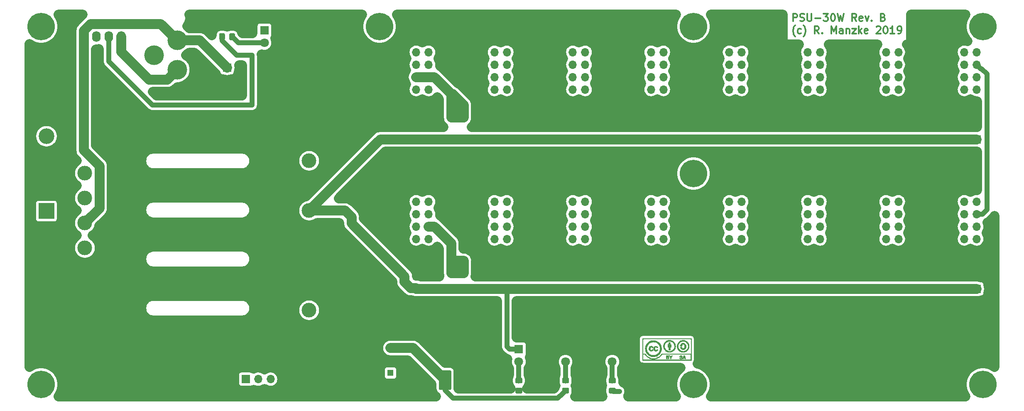
<source format=gtl>
G04 #@! TF.GenerationSoftware,KiCad,Pcbnew,(5.1.0)-1*
G04 #@! TF.CreationDate,2019-04-05T13:22:55+02:00*
G04 #@! TF.ProjectId,psu-30w,7073752d-3330-4772-9e6b-696361645f70,rev?*
G04 #@! TF.SameCoordinates,Original*
G04 #@! TF.FileFunction,Copper,L1,Top*
G04 #@! TF.FilePolarity,Positive*
%FSLAX46Y46*%
G04 Gerber Fmt 4.6, Leading zero omitted, Abs format (unit mm)*
G04 Created by KiCad (PCBNEW (5.1.0)-1) date 2019-04-05 13:22:55*
%MOMM*%
%LPD*%
G04 APERTURE LIST*
%ADD10C,0.300000*%
%ADD11C,0.002540*%
%ADD12O,1.700000X1.700000*%
%ADD13R,1.700000X1.700000*%
%ADD14C,4.000000*%
%ADD15C,0.100000*%
%ADD16C,1.150000*%
%ADD17O,1.740000X2.200000*%
%ADD18C,1.740000*%
%ADD19C,3.000000*%
%ADD20C,1.300000*%
%ADD21R,1.300000X1.300000*%
%ADD22C,2.500000*%
%ADD23R,3.200000X3.200000*%
%ADD24O,3.200000X3.200000*%
%ADD25C,1.800000*%
%ADD26R,1.800000X1.800000*%
%ADD27C,5.600000*%
%ADD28C,1.000000*%
%ADD29C,2.000000*%
%ADD30C,1.000000*%
G04 APERTURE END LIST*
D10*
X208302142Y-51903571D02*
X208302142Y-50403571D01*
X208873571Y-50403571D01*
X209016428Y-50475000D01*
X209087857Y-50546428D01*
X209159285Y-50689285D01*
X209159285Y-50903571D01*
X209087857Y-51046428D01*
X209016428Y-51117857D01*
X208873571Y-51189285D01*
X208302142Y-51189285D01*
X209730714Y-51832142D02*
X209945000Y-51903571D01*
X210302142Y-51903571D01*
X210445000Y-51832142D01*
X210516428Y-51760714D01*
X210587857Y-51617857D01*
X210587857Y-51475000D01*
X210516428Y-51332142D01*
X210445000Y-51260714D01*
X210302142Y-51189285D01*
X210016428Y-51117857D01*
X209873571Y-51046428D01*
X209802142Y-50975000D01*
X209730714Y-50832142D01*
X209730714Y-50689285D01*
X209802142Y-50546428D01*
X209873571Y-50475000D01*
X210016428Y-50403571D01*
X210373571Y-50403571D01*
X210587857Y-50475000D01*
X211230714Y-50403571D02*
X211230714Y-51617857D01*
X211302142Y-51760714D01*
X211373571Y-51832142D01*
X211516428Y-51903571D01*
X211802142Y-51903571D01*
X211945000Y-51832142D01*
X212016428Y-51760714D01*
X212087857Y-51617857D01*
X212087857Y-50403571D01*
X212802142Y-51332142D02*
X213945000Y-51332142D01*
X214516428Y-50403571D02*
X215445000Y-50403571D01*
X214945000Y-50975000D01*
X215159285Y-50975000D01*
X215302142Y-51046428D01*
X215373571Y-51117857D01*
X215445000Y-51260714D01*
X215445000Y-51617857D01*
X215373571Y-51760714D01*
X215302142Y-51832142D01*
X215159285Y-51903571D01*
X214730714Y-51903571D01*
X214587857Y-51832142D01*
X214516428Y-51760714D01*
X216373571Y-50403571D02*
X216516428Y-50403571D01*
X216659285Y-50475000D01*
X216730714Y-50546428D01*
X216802142Y-50689285D01*
X216873571Y-50975000D01*
X216873571Y-51332142D01*
X216802142Y-51617857D01*
X216730714Y-51760714D01*
X216659285Y-51832142D01*
X216516428Y-51903571D01*
X216373571Y-51903571D01*
X216230714Y-51832142D01*
X216159285Y-51760714D01*
X216087857Y-51617857D01*
X216016428Y-51332142D01*
X216016428Y-50975000D01*
X216087857Y-50689285D01*
X216159285Y-50546428D01*
X216230714Y-50475000D01*
X216373571Y-50403571D01*
X217373571Y-50403571D02*
X217730714Y-51903571D01*
X218016428Y-50832142D01*
X218302142Y-51903571D01*
X218659285Y-50403571D01*
X221230714Y-51903571D02*
X220730714Y-51189285D01*
X220373571Y-51903571D02*
X220373571Y-50403571D01*
X220945000Y-50403571D01*
X221087857Y-50475000D01*
X221159285Y-50546428D01*
X221230714Y-50689285D01*
X221230714Y-50903571D01*
X221159285Y-51046428D01*
X221087857Y-51117857D01*
X220945000Y-51189285D01*
X220373571Y-51189285D01*
X222445000Y-51832142D02*
X222302142Y-51903571D01*
X222016428Y-51903571D01*
X221873571Y-51832142D01*
X221802142Y-51689285D01*
X221802142Y-51117857D01*
X221873571Y-50975000D01*
X222016428Y-50903571D01*
X222302142Y-50903571D01*
X222445000Y-50975000D01*
X222516428Y-51117857D01*
X222516428Y-51260714D01*
X221802142Y-51403571D01*
X223016428Y-50903571D02*
X223373571Y-51903571D01*
X223730714Y-50903571D01*
X224302142Y-51760714D02*
X224373571Y-51832142D01*
X224302142Y-51903571D01*
X224230714Y-51832142D01*
X224302142Y-51760714D01*
X224302142Y-51903571D01*
X226659285Y-51117857D02*
X226873571Y-51189285D01*
X226945000Y-51260714D01*
X227016428Y-51403571D01*
X227016428Y-51617857D01*
X226945000Y-51760714D01*
X226873571Y-51832142D01*
X226730714Y-51903571D01*
X226159285Y-51903571D01*
X226159285Y-50403571D01*
X226659285Y-50403571D01*
X226802142Y-50475000D01*
X226873571Y-50546428D01*
X226945000Y-50689285D01*
X226945000Y-50832142D01*
X226873571Y-50975000D01*
X226802142Y-51046428D01*
X226659285Y-51117857D01*
X226159285Y-51117857D01*
X208730714Y-55025000D02*
X208659285Y-54953571D01*
X208516428Y-54739285D01*
X208445000Y-54596428D01*
X208373571Y-54382142D01*
X208302142Y-54025000D01*
X208302142Y-53739285D01*
X208373571Y-53382142D01*
X208445000Y-53167857D01*
X208516428Y-53025000D01*
X208659285Y-52810714D01*
X208730714Y-52739285D01*
X209945000Y-54382142D02*
X209802142Y-54453571D01*
X209516428Y-54453571D01*
X209373571Y-54382142D01*
X209302142Y-54310714D01*
X209230714Y-54167857D01*
X209230714Y-53739285D01*
X209302142Y-53596428D01*
X209373571Y-53525000D01*
X209516428Y-53453571D01*
X209802142Y-53453571D01*
X209945000Y-53525000D01*
X210445000Y-55025000D02*
X210516428Y-54953571D01*
X210659285Y-54739285D01*
X210730714Y-54596428D01*
X210802142Y-54382142D01*
X210873571Y-54025000D01*
X210873571Y-53739285D01*
X210802142Y-53382142D01*
X210730714Y-53167857D01*
X210659285Y-53025000D01*
X210516428Y-52810714D01*
X210445000Y-52739285D01*
X213587857Y-54453571D02*
X213087857Y-53739285D01*
X212730714Y-54453571D02*
X212730714Y-52953571D01*
X213302142Y-52953571D01*
X213445000Y-53025000D01*
X213516428Y-53096428D01*
X213587857Y-53239285D01*
X213587857Y-53453571D01*
X213516428Y-53596428D01*
X213445000Y-53667857D01*
X213302142Y-53739285D01*
X212730714Y-53739285D01*
X214230714Y-54310714D02*
X214302142Y-54382142D01*
X214230714Y-54453571D01*
X214159285Y-54382142D01*
X214230714Y-54310714D01*
X214230714Y-54453571D01*
X216087857Y-54453571D02*
X216087857Y-52953571D01*
X216587857Y-54025000D01*
X217087857Y-52953571D01*
X217087857Y-54453571D01*
X218445000Y-54453571D02*
X218445000Y-53667857D01*
X218373571Y-53525000D01*
X218230714Y-53453571D01*
X217945000Y-53453571D01*
X217802142Y-53525000D01*
X218445000Y-54382142D02*
X218302142Y-54453571D01*
X217945000Y-54453571D01*
X217802142Y-54382142D01*
X217730714Y-54239285D01*
X217730714Y-54096428D01*
X217802142Y-53953571D01*
X217945000Y-53882142D01*
X218302142Y-53882142D01*
X218445000Y-53810714D01*
X219159285Y-53453571D02*
X219159285Y-54453571D01*
X219159285Y-53596428D02*
X219230714Y-53525000D01*
X219373571Y-53453571D01*
X219587857Y-53453571D01*
X219730714Y-53525000D01*
X219802142Y-53667857D01*
X219802142Y-54453571D01*
X220373571Y-53453571D02*
X221159285Y-53453571D01*
X220373571Y-54453571D01*
X221159285Y-54453571D01*
X221730714Y-54453571D02*
X221730714Y-52953571D01*
X221873571Y-53882142D02*
X222302142Y-54453571D01*
X222302142Y-53453571D02*
X221730714Y-54025000D01*
X223516428Y-54382142D02*
X223373571Y-54453571D01*
X223087857Y-54453571D01*
X222945000Y-54382142D01*
X222873571Y-54239285D01*
X222873571Y-53667857D01*
X222945000Y-53525000D01*
X223087857Y-53453571D01*
X223373571Y-53453571D01*
X223516428Y-53525000D01*
X223587857Y-53667857D01*
X223587857Y-53810714D01*
X222873571Y-53953571D01*
X225302142Y-53096428D02*
X225373571Y-53025000D01*
X225516428Y-52953571D01*
X225873571Y-52953571D01*
X226016428Y-53025000D01*
X226087857Y-53096428D01*
X226159285Y-53239285D01*
X226159285Y-53382142D01*
X226087857Y-53596428D01*
X225230714Y-54453571D01*
X226159285Y-54453571D01*
X227087857Y-52953571D02*
X227230714Y-52953571D01*
X227373571Y-53025000D01*
X227445000Y-53096428D01*
X227516428Y-53239285D01*
X227587857Y-53525000D01*
X227587857Y-53882142D01*
X227516428Y-54167857D01*
X227445000Y-54310714D01*
X227373571Y-54382142D01*
X227230714Y-54453571D01*
X227087857Y-54453571D01*
X226945000Y-54382142D01*
X226873571Y-54310714D01*
X226802142Y-54167857D01*
X226730714Y-53882142D01*
X226730714Y-53525000D01*
X226802142Y-53239285D01*
X226873571Y-53096428D01*
X226945000Y-53025000D01*
X227087857Y-52953571D01*
X229016428Y-54453571D02*
X228159285Y-54453571D01*
X228587857Y-54453571D02*
X228587857Y-52953571D01*
X228445000Y-53167857D01*
X228302142Y-53310714D01*
X228159285Y-53382142D01*
X229730714Y-54453571D02*
X230016428Y-54453571D01*
X230159285Y-54382142D01*
X230230714Y-54310714D01*
X230373571Y-54096428D01*
X230445000Y-53810714D01*
X230445000Y-53239285D01*
X230373571Y-53096428D01*
X230302142Y-53025000D01*
X230159285Y-52953571D01*
X229873571Y-52953571D01*
X229730714Y-53025000D01*
X229659285Y-53096428D01*
X229587857Y-53239285D01*
X229587857Y-53596428D01*
X229659285Y-53739285D01*
X229730714Y-53810714D01*
X229873571Y-53882142D01*
X230159285Y-53882142D01*
X230302142Y-53810714D01*
X230373571Y-53739285D01*
X230445000Y-53596428D01*
D11*
G36*
X186493760Y-118178840D02*
G01*
X186486140Y-118300760D01*
X186460740Y-118420140D01*
X186420100Y-118531900D01*
X186392160Y-118575080D01*
X186354060Y-118625880D01*
X186313420Y-118674140D01*
X186308340Y-118679220D01*
X186211820Y-118757960D01*
X186102600Y-118816380D01*
X185985760Y-118846860D01*
X185861300Y-118859560D01*
X185734300Y-118849400D01*
X185726680Y-118846860D01*
X185620000Y-118816380D01*
X185523480Y-118760500D01*
X185444740Y-118686840D01*
X185378700Y-118592860D01*
X185330440Y-118481100D01*
X185312660Y-118412520D01*
X185302500Y-118376960D01*
X185462520Y-118376960D01*
X185622540Y-118376960D01*
X185630160Y-118430300D01*
X185647940Y-118483640D01*
X185680960Y-118531900D01*
X185721600Y-118567460D01*
X185726680Y-118570000D01*
X185754620Y-118580160D01*
X185795260Y-118590320D01*
X185825740Y-118595400D01*
X185912100Y-118600480D01*
X185988300Y-118580160D01*
X186054340Y-118539520D01*
X186107680Y-118476020D01*
X186145780Y-118392200D01*
X186171180Y-118288060D01*
X186178800Y-118196620D01*
X186173720Y-118102640D01*
X186158480Y-118013740D01*
X186130540Y-117937540D01*
X186128000Y-117929920D01*
X186084820Y-117871500D01*
X186026400Y-117825780D01*
X185965440Y-117802920D01*
X185886700Y-117792760D01*
X185807960Y-117802920D01*
X185739380Y-117830860D01*
X185683500Y-117874040D01*
X185650480Y-117922300D01*
X185630160Y-117965480D01*
X185625080Y-117990880D01*
X185635240Y-118003580D01*
X185660640Y-118008660D01*
X185670800Y-118008660D01*
X185719060Y-118008660D01*
X185594600Y-118133120D01*
X185470140Y-118257580D01*
X185345680Y-118133120D01*
X185221220Y-118008660D01*
X185266940Y-118008660D01*
X185305040Y-118001040D01*
X185325360Y-117980720D01*
X185330440Y-117945160D01*
X185335520Y-117914680D01*
X185355840Y-117868960D01*
X185383780Y-117815620D01*
X185414260Y-117762280D01*
X185447280Y-117716560D01*
X185475220Y-117683540D01*
X185559040Y-117617500D01*
X185655560Y-117569240D01*
X185762240Y-117541300D01*
X185876540Y-117533680D01*
X185993380Y-117543840D01*
X186107680Y-117576860D01*
X186173720Y-117607340D01*
X186265160Y-117665760D01*
X186341360Y-117744500D01*
X186404860Y-117838480D01*
X186450580Y-117945160D01*
X186481060Y-118059460D01*
X186493760Y-118178840D01*
X186493760Y-118178840D01*
G37*
X186493760Y-118178840D02*
X186486140Y-118300760D01*
X186460740Y-118420140D01*
X186420100Y-118531900D01*
X186392160Y-118575080D01*
X186354060Y-118625880D01*
X186313420Y-118674140D01*
X186308340Y-118679220D01*
X186211820Y-118757960D01*
X186102600Y-118816380D01*
X185985760Y-118846860D01*
X185861300Y-118859560D01*
X185734300Y-118849400D01*
X185726680Y-118846860D01*
X185620000Y-118816380D01*
X185523480Y-118760500D01*
X185444740Y-118686840D01*
X185378700Y-118592860D01*
X185330440Y-118481100D01*
X185312660Y-118412520D01*
X185302500Y-118376960D01*
X185462520Y-118376960D01*
X185622540Y-118376960D01*
X185630160Y-118430300D01*
X185647940Y-118483640D01*
X185680960Y-118531900D01*
X185721600Y-118567460D01*
X185726680Y-118570000D01*
X185754620Y-118580160D01*
X185795260Y-118590320D01*
X185825740Y-118595400D01*
X185912100Y-118600480D01*
X185988300Y-118580160D01*
X186054340Y-118539520D01*
X186107680Y-118476020D01*
X186145780Y-118392200D01*
X186171180Y-118288060D01*
X186178800Y-118196620D01*
X186173720Y-118102640D01*
X186158480Y-118013740D01*
X186130540Y-117937540D01*
X186128000Y-117929920D01*
X186084820Y-117871500D01*
X186026400Y-117825780D01*
X185965440Y-117802920D01*
X185886700Y-117792760D01*
X185807960Y-117802920D01*
X185739380Y-117830860D01*
X185683500Y-117874040D01*
X185650480Y-117922300D01*
X185630160Y-117965480D01*
X185625080Y-117990880D01*
X185635240Y-118003580D01*
X185660640Y-118008660D01*
X185670800Y-118008660D01*
X185719060Y-118008660D01*
X185594600Y-118133120D01*
X185470140Y-118257580D01*
X185345680Y-118133120D01*
X185221220Y-118008660D01*
X185266940Y-118008660D01*
X185305040Y-118001040D01*
X185325360Y-117980720D01*
X185330440Y-117945160D01*
X185335520Y-117914680D01*
X185355840Y-117868960D01*
X185383780Y-117815620D01*
X185414260Y-117762280D01*
X185447280Y-117716560D01*
X185475220Y-117683540D01*
X185559040Y-117617500D01*
X185655560Y-117569240D01*
X185762240Y-117541300D01*
X185876540Y-117533680D01*
X185993380Y-117543840D01*
X186107680Y-117576860D01*
X186173720Y-117607340D01*
X186265160Y-117665760D01*
X186341360Y-117744500D01*
X186404860Y-117838480D01*
X186450580Y-117945160D01*
X186481060Y-118059460D01*
X186493760Y-118178840D01*
G36*
X183255260Y-117574320D02*
G01*
X183245100Y-117625120D01*
X183217160Y-117670840D01*
X183176520Y-117708940D01*
X183118100Y-117731800D01*
X183113020Y-117731800D01*
X183077460Y-117731800D01*
X183034280Y-117724180D01*
X183024120Y-117719100D01*
X182991100Y-117708940D01*
X182973320Y-117701320D01*
X182970780Y-117701320D01*
X182963160Y-117691160D01*
X182947920Y-117668300D01*
X182942840Y-117658140D01*
X182917440Y-117597180D01*
X182914900Y-117536220D01*
X182932680Y-117482880D01*
X182968240Y-117437160D01*
X183019040Y-117404140D01*
X183080000Y-117391440D01*
X183090160Y-117391440D01*
X183151120Y-117401600D01*
X183199380Y-117432080D01*
X183232400Y-117472720D01*
X183250180Y-117520980D01*
X183255260Y-117574320D01*
X183255260Y-117574320D01*
G37*
X183255260Y-117574320D02*
X183245100Y-117625120D01*
X183217160Y-117670840D01*
X183176520Y-117708940D01*
X183118100Y-117731800D01*
X183113020Y-117731800D01*
X183077460Y-117731800D01*
X183034280Y-117724180D01*
X183024120Y-117719100D01*
X182991100Y-117708940D01*
X182973320Y-117701320D01*
X182970780Y-117701320D01*
X182963160Y-117691160D01*
X182947920Y-117668300D01*
X182942840Y-117658140D01*
X182917440Y-117597180D01*
X182914900Y-117536220D01*
X182932680Y-117482880D01*
X182968240Y-117437160D01*
X183019040Y-117404140D01*
X183080000Y-117391440D01*
X183090160Y-117391440D01*
X183151120Y-117401600D01*
X183199380Y-117432080D01*
X183232400Y-117472720D01*
X183250180Y-117520980D01*
X183255260Y-117574320D01*
G36*
X183417820Y-117917220D02*
G01*
X183415280Y-117957860D01*
X183415280Y-118013740D01*
X183415280Y-118082320D01*
X183415280Y-118148360D01*
X183412740Y-118376960D01*
X183346700Y-118382040D01*
X183280660Y-118384580D01*
X183275580Y-118681760D01*
X183273040Y-118976400D01*
X183082540Y-118976400D01*
X182889500Y-118976400D01*
X182889500Y-118676680D01*
X182889500Y-118376960D01*
X182836160Y-118379500D01*
X182798060Y-118379500D01*
X182770120Y-118379500D01*
X182765040Y-118379500D01*
X182759960Y-118371880D01*
X182754880Y-118351560D01*
X182752340Y-118316000D01*
X182749800Y-118260120D01*
X182749800Y-118183920D01*
X182749800Y-118117880D01*
X182749800Y-118028980D01*
X182749800Y-117957860D01*
X182752340Y-117907060D01*
X182757420Y-117874040D01*
X182759960Y-117848640D01*
X182767580Y-117833400D01*
X182770120Y-117830860D01*
X182777740Y-117823240D01*
X182785360Y-117815620D01*
X182800600Y-117810540D01*
X182823460Y-117808000D01*
X182856480Y-117805460D01*
X182907280Y-117802920D01*
X182975860Y-117802920D01*
X183067300Y-117802920D01*
X183082540Y-117802920D01*
X183181600Y-117802920D01*
X183260340Y-117805460D01*
X183318760Y-117808000D01*
X183361940Y-117813080D01*
X183389880Y-117820700D01*
X183405120Y-117833400D01*
X183412740Y-117851180D01*
X183415280Y-117874040D01*
X183417820Y-117899440D01*
X183417820Y-117917220D01*
X183417820Y-117917220D01*
G37*
X183417820Y-117917220D02*
X183415280Y-117957860D01*
X183415280Y-118013740D01*
X183415280Y-118082320D01*
X183415280Y-118148360D01*
X183412740Y-118376960D01*
X183346700Y-118382040D01*
X183280660Y-118384580D01*
X183275580Y-118681760D01*
X183273040Y-118976400D01*
X183082540Y-118976400D01*
X182889500Y-118976400D01*
X182889500Y-118676680D01*
X182889500Y-118376960D01*
X182836160Y-118379500D01*
X182798060Y-118379500D01*
X182770120Y-118379500D01*
X182765040Y-118379500D01*
X182759960Y-118371880D01*
X182754880Y-118351560D01*
X182752340Y-118316000D01*
X182749800Y-118260120D01*
X182749800Y-118183920D01*
X182749800Y-118117880D01*
X182749800Y-118028980D01*
X182749800Y-117957860D01*
X182752340Y-117907060D01*
X182757420Y-117874040D01*
X182759960Y-117848640D01*
X182767580Y-117833400D01*
X182770120Y-117830860D01*
X182777740Y-117823240D01*
X182785360Y-117815620D01*
X182800600Y-117810540D01*
X182823460Y-117808000D01*
X182856480Y-117805460D01*
X182907280Y-117802920D01*
X182975860Y-117802920D01*
X183067300Y-117802920D01*
X183082540Y-117802920D01*
X183181600Y-117802920D01*
X183260340Y-117805460D01*
X183318760Y-117808000D01*
X183361940Y-117813080D01*
X183389880Y-117820700D01*
X183405120Y-117833400D01*
X183412740Y-117851180D01*
X183415280Y-117874040D01*
X183417820Y-117899440D01*
X183417820Y-117917220D01*
G36*
X180738120Y-118925600D02*
G01*
X180738120Y-118940840D01*
X180722880Y-118968780D01*
X180707640Y-118991640D01*
X180633980Y-119072920D01*
X180552700Y-119128800D01*
X180461260Y-119166900D01*
X180357120Y-119182140D01*
X180240280Y-119179600D01*
X180143760Y-119161820D01*
X180059940Y-119126260D01*
X179983740Y-119072920D01*
X179971040Y-119060220D01*
X179905000Y-118981480D01*
X179856740Y-118890040D01*
X179828800Y-118783360D01*
X179826260Y-118763040D01*
X179821180Y-118643660D01*
X179833880Y-118534440D01*
X179866900Y-118430300D01*
X179917700Y-118341400D01*
X179983740Y-118267740D01*
X180065020Y-118209320D01*
X180113280Y-118186460D01*
X180212340Y-118163600D01*
X180319020Y-118155980D01*
X180425700Y-118166140D01*
X180524760Y-118194080D01*
X180537460Y-118199160D01*
X180583180Y-118224560D01*
X180633980Y-118262660D01*
X180679700Y-118305840D01*
X180715260Y-118346480D01*
X180727960Y-118364260D01*
X180735580Y-118382040D01*
X180735580Y-118394740D01*
X180722880Y-118404900D01*
X180697480Y-118420140D01*
X180654300Y-118443000D01*
X180636520Y-118453160D01*
X180529840Y-118506500D01*
X180468880Y-118443000D01*
X180433320Y-118407440D01*
X180410460Y-118389660D01*
X180385060Y-118379500D01*
X180352040Y-118376960D01*
X180336800Y-118376960D01*
X180265680Y-118387120D01*
X180209800Y-118415060D01*
X180166620Y-118465860D01*
X180146300Y-118498880D01*
X180125980Y-118564920D01*
X180115820Y-118643660D01*
X180115820Y-118727480D01*
X180131060Y-118803680D01*
X180143760Y-118839240D01*
X180181860Y-118897660D01*
X180232660Y-118938300D01*
X180293620Y-118958620D01*
X180359660Y-118961160D01*
X180423160Y-118940840D01*
X180479040Y-118900200D01*
X180506980Y-118869720D01*
X180527300Y-118844320D01*
X180532380Y-118834160D01*
X180540000Y-118829080D01*
X180557780Y-118829080D01*
X180588260Y-118841780D01*
X180633980Y-118867180D01*
X180677160Y-118890040D01*
X180715260Y-118910360D01*
X180735580Y-118923060D01*
X180738120Y-118925600D01*
X180738120Y-118925600D01*
G37*
X180738120Y-118925600D02*
X180738120Y-118940840D01*
X180722880Y-118968780D01*
X180707640Y-118991640D01*
X180633980Y-119072920D01*
X180552700Y-119128800D01*
X180461260Y-119166900D01*
X180357120Y-119182140D01*
X180240280Y-119179600D01*
X180143760Y-119161820D01*
X180059940Y-119126260D01*
X179983740Y-119072920D01*
X179971040Y-119060220D01*
X179905000Y-118981480D01*
X179856740Y-118890040D01*
X179828800Y-118783360D01*
X179826260Y-118763040D01*
X179821180Y-118643660D01*
X179833880Y-118534440D01*
X179866900Y-118430300D01*
X179917700Y-118341400D01*
X179983740Y-118267740D01*
X180065020Y-118209320D01*
X180113280Y-118186460D01*
X180212340Y-118163600D01*
X180319020Y-118155980D01*
X180425700Y-118166140D01*
X180524760Y-118194080D01*
X180537460Y-118199160D01*
X180583180Y-118224560D01*
X180633980Y-118262660D01*
X180679700Y-118305840D01*
X180715260Y-118346480D01*
X180727960Y-118364260D01*
X180735580Y-118382040D01*
X180735580Y-118394740D01*
X180722880Y-118404900D01*
X180697480Y-118420140D01*
X180654300Y-118443000D01*
X180636520Y-118453160D01*
X180529840Y-118506500D01*
X180468880Y-118443000D01*
X180433320Y-118407440D01*
X180410460Y-118389660D01*
X180385060Y-118379500D01*
X180352040Y-118376960D01*
X180336800Y-118376960D01*
X180265680Y-118387120D01*
X180209800Y-118415060D01*
X180166620Y-118465860D01*
X180146300Y-118498880D01*
X180125980Y-118564920D01*
X180115820Y-118643660D01*
X180115820Y-118727480D01*
X180131060Y-118803680D01*
X180143760Y-118839240D01*
X180181860Y-118897660D01*
X180232660Y-118938300D01*
X180293620Y-118958620D01*
X180359660Y-118961160D01*
X180423160Y-118940840D01*
X180479040Y-118900200D01*
X180506980Y-118869720D01*
X180527300Y-118844320D01*
X180532380Y-118834160D01*
X180540000Y-118829080D01*
X180557780Y-118829080D01*
X180588260Y-118841780D01*
X180633980Y-118867180D01*
X180677160Y-118890040D01*
X180715260Y-118910360D01*
X180735580Y-118923060D01*
X180738120Y-118925600D01*
G36*
X179788160Y-118928140D02*
G01*
X179765300Y-118966240D01*
X179732280Y-119011960D01*
X179681480Y-119060220D01*
X179628140Y-119105940D01*
X179574800Y-119138960D01*
X179562100Y-119144040D01*
X179470660Y-119171980D01*
X179363980Y-119182140D01*
X179282700Y-119179600D01*
X179173480Y-119156740D01*
X179079500Y-119116100D01*
X179000760Y-119055140D01*
X178937260Y-118976400D01*
X178891540Y-118882420D01*
X178863600Y-118778280D01*
X178858520Y-118656360D01*
X178861060Y-118623340D01*
X178876300Y-118511580D01*
X178911860Y-118417600D01*
X178965200Y-118333780D01*
X178985520Y-118308380D01*
X179066800Y-118237260D01*
X179163320Y-118186460D01*
X179267460Y-118158520D01*
X179381760Y-118155980D01*
X179432560Y-118161060D01*
X179490980Y-118173760D01*
X179551940Y-118189000D01*
X179592580Y-118206780D01*
X179630680Y-118229640D01*
X179673860Y-118262660D01*
X179714500Y-118300760D01*
X179747520Y-118336320D01*
X179770380Y-118369340D01*
X179775460Y-118384580D01*
X179765300Y-118399820D01*
X179737360Y-118420140D01*
X179694180Y-118443000D01*
X179673860Y-118455700D01*
X179572260Y-118506500D01*
X179511300Y-118443000D01*
X179475740Y-118407440D01*
X179450340Y-118389660D01*
X179427480Y-118379500D01*
X179394460Y-118376960D01*
X179376680Y-118376960D01*
X179305560Y-118389660D01*
X179247140Y-118420140D01*
X179198880Y-118473480D01*
X179196340Y-118481100D01*
X179178560Y-118524280D01*
X179168400Y-118587780D01*
X179163320Y-118656360D01*
X179165860Y-118730020D01*
X179173480Y-118793520D01*
X179181100Y-118824000D01*
X179211580Y-118884960D01*
X179254760Y-118928140D01*
X179313180Y-118951000D01*
X179374140Y-118956080D01*
X179442720Y-118951000D01*
X179490980Y-118930680D01*
X179534160Y-118890040D01*
X179551940Y-118864640D01*
X179572260Y-118836700D01*
X179587500Y-118824000D01*
X179602740Y-118829080D01*
X179635760Y-118844320D01*
X179676400Y-118867180D01*
X179694180Y-118874800D01*
X179788160Y-118928140D01*
X179788160Y-118928140D01*
G37*
X179788160Y-118928140D02*
X179765300Y-118966240D01*
X179732280Y-119011960D01*
X179681480Y-119060220D01*
X179628140Y-119105940D01*
X179574800Y-119138960D01*
X179562100Y-119144040D01*
X179470660Y-119171980D01*
X179363980Y-119182140D01*
X179282700Y-119179600D01*
X179173480Y-119156740D01*
X179079500Y-119116100D01*
X179000760Y-119055140D01*
X178937260Y-118976400D01*
X178891540Y-118882420D01*
X178863600Y-118778280D01*
X178858520Y-118656360D01*
X178861060Y-118623340D01*
X178876300Y-118511580D01*
X178911860Y-118417600D01*
X178965200Y-118333780D01*
X178985520Y-118308380D01*
X179066800Y-118237260D01*
X179163320Y-118186460D01*
X179267460Y-118158520D01*
X179381760Y-118155980D01*
X179432560Y-118161060D01*
X179490980Y-118173760D01*
X179551940Y-118189000D01*
X179592580Y-118206780D01*
X179630680Y-118229640D01*
X179673860Y-118262660D01*
X179714500Y-118300760D01*
X179747520Y-118336320D01*
X179770380Y-118369340D01*
X179775460Y-118384580D01*
X179765300Y-118399820D01*
X179737360Y-118420140D01*
X179694180Y-118443000D01*
X179673860Y-118455700D01*
X179572260Y-118506500D01*
X179511300Y-118443000D01*
X179475740Y-118407440D01*
X179450340Y-118389660D01*
X179427480Y-118379500D01*
X179394460Y-118376960D01*
X179376680Y-118376960D01*
X179305560Y-118389660D01*
X179247140Y-118420140D01*
X179198880Y-118473480D01*
X179196340Y-118481100D01*
X179178560Y-118524280D01*
X179168400Y-118587780D01*
X179163320Y-118656360D01*
X179165860Y-118730020D01*
X179173480Y-118793520D01*
X179181100Y-118824000D01*
X179211580Y-118884960D01*
X179254760Y-118928140D01*
X179313180Y-118951000D01*
X179374140Y-118956080D01*
X179442720Y-118951000D01*
X179490980Y-118930680D01*
X179534160Y-118890040D01*
X179551940Y-118864640D01*
X179572260Y-118836700D01*
X179587500Y-118824000D01*
X179602740Y-118829080D01*
X179635760Y-118844320D01*
X179676400Y-118867180D01*
X179694180Y-118874800D01*
X179788160Y-118928140D01*
G36*
X187098280Y-118214400D02*
G01*
X187095740Y-118313460D01*
X187088120Y-118402360D01*
X187077960Y-118473480D01*
X187075420Y-118483640D01*
X187022080Y-118651280D01*
X186943340Y-118806220D01*
X186872220Y-118907820D01*
X186872220Y-118224560D01*
X186872220Y-118148360D01*
X186864600Y-118044220D01*
X186851900Y-117957860D01*
X186834120Y-117879120D01*
X186803640Y-117800380D01*
X186773160Y-117734340D01*
X186694420Y-117604800D01*
X186597900Y-117487960D01*
X186481060Y-117383820D01*
X186354060Y-117297460D01*
X186216900Y-117233960D01*
X186173720Y-117218720D01*
X186084820Y-117195860D01*
X185980680Y-117183160D01*
X185868920Y-117178080D01*
X185759700Y-117180620D01*
X185663180Y-117193320D01*
X185653020Y-117195860D01*
X185505700Y-117241580D01*
X185368540Y-117310160D01*
X185241540Y-117396520D01*
X185129780Y-117503200D01*
X185033260Y-117627660D01*
X184954520Y-117764820D01*
X184906260Y-117879120D01*
X184888480Y-117929920D01*
X184878320Y-117973100D01*
X184870700Y-118011200D01*
X184865620Y-118054380D01*
X184863080Y-118110260D01*
X184863080Y-118181380D01*
X184865620Y-118290600D01*
X184875780Y-118384580D01*
X184896100Y-118468400D01*
X184924040Y-118549680D01*
X184954520Y-118613180D01*
X185015480Y-118714780D01*
X185091680Y-118816380D01*
X185180580Y-118907820D01*
X185274560Y-118991640D01*
X185360920Y-119050060D01*
X185493000Y-119116100D01*
X185635240Y-119159280D01*
X185785100Y-119184680D01*
X185937500Y-119187220D01*
X186084820Y-119166900D01*
X186133080Y-119154200D01*
X186267700Y-119105940D01*
X186399780Y-119034820D01*
X186519160Y-118948460D01*
X186628380Y-118844320D01*
X186717280Y-118735100D01*
X186785860Y-118615720D01*
X186793480Y-118600480D01*
X186836660Y-118481100D01*
X186862060Y-118359180D01*
X186872220Y-118224560D01*
X186872220Y-118907820D01*
X186844280Y-118948460D01*
X186724900Y-119078000D01*
X186615680Y-119169440D01*
X186465820Y-119265960D01*
X186308340Y-119339620D01*
X186140700Y-119390420D01*
X185967980Y-119415820D01*
X185790180Y-119418360D01*
X185660640Y-119403120D01*
X185498080Y-119365020D01*
X185343140Y-119304060D01*
X185195820Y-119217700D01*
X185056120Y-119111020D01*
X184931660Y-118984020D01*
X184913880Y-118963700D01*
X184809740Y-118824000D01*
X184731000Y-118674140D01*
X184672580Y-118514120D01*
X184639560Y-118349020D01*
X184629400Y-118181380D01*
X184642100Y-118011200D01*
X184677660Y-117843560D01*
X184738620Y-117678460D01*
X184756400Y-117642900D01*
X184840220Y-117495580D01*
X184946900Y-117358420D01*
X185068820Y-117239040D01*
X185205980Y-117137440D01*
X185353300Y-117053620D01*
X185510780Y-116995200D01*
X185546340Y-116982500D01*
X185592060Y-116972340D01*
X185635240Y-116964720D01*
X185680960Y-116959640D01*
X185736840Y-116957100D01*
X185807960Y-116954560D01*
X185871460Y-116954560D01*
X185960360Y-116957100D01*
X186026400Y-116959640D01*
X186079740Y-116962180D01*
X186125460Y-116969800D01*
X186168640Y-116977420D01*
X186191500Y-116985040D01*
X186295640Y-117018060D01*
X186404860Y-117066320D01*
X186509000Y-117119660D01*
X186587740Y-117170460D01*
X186641080Y-117213640D01*
X186704580Y-117272060D01*
X186770620Y-117335560D01*
X186831580Y-117401600D01*
X186879840Y-117460020D01*
X186897620Y-117487960D01*
X186945880Y-117564160D01*
X186991600Y-117655600D01*
X187032240Y-117749580D01*
X187062720Y-117841020D01*
X187067800Y-117861340D01*
X187083040Y-117929920D01*
X187090660Y-118016280D01*
X187098280Y-118112800D01*
X187098280Y-118214400D01*
X187098280Y-118214400D01*
G37*
X187098280Y-118214400D02*
X187095740Y-118313460D01*
X187088120Y-118402360D01*
X187077960Y-118473480D01*
X187075420Y-118483640D01*
X187022080Y-118651280D01*
X186943340Y-118806220D01*
X186872220Y-118907820D01*
X186872220Y-118224560D01*
X186872220Y-118148360D01*
X186864600Y-118044220D01*
X186851900Y-117957860D01*
X186834120Y-117879120D01*
X186803640Y-117800380D01*
X186773160Y-117734340D01*
X186694420Y-117604800D01*
X186597900Y-117487960D01*
X186481060Y-117383820D01*
X186354060Y-117297460D01*
X186216900Y-117233960D01*
X186173720Y-117218720D01*
X186084820Y-117195860D01*
X185980680Y-117183160D01*
X185868920Y-117178080D01*
X185759700Y-117180620D01*
X185663180Y-117193320D01*
X185653020Y-117195860D01*
X185505700Y-117241580D01*
X185368540Y-117310160D01*
X185241540Y-117396520D01*
X185129780Y-117503200D01*
X185033260Y-117627660D01*
X184954520Y-117764820D01*
X184906260Y-117879120D01*
X184888480Y-117929920D01*
X184878320Y-117973100D01*
X184870700Y-118011200D01*
X184865620Y-118054380D01*
X184863080Y-118110260D01*
X184863080Y-118181380D01*
X184865620Y-118290600D01*
X184875780Y-118384580D01*
X184896100Y-118468400D01*
X184924040Y-118549680D01*
X184954520Y-118613180D01*
X185015480Y-118714780D01*
X185091680Y-118816380D01*
X185180580Y-118907820D01*
X185274560Y-118991640D01*
X185360920Y-119050060D01*
X185493000Y-119116100D01*
X185635240Y-119159280D01*
X185785100Y-119184680D01*
X185937500Y-119187220D01*
X186084820Y-119166900D01*
X186133080Y-119154200D01*
X186267700Y-119105940D01*
X186399780Y-119034820D01*
X186519160Y-118948460D01*
X186628380Y-118844320D01*
X186717280Y-118735100D01*
X186785860Y-118615720D01*
X186793480Y-118600480D01*
X186836660Y-118481100D01*
X186862060Y-118359180D01*
X186872220Y-118224560D01*
X186872220Y-118907820D01*
X186844280Y-118948460D01*
X186724900Y-119078000D01*
X186615680Y-119169440D01*
X186465820Y-119265960D01*
X186308340Y-119339620D01*
X186140700Y-119390420D01*
X185967980Y-119415820D01*
X185790180Y-119418360D01*
X185660640Y-119403120D01*
X185498080Y-119365020D01*
X185343140Y-119304060D01*
X185195820Y-119217700D01*
X185056120Y-119111020D01*
X184931660Y-118984020D01*
X184913880Y-118963700D01*
X184809740Y-118824000D01*
X184731000Y-118674140D01*
X184672580Y-118514120D01*
X184639560Y-118349020D01*
X184629400Y-118181380D01*
X184642100Y-118011200D01*
X184677660Y-117843560D01*
X184738620Y-117678460D01*
X184756400Y-117642900D01*
X184840220Y-117495580D01*
X184946900Y-117358420D01*
X185068820Y-117239040D01*
X185205980Y-117137440D01*
X185353300Y-117053620D01*
X185510780Y-116995200D01*
X185546340Y-116982500D01*
X185592060Y-116972340D01*
X185635240Y-116964720D01*
X185680960Y-116959640D01*
X185736840Y-116957100D01*
X185807960Y-116954560D01*
X185871460Y-116954560D01*
X185960360Y-116957100D01*
X186026400Y-116959640D01*
X186079740Y-116962180D01*
X186125460Y-116969800D01*
X186168640Y-116977420D01*
X186191500Y-116985040D01*
X186295640Y-117018060D01*
X186404860Y-117066320D01*
X186509000Y-117119660D01*
X186587740Y-117170460D01*
X186641080Y-117213640D01*
X186704580Y-117272060D01*
X186770620Y-117335560D01*
X186831580Y-117401600D01*
X186879840Y-117460020D01*
X186897620Y-117487960D01*
X186945880Y-117564160D01*
X186991600Y-117655600D01*
X187032240Y-117749580D01*
X187062720Y-117841020D01*
X187067800Y-117861340D01*
X187083040Y-117929920D01*
X187090660Y-118016280D01*
X187098280Y-118112800D01*
X187098280Y-118214400D01*
G36*
X184324600Y-118186460D02*
G01*
X184314440Y-118359180D01*
X184286500Y-118516660D01*
X184238240Y-118661440D01*
X184169660Y-118798600D01*
X184090920Y-118907820D01*
X184090920Y-118186460D01*
X184083300Y-118049300D01*
X184062980Y-117927380D01*
X184024880Y-117810540D01*
X183996940Y-117747040D01*
X183923280Y-117620040D01*
X183826760Y-117503200D01*
X183715000Y-117399060D01*
X183590540Y-117310160D01*
X183455920Y-117244120D01*
X183374640Y-117213640D01*
X183334000Y-117200940D01*
X183293360Y-117193320D01*
X183247640Y-117188240D01*
X183194300Y-117185700D01*
X183123180Y-117183160D01*
X183087620Y-117183160D01*
X183008880Y-117185700D01*
X182947920Y-117185700D01*
X182899660Y-117190780D01*
X182859020Y-117198400D01*
X182818380Y-117208560D01*
X182800600Y-117213640D01*
X182653280Y-117272060D01*
X182521200Y-117353340D01*
X182399280Y-117452400D01*
X182292600Y-117569240D01*
X182203700Y-117701320D01*
X182137660Y-117846100D01*
X182109720Y-117927380D01*
X182094480Y-118008660D01*
X182084320Y-118105180D01*
X182081780Y-118206780D01*
X182086860Y-118305840D01*
X182097020Y-118394740D01*
X182104640Y-118427760D01*
X182160520Y-118577620D01*
X182236720Y-118717320D01*
X182333240Y-118844320D01*
X182447540Y-118956080D01*
X182516120Y-119006880D01*
X182648200Y-119088160D01*
X182792980Y-119146580D01*
X182945380Y-119182140D01*
X183102860Y-119189760D01*
X183232400Y-119179600D01*
X183349240Y-119154200D01*
X183468620Y-119113560D01*
X183580380Y-119060220D01*
X183608320Y-119044980D01*
X183648960Y-119017040D01*
X183699760Y-118976400D01*
X183755640Y-118925600D01*
X183808980Y-118874800D01*
X183867400Y-118818920D01*
X183910580Y-118768120D01*
X183943600Y-118722400D01*
X183971540Y-118674140D01*
X183986780Y-118646200D01*
X184035040Y-118534440D01*
X184068060Y-118422680D01*
X184085840Y-118308380D01*
X184090920Y-118186460D01*
X184090920Y-118907820D01*
X184080760Y-118925600D01*
X183981700Y-119034820D01*
X183844540Y-119156740D01*
X183702300Y-119255800D01*
X183549900Y-119332000D01*
X183389880Y-119382800D01*
X183387340Y-119385340D01*
X183311140Y-119398040D01*
X183222240Y-119408200D01*
X183125720Y-119415820D01*
X183031740Y-119418360D01*
X182950460Y-119415820D01*
X182897120Y-119410740D01*
X182729480Y-119370100D01*
X182569460Y-119306600D01*
X182419600Y-119220240D01*
X182277360Y-119113560D01*
X182216400Y-119055140D01*
X182097020Y-118917980D01*
X182000500Y-118775740D01*
X181926840Y-118618260D01*
X181886200Y-118493800D01*
X181873500Y-118437920D01*
X181863340Y-118384580D01*
X181858260Y-118331240D01*
X181855720Y-118267740D01*
X181853180Y-118194080D01*
X181858260Y-118074700D01*
X181865880Y-117978180D01*
X181876040Y-117922300D01*
X181924300Y-117757200D01*
X181995420Y-117602260D01*
X182086860Y-117460020D01*
X182196080Y-117327940D01*
X182320540Y-117213640D01*
X182457700Y-117117120D01*
X182605020Y-117040920D01*
X182765040Y-116985040D01*
X182795520Y-116977420D01*
X182874260Y-116964720D01*
X182970780Y-116957100D01*
X183072380Y-116954560D01*
X183179060Y-116954560D01*
X183278120Y-116962180D01*
X183364480Y-116974880D01*
X183407660Y-116985040D01*
X183572760Y-117040920D01*
X183727700Y-117122200D01*
X183872480Y-117226340D01*
X184002020Y-117350800D01*
X184116320Y-117493040D01*
X184129020Y-117508280D01*
X184202680Y-117630200D01*
X184256020Y-117749580D01*
X184294120Y-117876580D01*
X184316980Y-118016280D01*
X184324600Y-118171220D01*
X184324600Y-118186460D01*
X184324600Y-118186460D01*
G37*
X184324600Y-118186460D02*
X184314440Y-118359180D01*
X184286500Y-118516660D01*
X184238240Y-118661440D01*
X184169660Y-118798600D01*
X184090920Y-118907820D01*
X184090920Y-118186460D01*
X184083300Y-118049300D01*
X184062980Y-117927380D01*
X184024880Y-117810540D01*
X183996940Y-117747040D01*
X183923280Y-117620040D01*
X183826760Y-117503200D01*
X183715000Y-117399060D01*
X183590540Y-117310160D01*
X183455920Y-117244120D01*
X183374640Y-117213640D01*
X183334000Y-117200940D01*
X183293360Y-117193320D01*
X183247640Y-117188240D01*
X183194300Y-117185700D01*
X183123180Y-117183160D01*
X183087620Y-117183160D01*
X183008880Y-117185700D01*
X182947920Y-117185700D01*
X182899660Y-117190780D01*
X182859020Y-117198400D01*
X182818380Y-117208560D01*
X182800600Y-117213640D01*
X182653280Y-117272060D01*
X182521200Y-117353340D01*
X182399280Y-117452400D01*
X182292600Y-117569240D01*
X182203700Y-117701320D01*
X182137660Y-117846100D01*
X182109720Y-117927380D01*
X182094480Y-118008660D01*
X182084320Y-118105180D01*
X182081780Y-118206780D01*
X182086860Y-118305840D01*
X182097020Y-118394740D01*
X182104640Y-118427760D01*
X182160520Y-118577620D01*
X182236720Y-118717320D01*
X182333240Y-118844320D01*
X182447540Y-118956080D01*
X182516120Y-119006880D01*
X182648200Y-119088160D01*
X182792980Y-119146580D01*
X182945380Y-119182140D01*
X183102860Y-119189760D01*
X183232400Y-119179600D01*
X183349240Y-119154200D01*
X183468620Y-119113560D01*
X183580380Y-119060220D01*
X183608320Y-119044980D01*
X183648960Y-119017040D01*
X183699760Y-118976400D01*
X183755640Y-118925600D01*
X183808980Y-118874800D01*
X183867400Y-118818920D01*
X183910580Y-118768120D01*
X183943600Y-118722400D01*
X183971540Y-118674140D01*
X183986780Y-118646200D01*
X184035040Y-118534440D01*
X184068060Y-118422680D01*
X184085840Y-118308380D01*
X184090920Y-118186460D01*
X184090920Y-118907820D01*
X184080760Y-118925600D01*
X183981700Y-119034820D01*
X183844540Y-119156740D01*
X183702300Y-119255800D01*
X183549900Y-119332000D01*
X183389880Y-119382800D01*
X183387340Y-119385340D01*
X183311140Y-119398040D01*
X183222240Y-119408200D01*
X183125720Y-119415820D01*
X183031740Y-119418360D01*
X182950460Y-119415820D01*
X182897120Y-119410740D01*
X182729480Y-119370100D01*
X182569460Y-119306600D01*
X182419600Y-119220240D01*
X182277360Y-119113560D01*
X182216400Y-119055140D01*
X182097020Y-118917980D01*
X182000500Y-118775740D01*
X181926840Y-118618260D01*
X181886200Y-118493800D01*
X181873500Y-118437920D01*
X181863340Y-118384580D01*
X181858260Y-118331240D01*
X181855720Y-118267740D01*
X181853180Y-118194080D01*
X181858260Y-118074700D01*
X181865880Y-117978180D01*
X181876040Y-117922300D01*
X181924300Y-117757200D01*
X181995420Y-117602260D01*
X182086860Y-117460020D01*
X182196080Y-117327940D01*
X182320540Y-117213640D01*
X182457700Y-117117120D01*
X182605020Y-117040920D01*
X182765040Y-116985040D01*
X182795520Y-116977420D01*
X182874260Y-116964720D01*
X182970780Y-116957100D01*
X183072380Y-116954560D01*
X183179060Y-116954560D01*
X183278120Y-116962180D01*
X183364480Y-116974880D01*
X183407660Y-116985040D01*
X183572760Y-117040920D01*
X183727700Y-117122200D01*
X183872480Y-117226340D01*
X184002020Y-117350800D01*
X184116320Y-117493040D01*
X184129020Y-117508280D01*
X184202680Y-117630200D01*
X184256020Y-117749580D01*
X184294120Y-117876580D01*
X184316980Y-118016280D01*
X184324600Y-118171220D01*
X184324600Y-118186460D01*
G36*
X181459480Y-118648740D02*
G01*
X181459480Y-118740180D01*
X181454400Y-118862100D01*
X181444240Y-118968780D01*
X181426460Y-119062760D01*
X181403600Y-119154200D01*
X181373120Y-119248180D01*
X181347720Y-119314220D01*
X181268980Y-119479320D01*
X181167380Y-119636800D01*
X181164840Y-119639340D01*
X181164840Y-118648740D01*
X181152140Y-118470940D01*
X181114040Y-118298220D01*
X181055620Y-118130580D01*
X180976880Y-117973100D01*
X180875280Y-117828320D01*
X180755900Y-117693700D01*
X180616200Y-117574320D01*
X180458720Y-117472720D01*
X180451100Y-117467640D01*
X180298700Y-117396520D01*
X180133600Y-117345720D01*
X179963420Y-117317780D01*
X179788160Y-117307620D01*
X179615440Y-117320320D01*
X179445260Y-117353340D01*
X179282700Y-117409220D01*
X179178560Y-117457480D01*
X179033780Y-117548920D01*
X178899160Y-117660680D01*
X178774700Y-117787680D01*
X178668020Y-117927380D01*
X178581660Y-118077240D01*
X178513080Y-118232180D01*
X178487680Y-118321080D01*
X178449580Y-118506500D01*
X178439420Y-118686840D01*
X178452120Y-118864640D01*
X178492760Y-119037360D01*
X178553720Y-119205000D01*
X178640080Y-119365020D01*
X178746760Y-119514880D01*
X178876300Y-119652040D01*
X179021080Y-119773960D01*
X179176020Y-119873020D01*
X179336040Y-119946680D01*
X179506220Y-119997480D01*
X179684020Y-120022880D01*
X179869440Y-120025420D01*
X180037080Y-120007640D01*
X180194560Y-119972080D01*
X180346960Y-119913660D01*
X180496820Y-119834920D01*
X180636520Y-119738400D01*
X180763520Y-119629180D01*
X180877820Y-119504720D01*
X180974340Y-119372640D01*
X181048000Y-119232940D01*
X181065780Y-119189760D01*
X181124200Y-119009420D01*
X181157220Y-118826540D01*
X181164840Y-118648740D01*
X181164840Y-119639340D01*
X181048000Y-119781580D01*
X180913380Y-119913660D01*
X180763520Y-120030500D01*
X180603500Y-120132100D01*
X180435860Y-120213380D01*
X180260600Y-120274340D01*
X180085340Y-120312440D01*
X179998980Y-120322600D01*
X179917700Y-120330220D01*
X179854200Y-120332760D01*
X179800860Y-120335300D01*
X179750060Y-120335300D01*
X179699260Y-120332760D01*
X179653540Y-120330220D01*
X179457960Y-120302280D01*
X179272540Y-120254020D01*
X179097280Y-120180360D01*
X178927100Y-120086380D01*
X178767080Y-119967000D01*
X178609600Y-119822220D01*
X178607060Y-119817140D01*
X178469900Y-119662200D01*
X178358140Y-119502180D01*
X178271780Y-119334540D01*
X178205740Y-119159280D01*
X178165100Y-118971320D01*
X178144780Y-118775740D01*
X178139700Y-118671600D01*
X178149860Y-118488720D01*
X178172720Y-118318540D01*
X178213360Y-118158520D01*
X178274320Y-118001040D01*
X178322580Y-117904520D01*
X178426720Y-117729260D01*
X178548640Y-117571780D01*
X178688340Y-117429540D01*
X178843280Y-117305080D01*
X179008380Y-117200940D01*
X179186180Y-117114580D01*
X179371600Y-117053620D01*
X179488440Y-117028220D01*
X179572260Y-117015520D01*
X179673860Y-117010440D01*
X179785620Y-117007900D01*
X179897380Y-117007900D01*
X180001520Y-117015520D01*
X180092960Y-117025680D01*
X180113280Y-117028220D01*
X180306320Y-117076480D01*
X180491740Y-117145060D01*
X180667000Y-117236500D01*
X180827020Y-117348260D01*
X180974340Y-117477800D01*
X181106420Y-117622580D01*
X181220720Y-117782600D01*
X181314700Y-117955320D01*
X181388360Y-118140740D01*
X181403600Y-118186460D01*
X181426460Y-118275360D01*
X181441700Y-118359180D01*
X181454400Y-118445540D01*
X181459480Y-118539520D01*
X181459480Y-118648740D01*
X181459480Y-118648740D01*
G37*
X181459480Y-118648740D02*
X181459480Y-118740180D01*
X181454400Y-118862100D01*
X181444240Y-118968780D01*
X181426460Y-119062760D01*
X181403600Y-119154200D01*
X181373120Y-119248180D01*
X181347720Y-119314220D01*
X181268980Y-119479320D01*
X181167380Y-119636800D01*
X181164840Y-119639340D01*
X181164840Y-118648740D01*
X181152140Y-118470940D01*
X181114040Y-118298220D01*
X181055620Y-118130580D01*
X180976880Y-117973100D01*
X180875280Y-117828320D01*
X180755900Y-117693700D01*
X180616200Y-117574320D01*
X180458720Y-117472720D01*
X180451100Y-117467640D01*
X180298700Y-117396520D01*
X180133600Y-117345720D01*
X179963420Y-117317780D01*
X179788160Y-117307620D01*
X179615440Y-117320320D01*
X179445260Y-117353340D01*
X179282700Y-117409220D01*
X179178560Y-117457480D01*
X179033780Y-117548920D01*
X178899160Y-117660680D01*
X178774700Y-117787680D01*
X178668020Y-117927380D01*
X178581660Y-118077240D01*
X178513080Y-118232180D01*
X178487680Y-118321080D01*
X178449580Y-118506500D01*
X178439420Y-118686840D01*
X178452120Y-118864640D01*
X178492760Y-119037360D01*
X178553720Y-119205000D01*
X178640080Y-119365020D01*
X178746760Y-119514880D01*
X178876300Y-119652040D01*
X179021080Y-119773960D01*
X179176020Y-119873020D01*
X179336040Y-119946680D01*
X179506220Y-119997480D01*
X179684020Y-120022880D01*
X179869440Y-120025420D01*
X180037080Y-120007640D01*
X180194560Y-119972080D01*
X180346960Y-119913660D01*
X180496820Y-119834920D01*
X180636520Y-119738400D01*
X180763520Y-119629180D01*
X180877820Y-119504720D01*
X180974340Y-119372640D01*
X181048000Y-119232940D01*
X181065780Y-119189760D01*
X181124200Y-119009420D01*
X181157220Y-118826540D01*
X181164840Y-118648740D01*
X181164840Y-119639340D01*
X181048000Y-119781580D01*
X180913380Y-119913660D01*
X180763520Y-120030500D01*
X180603500Y-120132100D01*
X180435860Y-120213380D01*
X180260600Y-120274340D01*
X180085340Y-120312440D01*
X179998980Y-120322600D01*
X179917700Y-120330220D01*
X179854200Y-120332760D01*
X179800860Y-120335300D01*
X179750060Y-120335300D01*
X179699260Y-120332760D01*
X179653540Y-120330220D01*
X179457960Y-120302280D01*
X179272540Y-120254020D01*
X179097280Y-120180360D01*
X178927100Y-120086380D01*
X178767080Y-119967000D01*
X178609600Y-119822220D01*
X178607060Y-119817140D01*
X178469900Y-119662200D01*
X178358140Y-119502180D01*
X178271780Y-119334540D01*
X178205740Y-119159280D01*
X178165100Y-118971320D01*
X178144780Y-118775740D01*
X178139700Y-118671600D01*
X178149860Y-118488720D01*
X178172720Y-118318540D01*
X178213360Y-118158520D01*
X178274320Y-118001040D01*
X178322580Y-117904520D01*
X178426720Y-117729260D01*
X178548640Y-117571780D01*
X178688340Y-117429540D01*
X178843280Y-117305080D01*
X179008380Y-117200940D01*
X179186180Y-117114580D01*
X179371600Y-117053620D01*
X179488440Y-117028220D01*
X179572260Y-117015520D01*
X179673860Y-117010440D01*
X179785620Y-117007900D01*
X179897380Y-117007900D01*
X180001520Y-117015520D01*
X180092960Y-117025680D01*
X180113280Y-117028220D01*
X180306320Y-117076480D01*
X180491740Y-117145060D01*
X180667000Y-117236500D01*
X180827020Y-117348260D01*
X180974340Y-117477800D01*
X181106420Y-117622580D01*
X181220720Y-117782600D01*
X181314700Y-117955320D01*
X181388360Y-118140740D01*
X181403600Y-118186460D01*
X181426460Y-118275360D01*
X181441700Y-118359180D01*
X181454400Y-118445540D01*
X181459480Y-118539520D01*
X181459480Y-118648740D01*
G36*
X186415020Y-120767100D02*
G01*
X186404860Y-120772180D01*
X186371840Y-120774720D01*
X186333740Y-120777260D01*
X186252460Y-120777260D01*
X186229600Y-120701060D01*
X186206740Y-120624860D01*
X186158480Y-120624860D01*
X186158480Y-120495320D01*
X186117840Y-120381020D01*
X186102600Y-120332760D01*
X186084820Y-120294660D01*
X186074660Y-120276880D01*
X186072120Y-120274340D01*
X186061960Y-120289580D01*
X186049260Y-120322600D01*
X186034020Y-120365780D01*
X186018780Y-120411500D01*
X186003540Y-120452140D01*
X185995920Y-120480080D01*
X185993380Y-120487700D01*
X186006080Y-120492780D01*
X186036560Y-120495320D01*
X186074660Y-120495320D01*
X186158480Y-120495320D01*
X186158480Y-120624860D01*
X186074660Y-120624860D01*
X185945120Y-120624860D01*
X185917180Y-120701060D01*
X185889240Y-120777260D01*
X185807960Y-120777260D01*
X185729220Y-120777260D01*
X185861300Y-120429280D01*
X185990840Y-120081300D01*
X186077200Y-120081300D01*
X186161020Y-120081300D01*
X186288020Y-120419120D01*
X186321040Y-120508020D01*
X186351520Y-120586760D01*
X186376920Y-120655340D01*
X186394700Y-120711220D01*
X186409940Y-120749320D01*
X186415020Y-120767100D01*
X186415020Y-120767100D01*
G37*
X186415020Y-120767100D02*
X186404860Y-120772180D01*
X186371840Y-120774720D01*
X186333740Y-120777260D01*
X186252460Y-120777260D01*
X186229600Y-120701060D01*
X186206740Y-120624860D01*
X186158480Y-120624860D01*
X186158480Y-120495320D01*
X186117840Y-120381020D01*
X186102600Y-120332760D01*
X186084820Y-120294660D01*
X186074660Y-120276880D01*
X186072120Y-120274340D01*
X186061960Y-120289580D01*
X186049260Y-120322600D01*
X186034020Y-120365780D01*
X186018780Y-120411500D01*
X186003540Y-120452140D01*
X185995920Y-120480080D01*
X185993380Y-120487700D01*
X186006080Y-120492780D01*
X186036560Y-120495320D01*
X186074660Y-120495320D01*
X186158480Y-120495320D01*
X186158480Y-120624860D01*
X186074660Y-120624860D01*
X185945120Y-120624860D01*
X185917180Y-120701060D01*
X185889240Y-120777260D01*
X185807960Y-120777260D01*
X185729220Y-120777260D01*
X185861300Y-120429280D01*
X185990840Y-120081300D01*
X186077200Y-120081300D01*
X186161020Y-120081300D01*
X186288020Y-120419120D01*
X186321040Y-120508020D01*
X186351520Y-120586760D01*
X186376920Y-120655340D01*
X186394700Y-120711220D01*
X186409940Y-120749320D01*
X186415020Y-120767100D01*
G36*
X183694680Y-120073680D02*
G01*
X183560060Y-120297200D01*
X183425440Y-120520720D01*
X183425440Y-120647720D01*
X183425440Y-120777260D01*
X183349240Y-120777260D01*
X183273040Y-120777260D01*
X183273040Y-120642640D01*
X183273040Y-120505480D01*
X183148580Y-120299740D01*
X183110480Y-120233700D01*
X183077460Y-120175280D01*
X183049520Y-120129560D01*
X183029200Y-120099080D01*
X183021580Y-120083840D01*
X183031740Y-120078760D01*
X183059680Y-120076220D01*
X183100320Y-120073680D01*
X183105400Y-120073680D01*
X183194300Y-120073680D01*
X183273040Y-120210840D01*
X183311140Y-120271800D01*
X183336540Y-120309900D01*
X183354320Y-120330220D01*
X183364480Y-120327680D01*
X183374640Y-120309900D01*
X183394960Y-120276880D01*
X183420360Y-120231160D01*
X183443220Y-120195600D01*
X183509260Y-120081300D01*
X183600700Y-120076220D01*
X183694680Y-120073680D01*
X183694680Y-120073680D01*
G37*
X183694680Y-120073680D02*
X183560060Y-120297200D01*
X183425440Y-120520720D01*
X183425440Y-120647720D01*
X183425440Y-120777260D01*
X183349240Y-120777260D01*
X183273040Y-120777260D01*
X183273040Y-120642640D01*
X183273040Y-120505480D01*
X183148580Y-120299740D01*
X183110480Y-120233700D01*
X183077460Y-120175280D01*
X183049520Y-120129560D01*
X183029200Y-120099080D01*
X183021580Y-120083840D01*
X183031740Y-120078760D01*
X183059680Y-120076220D01*
X183100320Y-120073680D01*
X183105400Y-120073680D01*
X183194300Y-120073680D01*
X183273040Y-120210840D01*
X183311140Y-120271800D01*
X183336540Y-120309900D01*
X183354320Y-120330220D01*
X183364480Y-120327680D01*
X183374640Y-120309900D01*
X183394960Y-120276880D01*
X183420360Y-120231160D01*
X183443220Y-120195600D01*
X183509260Y-120081300D01*
X183600700Y-120076220D01*
X183694680Y-120073680D01*
G36*
X182988560Y-120599460D02*
G01*
X182968240Y-120665500D01*
X182927600Y-120718840D01*
X182871720Y-120751860D01*
X182848860Y-120762020D01*
X182826000Y-120767100D01*
X182826000Y-120558820D01*
X182820920Y-120520720D01*
X182805680Y-120495320D01*
X182800600Y-120492780D01*
X182800600Y-120266720D01*
X182787900Y-120231160D01*
X182780280Y-120221000D01*
X182759960Y-120210840D01*
X182726940Y-120205760D01*
X182671060Y-120203220D01*
X182660900Y-120203220D01*
X182564380Y-120203220D01*
X182559300Y-120243860D01*
X182556760Y-120284500D01*
X182556760Y-120320060D01*
X182561840Y-120337840D01*
X182569460Y-120348000D01*
X182584700Y-120353080D01*
X182620260Y-120355620D01*
X182650740Y-120355620D01*
X182716780Y-120353080D01*
X182759960Y-120342920D01*
X182772660Y-120335300D01*
X182795520Y-120304820D01*
X182800600Y-120266720D01*
X182800600Y-120492780D01*
X182775200Y-120480080D01*
X182724400Y-120472460D01*
X182663440Y-120469920D01*
X182561840Y-120469920D01*
X182561840Y-120558820D01*
X182561840Y-120650260D01*
X182668520Y-120650260D01*
X182729480Y-120647720D01*
X182767580Y-120642640D01*
X182792980Y-120635020D01*
X182803140Y-120627400D01*
X182820920Y-120594380D01*
X182826000Y-120558820D01*
X182826000Y-120767100D01*
X182820920Y-120767100D01*
X182785360Y-120772180D01*
X182734560Y-120774720D01*
X182668520Y-120777260D01*
X182605020Y-120777260D01*
X182394200Y-120777260D01*
X182394200Y-120426740D01*
X182394200Y-120073680D01*
X182602480Y-120073680D01*
X182696460Y-120076220D01*
X182765040Y-120078760D01*
X182818380Y-120083840D01*
X182856480Y-120094000D01*
X182886960Y-120106700D01*
X182909820Y-120127020D01*
X182919980Y-120134640D01*
X182937760Y-120170200D01*
X182950460Y-120221000D01*
X182953000Y-120271800D01*
X182947920Y-120297200D01*
X182932680Y-120330220D01*
X182907280Y-120363240D01*
X182904740Y-120365780D01*
X182884420Y-120386100D01*
X182881880Y-120398800D01*
X182889500Y-120403880D01*
X182925060Y-120426740D01*
X182958080Y-120464840D01*
X182980940Y-120508020D01*
X182986020Y-120525800D01*
X182988560Y-120599460D01*
X182988560Y-120599460D01*
G37*
X182988560Y-120599460D02*
X182968240Y-120665500D01*
X182927600Y-120718840D01*
X182871720Y-120751860D01*
X182848860Y-120762020D01*
X182826000Y-120767100D01*
X182826000Y-120558820D01*
X182820920Y-120520720D01*
X182805680Y-120495320D01*
X182800600Y-120492780D01*
X182800600Y-120266720D01*
X182787900Y-120231160D01*
X182780280Y-120221000D01*
X182759960Y-120210840D01*
X182726940Y-120205760D01*
X182671060Y-120203220D01*
X182660900Y-120203220D01*
X182564380Y-120203220D01*
X182559300Y-120243860D01*
X182556760Y-120284500D01*
X182556760Y-120320060D01*
X182561840Y-120337840D01*
X182569460Y-120348000D01*
X182584700Y-120353080D01*
X182620260Y-120355620D01*
X182650740Y-120355620D01*
X182716780Y-120353080D01*
X182759960Y-120342920D01*
X182772660Y-120335300D01*
X182795520Y-120304820D01*
X182800600Y-120266720D01*
X182800600Y-120492780D01*
X182775200Y-120480080D01*
X182724400Y-120472460D01*
X182663440Y-120469920D01*
X182561840Y-120469920D01*
X182561840Y-120558820D01*
X182561840Y-120650260D01*
X182668520Y-120650260D01*
X182729480Y-120647720D01*
X182767580Y-120642640D01*
X182792980Y-120635020D01*
X182803140Y-120627400D01*
X182820920Y-120594380D01*
X182826000Y-120558820D01*
X182826000Y-120767100D01*
X182820920Y-120767100D01*
X182785360Y-120772180D01*
X182734560Y-120774720D01*
X182668520Y-120777260D01*
X182605020Y-120777260D01*
X182394200Y-120777260D01*
X182394200Y-120426740D01*
X182394200Y-120073680D01*
X182602480Y-120073680D01*
X182696460Y-120076220D01*
X182765040Y-120078760D01*
X182818380Y-120083840D01*
X182856480Y-120094000D01*
X182886960Y-120106700D01*
X182909820Y-120127020D01*
X182919980Y-120134640D01*
X182937760Y-120170200D01*
X182950460Y-120221000D01*
X182953000Y-120271800D01*
X182947920Y-120297200D01*
X182932680Y-120330220D01*
X182907280Y-120363240D01*
X182904740Y-120365780D01*
X182884420Y-120386100D01*
X182881880Y-120398800D01*
X182889500Y-120403880D01*
X182925060Y-120426740D01*
X182958080Y-120464840D01*
X182980940Y-120508020D01*
X182986020Y-120525800D01*
X182988560Y-120599460D01*
G36*
X185711440Y-120599460D02*
G01*
X185698740Y-120647720D01*
X185670800Y-120693440D01*
X185660640Y-120706140D01*
X185609840Y-120746780D01*
X185541260Y-120777260D01*
X185462520Y-120792500D01*
X185383780Y-120795040D01*
X185373620Y-120792500D01*
X185284720Y-120772180D01*
X185213600Y-120734080D01*
X185160260Y-120683280D01*
X185127240Y-120617240D01*
X185124700Y-120609620D01*
X185117080Y-120571520D01*
X185124700Y-120548660D01*
X185147560Y-120535960D01*
X185190740Y-120535960D01*
X185200900Y-120535960D01*
X185241540Y-120541040D01*
X185264400Y-120548660D01*
X185274560Y-120563900D01*
X185282180Y-120584220D01*
X185310120Y-120629940D01*
X185353300Y-120657880D01*
X185406640Y-120673120D01*
X185467600Y-120668040D01*
X185503160Y-120655340D01*
X185541260Y-120632480D01*
X185556500Y-120604540D01*
X185553960Y-120568980D01*
X185546340Y-120551200D01*
X185528560Y-120533420D01*
X185495540Y-120518180D01*
X185447280Y-120497860D01*
X185378700Y-120477540D01*
X185340600Y-120464840D01*
X185282180Y-120444520D01*
X185239000Y-120426740D01*
X185208520Y-120406420D01*
X185190740Y-120388640D01*
X185155180Y-120330220D01*
X185142480Y-120274340D01*
X185147560Y-120215920D01*
X185172960Y-120165120D01*
X185216140Y-120119400D01*
X185269480Y-120083840D01*
X185335520Y-120060980D01*
X185409180Y-120053360D01*
X185480300Y-120060980D01*
X185564120Y-120083840D01*
X185625080Y-120121940D01*
X185663180Y-120172740D01*
X185683500Y-120236240D01*
X185683500Y-120238780D01*
X185691120Y-120292120D01*
X185617460Y-120292120D01*
X185576820Y-120289580D01*
X185553960Y-120284500D01*
X185541260Y-120274340D01*
X185531100Y-120251480D01*
X185505700Y-120213380D01*
X185465060Y-120187980D01*
X185416800Y-120177820D01*
X185368540Y-120182900D01*
X185325360Y-120205760D01*
X185322820Y-120208300D01*
X185297420Y-120236240D01*
X185294880Y-120256560D01*
X185307580Y-120281960D01*
X185312660Y-120289580D01*
X185340600Y-120307360D01*
X185393940Y-120330220D01*
X185470140Y-120353080D01*
X185475220Y-120353080D01*
X185561580Y-120381020D01*
X185622540Y-120408960D01*
X185665720Y-120439440D01*
X185693660Y-120480080D01*
X185708900Y-120528340D01*
X185708900Y-120538500D01*
X185711440Y-120599460D01*
X185711440Y-120599460D01*
G37*
X185711440Y-120599460D02*
X185698740Y-120647720D01*
X185670800Y-120693440D01*
X185660640Y-120706140D01*
X185609840Y-120746780D01*
X185541260Y-120777260D01*
X185462520Y-120792500D01*
X185383780Y-120795040D01*
X185373620Y-120792500D01*
X185284720Y-120772180D01*
X185213600Y-120734080D01*
X185160260Y-120683280D01*
X185127240Y-120617240D01*
X185124700Y-120609620D01*
X185117080Y-120571520D01*
X185124700Y-120548660D01*
X185147560Y-120535960D01*
X185190740Y-120535960D01*
X185200900Y-120535960D01*
X185241540Y-120541040D01*
X185264400Y-120548660D01*
X185274560Y-120563900D01*
X185282180Y-120584220D01*
X185310120Y-120629940D01*
X185353300Y-120657880D01*
X185406640Y-120673120D01*
X185467600Y-120668040D01*
X185503160Y-120655340D01*
X185541260Y-120632480D01*
X185556500Y-120604540D01*
X185553960Y-120568980D01*
X185546340Y-120551200D01*
X185528560Y-120533420D01*
X185495540Y-120518180D01*
X185447280Y-120497860D01*
X185378700Y-120477540D01*
X185340600Y-120464840D01*
X185282180Y-120444520D01*
X185239000Y-120426740D01*
X185208520Y-120406420D01*
X185190740Y-120388640D01*
X185155180Y-120330220D01*
X185142480Y-120274340D01*
X185147560Y-120215920D01*
X185172960Y-120165120D01*
X185216140Y-120119400D01*
X185269480Y-120083840D01*
X185335520Y-120060980D01*
X185409180Y-120053360D01*
X185480300Y-120060980D01*
X185564120Y-120083840D01*
X185625080Y-120121940D01*
X185663180Y-120172740D01*
X185683500Y-120236240D01*
X185683500Y-120238780D01*
X185691120Y-120292120D01*
X185617460Y-120292120D01*
X185576820Y-120289580D01*
X185553960Y-120284500D01*
X185541260Y-120274340D01*
X185531100Y-120251480D01*
X185505700Y-120213380D01*
X185465060Y-120187980D01*
X185416800Y-120177820D01*
X185368540Y-120182900D01*
X185325360Y-120205760D01*
X185322820Y-120208300D01*
X185297420Y-120236240D01*
X185294880Y-120256560D01*
X185307580Y-120281960D01*
X185312660Y-120289580D01*
X185340600Y-120307360D01*
X185393940Y-120330220D01*
X185470140Y-120353080D01*
X185475220Y-120353080D01*
X185561580Y-120381020D01*
X185622540Y-120408960D01*
X185665720Y-120439440D01*
X185693660Y-120480080D01*
X185708900Y-120528340D01*
X185708900Y-120538500D01*
X185711440Y-120599460D01*
G36*
X187578340Y-121056660D02*
G01*
X187464040Y-121056660D01*
X187464040Y-119715540D01*
X187464040Y-118249960D01*
X187464040Y-116779300D01*
X187425940Y-116741200D01*
X187387840Y-116705640D01*
X182577080Y-116705640D01*
X177768860Y-116705640D01*
X177730760Y-116741200D01*
X177692660Y-116779300D01*
X177692660Y-118249960D01*
X177695200Y-119715540D01*
X177921260Y-119718080D01*
X178147320Y-119718080D01*
X178231140Y-119847620D01*
X178353060Y-120015260D01*
X178495300Y-120167660D01*
X178655320Y-120304820D01*
X178830580Y-120424200D01*
X179018540Y-120523260D01*
X179216660Y-120602000D01*
X179422400Y-120657880D01*
X179587500Y-120685820D01*
X179673860Y-120693440D01*
X179775460Y-120695980D01*
X179887220Y-120693440D01*
X179996440Y-120685820D01*
X180095500Y-120673120D01*
X180156460Y-120662960D01*
X180372360Y-120607080D01*
X180575560Y-120528340D01*
X180763520Y-120431820D01*
X180941320Y-120309900D01*
X181106420Y-120165120D01*
X181175000Y-120096540D01*
X181230880Y-120035580D01*
X181286760Y-119964460D01*
X181340100Y-119893340D01*
X181373120Y-119847620D01*
X181454400Y-119718080D01*
X184456680Y-119718080D01*
X187464040Y-119715540D01*
X187464040Y-121056660D01*
X187448800Y-121056660D01*
X187448800Y-120955060D01*
X187448800Y-120393720D01*
X187448800Y-119832380D01*
X184492240Y-119832380D01*
X181538220Y-119832380D01*
X181459480Y-119949220D01*
X181362960Y-120086380D01*
X181266440Y-120205760D01*
X181167380Y-120304820D01*
X181063240Y-120393720D01*
X180946400Y-120472460D01*
X180860040Y-120523260D01*
X180720340Y-120594380D01*
X180595880Y-120652800D01*
X180479040Y-120701060D01*
X180359660Y-120739160D01*
X180235200Y-120769640D01*
X180230120Y-120769640D01*
X180047240Y-120805200D01*
X179874520Y-120820440D01*
X179709420Y-120820440D01*
X179541780Y-120802660D01*
X179371600Y-120769640D01*
X179176020Y-120711220D01*
X178980440Y-120629940D01*
X178779780Y-120520720D01*
X178579120Y-120388640D01*
X178510540Y-120340380D01*
X178459740Y-120297200D01*
X178398780Y-120238780D01*
X178335280Y-120172740D01*
X178269240Y-120104160D01*
X178205740Y-120030500D01*
X178152400Y-119964460D01*
X178109220Y-119906040D01*
X178086360Y-119870480D01*
X178066040Y-119832380D01*
X177873000Y-119832380D01*
X177679960Y-119832380D01*
X177679960Y-120393720D01*
X177679960Y-120955060D01*
X182566920Y-120955060D01*
X187448800Y-120955060D01*
X187448800Y-121056660D01*
X182584700Y-121056660D01*
X177593600Y-121056660D01*
X177585980Y-120876320D01*
X177583440Y-120838220D01*
X177583440Y-120779800D01*
X177583440Y-120698520D01*
X177583440Y-120599460D01*
X177580900Y-120482620D01*
X177580900Y-120350540D01*
X177580900Y-120203220D01*
X177580900Y-120043200D01*
X177580900Y-119873020D01*
X177580900Y-119692680D01*
X177580900Y-119504720D01*
X177580900Y-119311680D01*
X177580900Y-119113560D01*
X177580900Y-118912900D01*
X177580900Y-118712240D01*
X177580900Y-118509040D01*
X177583440Y-118308380D01*
X177583440Y-118112800D01*
X177583440Y-117919760D01*
X177583440Y-117734340D01*
X177585980Y-117559080D01*
X177585980Y-117391440D01*
X177588520Y-117236500D01*
X177588520Y-117094260D01*
X177588520Y-116967260D01*
X177591060Y-116858040D01*
X177591060Y-116764060D01*
X177593600Y-116692940D01*
X177593600Y-116639600D01*
X177596140Y-116611660D01*
X177596140Y-116606580D01*
X177608840Y-116606580D01*
X177646940Y-116606580D01*
X177707900Y-116604040D01*
X177791720Y-116604040D01*
X177895860Y-116604040D01*
X178022860Y-116604040D01*
X178165100Y-116601500D01*
X178327660Y-116601500D01*
X178508000Y-116601500D01*
X178703580Y-116601500D01*
X178914400Y-116598960D01*
X179137920Y-116598960D01*
X179376680Y-116598960D01*
X179625600Y-116598960D01*
X179884680Y-116598960D01*
X180153920Y-116596420D01*
X180430780Y-116596420D01*
X180717800Y-116596420D01*
X181007360Y-116596420D01*
X181304540Y-116596420D01*
X181606800Y-116596420D01*
X181911600Y-116593880D01*
X182218940Y-116593880D01*
X182528820Y-116593880D01*
X182833620Y-116593880D01*
X183140960Y-116593880D01*
X183445760Y-116593880D01*
X183748020Y-116593880D01*
X184047740Y-116593880D01*
X184339840Y-116593880D01*
X184626860Y-116593880D01*
X184906260Y-116593880D01*
X185178040Y-116593880D01*
X185439660Y-116593880D01*
X185691120Y-116593880D01*
X185929880Y-116593880D01*
X186155940Y-116593880D01*
X186369300Y-116593880D01*
X186567420Y-116593880D01*
X186750300Y-116593880D01*
X186917940Y-116593880D01*
X187065260Y-116596420D01*
X187194800Y-116596420D01*
X187301480Y-116596420D01*
X187390380Y-116596420D01*
X187456420Y-116598960D01*
X187499600Y-116598960D01*
X187517380Y-116598960D01*
X187578340Y-116606580D01*
X187578340Y-118831620D01*
X187578340Y-121056660D01*
X187578340Y-121056660D01*
G37*
X187578340Y-121056660D02*
X187464040Y-121056660D01*
X187464040Y-119715540D01*
X187464040Y-118249960D01*
X187464040Y-116779300D01*
X187425940Y-116741200D01*
X187387840Y-116705640D01*
X182577080Y-116705640D01*
X177768860Y-116705640D01*
X177730760Y-116741200D01*
X177692660Y-116779300D01*
X177692660Y-118249960D01*
X177695200Y-119715540D01*
X177921260Y-119718080D01*
X178147320Y-119718080D01*
X178231140Y-119847620D01*
X178353060Y-120015260D01*
X178495300Y-120167660D01*
X178655320Y-120304820D01*
X178830580Y-120424200D01*
X179018540Y-120523260D01*
X179216660Y-120602000D01*
X179422400Y-120657880D01*
X179587500Y-120685820D01*
X179673860Y-120693440D01*
X179775460Y-120695980D01*
X179887220Y-120693440D01*
X179996440Y-120685820D01*
X180095500Y-120673120D01*
X180156460Y-120662960D01*
X180372360Y-120607080D01*
X180575560Y-120528340D01*
X180763520Y-120431820D01*
X180941320Y-120309900D01*
X181106420Y-120165120D01*
X181175000Y-120096540D01*
X181230880Y-120035580D01*
X181286760Y-119964460D01*
X181340100Y-119893340D01*
X181373120Y-119847620D01*
X181454400Y-119718080D01*
X184456680Y-119718080D01*
X187464040Y-119715540D01*
X187464040Y-121056660D01*
X187448800Y-121056660D01*
X187448800Y-120955060D01*
X187448800Y-120393720D01*
X187448800Y-119832380D01*
X184492240Y-119832380D01*
X181538220Y-119832380D01*
X181459480Y-119949220D01*
X181362960Y-120086380D01*
X181266440Y-120205760D01*
X181167380Y-120304820D01*
X181063240Y-120393720D01*
X180946400Y-120472460D01*
X180860040Y-120523260D01*
X180720340Y-120594380D01*
X180595880Y-120652800D01*
X180479040Y-120701060D01*
X180359660Y-120739160D01*
X180235200Y-120769640D01*
X180230120Y-120769640D01*
X180047240Y-120805200D01*
X179874520Y-120820440D01*
X179709420Y-120820440D01*
X179541780Y-120802660D01*
X179371600Y-120769640D01*
X179176020Y-120711220D01*
X178980440Y-120629940D01*
X178779780Y-120520720D01*
X178579120Y-120388640D01*
X178510540Y-120340380D01*
X178459740Y-120297200D01*
X178398780Y-120238780D01*
X178335280Y-120172740D01*
X178269240Y-120104160D01*
X178205740Y-120030500D01*
X178152400Y-119964460D01*
X178109220Y-119906040D01*
X178086360Y-119870480D01*
X178066040Y-119832380D01*
X177873000Y-119832380D01*
X177679960Y-119832380D01*
X177679960Y-120393720D01*
X177679960Y-120955060D01*
X182566920Y-120955060D01*
X187448800Y-120955060D01*
X187448800Y-121056660D01*
X182584700Y-121056660D01*
X177593600Y-121056660D01*
X177585980Y-120876320D01*
X177583440Y-120838220D01*
X177583440Y-120779800D01*
X177583440Y-120698520D01*
X177583440Y-120599460D01*
X177580900Y-120482620D01*
X177580900Y-120350540D01*
X177580900Y-120203220D01*
X177580900Y-120043200D01*
X177580900Y-119873020D01*
X177580900Y-119692680D01*
X177580900Y-119504720D01*
X177580900Y-119311680D01*
X177580900Y-119113560D01*
X177580900Y-118912900D01*
X177580900Y-118712240D01*
X177580900Y-118509040D01*
X177583440Y-118308380D01*
X177583440Y-118112800D01*
X177583440Y-117919760D01*
X177583440Y-117734340D01*
X177585980Y-117559080D01*
X177585980Y-117391440D01*
X177588520Y-117236500D01*
X177588520Y-117094260D01*
X177588520Y-116967260D01*
X177591060Y-116858040D01*
X177591060Y-116764060D01*
X177593600Y-116692940D01*
X177593600Y-116639600D01*
X177596140Y-116611660D01*
X177596140Y-116606580D01*
X177608840Y-116606580D01*
X177646940Y-116606580D01*
X177707900Y-116604040D01*
X177791720Y-116604040D01*
X177895860Y-116604040D01*
X178022860Y-116604040D01*
X178165100Y-116601500D01*
X178327660Y-116601500D01*
X178508000Y-116601500D01*
X178703580Y-116601500D01*
X178914400Y-116598960D01*
X179137920Y-116598960D01*
X179376680Y-116598960D01*
X179625600Y-116598960D01*
X179884680Y-116598960D01*
X180153920Y-116596420D01*
X180430780Y-116596420D01*
X180717800Y-116596420D01*
X181007360Y-116596420D01*
X181304540Y-116596420D01*
X181606800Y-116596420D01*
X181911600Y-116593880D01*
X182218940Y-116593880D01*
X182528820Y-116593880D01*
X182833620Y-116593880D01*
X183140960Y-116593880D01*
X183445760Y-116593880D01*
X183748020Y-116593880D01*
X184047740Y-116593880D01*
X184339840Y-116593880D01*
X184626860Y-116593880D01*
X184906260Y-116593880D01*
X185178040Y-116593880D01*
X185439660Y-116593880D01*
X185691120Y-116593880D01*
X185929880Y-116593880D01*
X186155940Y-116593880D01*
X186369300Y-116593880D01*
X186567420Y-116593880D01*
X186750300Y-116593880D01*
X186917940Y-116593880D01*
X187065260Y-116596420D01*
X187194800Y-116596420D01*
X187301480Y-116596420D01*
X187390380Y-116596420D01*
X187456420Y-116598960D01*
X187499600Y-116598960D01*
X187517380Y-116598960D01*
X187578340Y-116606580D01*
X187578340Y-118831620D01*
X187578340Y-121056660D01*
D12*
X101800000Y-124920000D03*
X99260000Y-124920000D03*
D13*
X96720000Y-124920000D03*
D12*
X92910000Y-63960000D03*
D13*
X92910000Y-61420000D03*
D14*
X82750000Y-61826400D03*
X82750000Y-55826400D03*
X78050000Y-58826400D03*
D15*
G36*
X162399505Y-126671204D02*
G01*
X162423773Y-126674804D01*
X162447572Y-126680765D01*
X162470671Y-126689030D01*
X162492850Y-126699520D01*
X162513893Y-126712132D01*
X162533599Y-126726747D01*
X162551777Y-126743223D01*
X162568253Y-126761401D01*
X162582868Y-126781107D01*
X162595480Y-126802150D01*
X162605970Y-126824329D01*
X162614235Y-126847428D01*
X162620196Y-126871227D01*
X162623796Y-126895495D01*
X162625000Y-126919999D01*
X162625000Y-127570001D01*
X162623796Y-127594505D01*
X162620196Y-127618773D01*
X162614235Y-127642572D01*
X162605970Y-127665671D01*
X162595480Y-127687850D01*
X162582868Y-127708893D01*
X162568253Y-127728599D01*
X162551777Y-127746777D01*
X162533599Y-127763253D01*
X162513893Y-127777868D01*
X162492850Y-127790480D01*
X162470671Y-127800970D01*
X162447572Y-127809235D01*
X162423773Y-127815196D01*
X162399505Y-127818796D01*
X162375001Y-127820000D01*
X161474999Y-127820000D01*
X161450495Y-127818796D01*
X161426227Y-127815196D01*
X161402428Y-127809235D01*
X161379329Y-127800970D01*
X161357150Y-127790480D01*
X161336107Y-127777868D01*
X161316401Y-127763253D01*
X161298223Y-127746777D01*
X161281747Y-127728599D01*
X161267132Y-127708893D01*
X161254520Y-127687850D01*
X161244030Y-127665671D01*
X161235765Y-127642572D01*
X161229804Y-127618773D01*
X161226204Y-127594505D01*
X161225000Y-127570001D01*
X161225000Y-126919999D01*
X161226204Y-126895495D01*
X161229804Y-126871227D01*
X161235765Y-126847428D01*
X161244030Y-126824329D01*
X161254520Y-126802150D01*
X161267132Y-126781107D01*
X161281747Y-126761401D01*
X161298223Y-126743223D01*
X161316401Y-126726747D01*
X161336107Y-126712132D01*
X161357150Y-126699520D01*
X161379329Y-126689030D01*
X161402428Y-126680765D01*
X161426227Y-126674804D01*
X161450495Y-126671204D01*
X161474999Y-126670000D01*
X162375001Y-126670000D01*
X162399505Y-126671204D01*
X162399505Y-126671204D01*
G37*
D16*
X161925000Y-127245000D03*
D15*
G36*
X162399505Y-124621204D02*
G01*
X162423773Y-124624804D01*
X162447572Y-124630765D01*
X162470671Y-124639030D01*
X162492850Y-124649520D01*
X162513893Y-124662132D01*
X162533599Y-124676747D01*
X162551777Y-124693223D01*
X162568253Y-124711401D01*
X162582868Y-124731107D01*
X162595480Y-124752150D01*
X162605970Y-124774329D01*
X162614235Y-124797428D01*
X162620196Y-124821227D01*
X162623796Y-124845495D01*
X162625000Y-124869999D01*
X162625000Y-125520001D01*
X162623796Y-125544505D01*
X162620196Y-125568773D01*
X162614235Y-125592572D01*
X162605970Y-125615671D01*
X162595480Y-125637850D01*
X162582868Y-125658893D01*
X162568253Y-125678599D01*
X162551777Y-125696777D01*
X162533599Y-125713253D01*
X162513893Y-125727868D01*
X162492850Y-125740480D01*
X162470671Y-125750970D01*
X162447572Y-125759235D01*
X162423773Y-125765196D01*
X162399505Y-125768796D01*
X162375001Y-125770000D01*
X161474999Y-125770000D01*
X161450495Y-125768796D01*
X161426227Y-125765196D01*
X161402428Y-125759235D01*
X161379329Y-125750970D01*
X161357150Y-125740480D01*
X161336107Y-125727868D01*
X161316401Y-125713253D01*
X161298223Y-125696777D01*
X161281747Y-125678599D01*
X161267132Y-125658893D01*
X161254520Y-125637850D01*
X161244030Y-125615671D01*
X161235765Y-125592572D01*
X161229804Y-125568773D01*
X161226204Y-125544505D01*
X161225000Y-125520001D01*
X161225000Y-124869999D01*
X161226204Y-124845495D01*
X161229804Y-124821227D01*
X161235765Y-124797428D01*
X161244030Y-124774329D01*
X161254520Y-124752150D01*
X161267132Y-124731107D01*
X161281747Y-124711401D01*
X161298223Y-124693223D01*
X161316401Y-124676747D01*
X161336107Y-124662132D01*
X161357150Y-124649520D01*
X161379329Y-124639030D01*
X161402428Y-124630765D01*
X161426227Y-124624804D01*
X161450495Y-124621204D01*
X161474999Y-124620000D01*
X162375001Y-124620000D01*
X162399505Y-124621204D01*
X162399505Y-124621204D01*
G37*
D16*
X161925000Y-125195000D03*
D15*
G36*
X152874505Y-126671204D02*
G01*
X152898773Y-126674804D01*
X152922572Y-126680765D01*
X152945671Y-126689030D01*
X152967850Y-126699520D01*
X152988893Y-126712132D01*
X153008599Y-126726747D01*
X153026777Y-126743223D01*
X153043253Y-126761401D01*
X153057868Y-126781107D01*
X153070480Y-126802150D01*
X153080970Y-126824329D01*
X153089235Y-126847428D01*
X153095196Y-126871227D01*
X153098796Y-126895495D01*
X153100000Y-126919999D01*
X153100000Y-127570001D01*
X153098796Y-127594505D01*
X153095196Y-127618773D01*
X153089235Y-127642572D01*
X153080970Y-127665671D01*
X153070480Y-127687850D01*
X153057868Y-127708893D01*
X153043253Y-127728599D01*
X153026777Y-127746777D01*
X153008599Y-127763253D01*
X152988893Y-127777868D01*
X152967850Y-127790480D01*
X152945671Y-127800970D01*
X152922572Y-127809235D01*
X152898773Y-127815196D01*
X152874505Y-127818796D01*
X152850001Y-127820000D01*
X151949999Y-127820000D01*
X151925495Y-127818796D01*
X151901227Y-127815196D01*
X151877428Y-127809235D01*
X151854329Y-127800970D01*
X151832150Y-127790480D01*
X151811107Y-127777868D01*
X151791401Y-127763253D01*
X151773223Y-127746777D01*
X151756747Y-127728599D01*
X151742132Y-127708893D01*
X151729520Y-127687850D01*
X151719030Y-127665671D01*
X151710765Y-127642572D01*
X151704804Y-127618773D01*
X151701204Y-127594505D01*
X151700000Y-127570001D01*
X151700000Y-126919999D01*
X151701204Y-126895495D01*
X151704804Y-126871227D01*
X151710765Y-126847428D01*
X151719030Y-126824329D01*
X151729520Y-126802150D01*
X151742132Y-126781107D01*
X151756747Y-126761401D01*
X151773223Y-126743223D01*
X151791401Y-126726747D01*
X151811107Y-126712132D01*
X151832150Y-126699520D01*
X151854329Y-126689030D01*
X151877428Y-126680765D01*
X151901227Y-126674804D01*
X151925495Y-126671204D01*
X151949999Y-126670000D01*
X152850001Y-126670000D01*
X152874505Y-126671204D01*
X152874505Y-126671204D01*
G37*
D16*
X152400000Y-127245000D03*
D15*
G36*
X152874505Y-124621204D02*
G01*
X152898773Y-124624804D01*
X152922572Y-124630765D01*
X152945671Y-124639030D01*
X152967850Y-124649520D01*
X152988893Y-124662132D01*
X153008599Y-124676747D01*
X153026777Y-124693223D01*
X153043253Y-124711401D01*
X153057868Y-124731107D01*
X153070480Y-124752150D01*
X153080970Y-124774329D01*
X153089235Y-124797428D01*
X153095196Y-124821227D01*
X153098796Y-124845495D01*
X153100000Y-124869999D01*
X153100000Y-125520001D01*
X153098796Y-125544505D01*
X153095196Y-125568773D01*
X153089235Y-125592572D01*
X153080970Y-125615671D01*
X153070480Y-125637850D01*
X153057868Y-125658893D01*
X153043253Y-125678599D01*
X153026777Y-125696777D01*
X153008599Y-125713253D01*
X152988893Y-125727868D01*
X152967850Y-125740480D01*
X152945671Y-125750970D01*
X152922572Y-125759235D01*
X152898773Y-125765196D01*
X152874505Y-125768796D01*
X152850001Y-125770000D01*
X151949999Y-125770000D01*
X151925495Y-125768796D01*
X151901227Y-125765196D01*
X151877428Y-125759235D01*
X151854329Y-125750970D01*
X151832150Y-125740480D01*
X151811107Y-125727868D01*
X151791401Y-125713253D01*
X151773223Y-125696777D01*
X151756747Y-125678599D01*
X151742132Y-125658893D01*
X151729520Y-125637850D01*
X151719030Y-125615671D01*
X151710765Y-125592572D01*
X151704804Y-125568773D01*
X151701204Y-125544505D01*
X151700000Y-125520001D01*
X151700000Y-124869999D01*
X151701204Y-124845495D01*
X151704804Y-124821227D01*
X151710765Y-124797428D01*
X151719030Y-124774329D01*
X151729520Y-124752150D01*
X151742132Y-124731107D01*
X151756747Y-124711401D01*
X151773223Y-124693223D01*
X151791401Y-124676747D01*
X151811107Y-124662132D01*
X151832150Y-124649520D01*
X151854329Y-124639030D01*
X151877428Y-124630765D01*
X151901227Y-124624804D01*
X151925495Y-124621204D01*
X151949999Y-124620000D01*
X152850001Y-124620000D01*
X152874505Y-124621204D01*
X152874505Y-124621204D01*
G37*
D16*
X152400000Y-125195000D03*
D15*
G36*
X92234505Y-54371204D02*
G01*
X92258773Y-54374804D01*
X92282572Y-54380765D01*
X92305671Y-54389030D01*
X92327850Y-54399520D01*
X92348893Y-54412132D01*
X92368599Y-54426747D01*
X92386777Y-54443223D01*
X92403253Y-54461401D01*
X92417868Y-54481107D01*
X92430480Y-54502150D01*
X92440970Y-54524329D01*
X92449235Y-54547428D01*
X92455196Y-54571227D01*
X92458796Y-54595495D01*
X92460000Y-54619999D01*
X92460000Y-55520001D01*
X92458796Y-55544505D01*
X92455196Y-55568773D01*
X92449235Y-55592572D01*
X92440970Y-55615671D01*
X92430480Y-55637850D01*
X92417868Y-55658893D01*
X92403253Y-55678599D01*
X92386777Y-55696777D01*
X92368599Y-55713253D01*
X92348893Y-55727868D01*
X92327850Y-55740480D01*
X92305671Y-55750970D01*
X92282572Y-55759235D01*
X92258773Y-55765196D01*
X92234505Y-55768796D01*
X92210001Y-55770000D01*
X91559999Y-55770000D01*
X91535495Y-55768796D01*
X91511227Y-55765196D01*
X91487428Y-55759235D01*
X91464329Y-55750970D01*
X91442150Y-55740480D01*
X91421107Y-55727868D01*
X91401401Y-55713253D01*
X91383223Y-55696777D01*
X91366747Y-55678599D01*
X91352132Y-55658893D01*
X91339520Y-55637850D01*
X91329030Y-55615671D01*
X91320765Y-55592572D01*
X91314804Y-55568773D01*
X91311204Y-55544505D01*
X91310000Y-55520001D01*
X91310000Y-54619999D01*
X91311204Y-54595495D01*
X91314804Y-54571227D01*
X91320765Y-54547428D01*
X91329030Y-54524329D01*
X91339520Y-54502150D01*
X91352132Y-54481107D01*
X91366747Y-54461401D01*
X91383223Y-54443223D01*
X91401401Y-54426747D01*
X91421107Y-54412132D01*
X91442150Y-54399520D01*
X91464329Y-54389030D01*
X91487428Y-54380765D01*
X91511227Y-54374804D01*
X91535495Y-54371204D01*
X91559999Y-54370000D01*
X92210001Y-54370000D01*
X92234505Y-54371204D01*
X92234505Y-54371204D01*
G37*
D16*
X91885000Y-55070000D03*
D15*
G36*
X94284505Y-54371204D02*
G01*
X94308773Y-54374804D01*
X94332572Y-54380765D01*
X94355671Y-54389030D01*
X94377850Y-54399520D01*
X94398893Y-54412132D01*
X94418599Y-54426747D01*
X94436777Y-54443223D01*
X94453253Y-54461401D01*
X94467868Y-54481107D01*
X94480480Y-54502150D01*
X94490970Y-54524329D01*
X94499235Y-54547428D01*
X94505196Y-54571227D01*
X94508796Y-54595495D01*
X94510000Y-54619999D01*
X94510000Y-55520001D01*
X94508796Y-55544505D01*
X94505196Y-55568773D01*
X94499235Y-55592572D01*
X94490970Y-55615671D01*
X94480480Y-55637850D01*
X94467868Y-55658893D01*
X94453253Y-55678599D01*
X94436777Y-55696777D01*
X94418599Y-55713253D01*
X94398893Y-55727868D01*
X94377850Y-55740480D01*
X94355671Y-55750970D01*
X94332572Y-55759235D01*
X94308773Y-55765196D01*
X94284505Y-55768796D01*
X94260001Y-55770000D01*
X93609999Y-55770000D01*
X93585495Y-55768796D01*
X93561227Y-55765196D01*
X93537428Y-55759235D01*
X93514329Y-55750970D01*
X93492150Y-55740480D01*
X93471107Y-55727868D01*
X93451401Y-55713253D01*
X93433223Y-55696777D01*
X93416747Y-55678599D01*
X93402132Y-55658893D01*
X93389520Y-55637850D01*
X93379030Y-55615671D01*
X93370765Y-55592572D01*
X93364804Y-55568773D01*
X93361204Y-55544505D01*
X93360000Y-55520001D01*
X93360000Y-54619999D01*
X93361204Y-54595495D01*
X93364804Y-54571227D01*
X93370765Y-54547428D01*
X93379030Y-54524329D01*
X93389520Y-54502150D01*
X93402132Y-54481107D01*
X93416747Y-54461401D01*
X93433223Y-54443223D01*
X93451401Y-54426747D01*
X93471107Y-54412132D01*
X93492150Y-54399520D01*
X93514329Y-54389030D01*
X93537428Y-54380765D01*
X93561227Y-54374804D01*
X93585495Y-54371204D01*
X93609999Y-54370000D01*
X94260001Y-54370000D01*
X94284505Y-54371204D01*
X94284505Y-54371204D01*
G37*
D16*
X93935000Y-55070000D03*
D15*
G36*
X171924505Y-124621204D02*
G01*
X171948773Y-124624804D01*
X171972572Y-124630765D01*
X171995671Y-124639030D01*
X172017850Y-124649520D01*
X172038893Y-124662132D01*
X172058599Y-124676747D01*
X172076777Y-124693223D01*
X172093253Y-124711401D01*
X172107868Y-124731107D01*
X172120480Y-124752150D01*
X172130970Y-124774329D01*
X172139235Y-124797428D01*
X172145196Y-124821227D01*
X172148796Y-124845495D01*
X172150000Y-124869999D01*
X172150000Y-125520001D01*
X172148796Y-125544505D01*
X172145196Y-125568773D01*
X172139235Y-125592572D01*
X172130970Y-125615671D01*
X172120480Y-125637850D01*
X172107868Y-125658893D01*
X172093253Y-125678599D01*
X172076777Y-125696777D01*
X172058599Y-125713253D01*
X172038893Y-125727868D01*
X172017850Y-125740480D01*
X171995671Y-125750970D01*
X171972572Y-125759235D01*
X171948773Y-125765196D01*
X171924505Y-125768796D01*
X171900001Y-125770000D01*
X170999999Y-125770000D01*
X170975495Y-125768796D01*
X170951227Y-125765196D01*
X170927428Y-125759235D01*
X170904329Y-125750970D01*
X170882150Y-125740480D01*
X170861107Y-125727868D01*
X170841401Y-125713253D01*
X170823223Y-125696777D01*
X170806747Y-125678599D01*
X170792132Y-125658893D01*
X170779520Y-125637850D01*
X170769030Y-125615671D01*
X170760765Y-125592572D01*
X170754804Y-125568773D01*
X170751204Y-125544505D01*
X170750000Y-125520001D01*
X170750000Y-124869999D01*
X170751204Y-124845495D01*
X170754804Y-124821227D01*
X170760765Y-124797428D01*
X170769030Y-124774329D01*
X170779520Y-124752150D01*
X170792132Y-124731107D01*
X170806747Y-124711401D01*
X170823223Y-124693223D01*
X170841401Y-124676747D01*
X170861107Y-124662132D01*
X170882150Y-124649520D01*
X170904329Y-124639030D01*
X170927428Y-124630765D01*
X170951227Y-124624804D01*
X170975495Y-124621204D01*
X170999999Y-124620000D01*
X171900001Y-124620000D01*
X171924505Y-124621204D01*
X171924505Y-124621204D01*
G37*
D16*
X171450000Y-125195000D03*
D15*
G36*
X171924505Y-126671204D02*
G01*
X171948773Y-126674804D01*
X171972572Y-126680765D01*
X171995671Y-126689030D01*
X172017850Y-126699520D01*
X172038893Y-126712132D01*
X172058599Y-126726747D01*
X172076777Y-126743223D01*
X172093253Y-126761401D01*
X172107868Y-126781107D01*
X172120480Y-126802150D01*
X172130970Y-126824329D01*
X172139235Y-126847428D01*
X172145196Y-126871227D01*
X172148796Y-126895495D01*
X172150000Y-126919999D01*
X172150000Y-127570001D01*
X172148796Y-127594505D01*
X172145196Y-127618773D01*
X172139235Y-127642572D01*
X172130970Y-127665671D01*
X172120480Y-127687850D01*
X172107868Y-127708893D01*
X172093253Y-127728599D01*
X172076777Y-127746777D01*
X172058599Y-127763253D01*
X172038893Y-127777868D01*
X172017850Y-127790480D01*
X171995671Y-127800970D01*
X171972572Y-127809235D01*
X171948773Y-127815196D01*
X171924505Y-127818796D01*
X171900001Y-127820000D01*
X170999999Y-127820000D01*
X170975495Y-127818796D01*
X170951227Y-127815196D01*
X170927428Y-127809235D01*
X170904329Y-127800970D01*
X170882150Y-127790480D01*
X170861107Y-127777868D01*
X170841401Y-127763253D01*
X170823223Y-127746777D01*
X170806747Y-127728599D01*
X170792132Y-127708893D01*
X170779520Y-127687850D01*
X170769030Y-127665671D01*
X170760765Y-127642572D01*
X170754804Y-127618773D01*
X170751204Y-127594505D01*
X170750000Y-127570001D01*
X170750000Y-126919999D01*
X170751204Y-126895495D01*
X170754804Y-126871227D01*
X170760765Y-126847428D01*
X170769030Y-126824329D01*
X170779520Y-126802150D01*
X170792132Y-126781107D01*
X170806747Y-126761401D01*
X170823223Y-126743223D01*
X170841401Y-126726747D01*
X170861107Y-126712132D01*
X170882150Y-126699520D01*
X170904329Y-126689030D01*
X170927428Y-126680765D01*
X170951227Y-126674804D01*
X170975495Y-126671204D01*
X170999999Y-126670000D01*
X171900001Y-126670000D01*
X171924505Y-126671204D01*
X171924505Y-126671204D01*
G37*
D16*
X171450000Y-127245000D03*
D17*
X71320000Y-55070000D03*
X68780000Y-55070000D03*
X66240000Y-55070000D03*
D15*
G36*
X64344505Y-53971204D02*
G01*
X64368773Y-53974804D01*
X64392572Y-53980765D01*
X64415671Y-53989030D01*
X64437850Y-53999520D01*
X64458893Y-54012132D01*
X64478599Y-54026747D01*
X64496777Y-54043223D01*
X64513253Y-54061401D01*
X64527868Y-54081107D01*
X64540480Y-54102150D01*
X64550970Y-54124329D01*
X64559235Y-54147428D01*
X64565196Y-54171227D01*
X64568796Y-54195495D01*
X64570000Y-54219999D01*
X64570000Y-55920001D01*
X64568796Y-55944505D01*
X64565196Y-55968773D01*
X64559235Y-55992572D01*
X64550970Y-56015671D01*
X64540480Y-56037850D01*
X64527868Y-56058893D01*
X64513253Y-56078599D01*
X64496777Y-56096777D01*
X64478599Y-56113253D01*
X64458893Y-56127868D01*
X64437850Y-56140480D01*
X64415671Y-56150970D01*
X64392572Y-56159235D01*
X64368773Y-56165196D01*
X64344505Y-56168796D01*
X64320001Y-56170000D01*
X63079999Y-56170000D01*
X63055495Y-56168796D01*
X63031227Y-56165196D01*
X63007428Y-56159235D01*
X62984329Y-56150970D01*
X62962150Y-56140480D01*
X62941107Y-56127868D01*
X62921401Y-56113253D01*
X62903223Y-56096777D01*
X62886747Y-56078599D01*
X62872132Y-56058893D01*
X62859520Y-56037850D01*
X62849030Y-56015671D01*
X62840765Y-55992572D01*
X62834804Y-55968773D01*
X62831204Y-55944505D01*
X62830000Y-55920001D01*
X62830000Y-54219999D01*
X62831204Y-54195495D01*
X62834804Y-54171227D01*
X62840765Y-54147428D01*
X62849030Y-54124329D01*
X62859520Y-54102150D01*
X62872132Y-54081107D01*
X62886747Y-54061401D01*
X62903223Y-54043223D01*
X62921401Y-54026747D01*
X62941107Y-54012132D01*
X62962150Y-53999520D01*
X62984329Y-53989030D01*
X63007428Y-53980765D01*
X63031227Y-53974804D01*
X63055495Y-53971204D01*
X63079999Y-53970000D01*
X64320001Y-53970000D01*
X64344505Y-53971204D01*
X64344505Y-53971204D01*
G37*
D18*
X63700000Y-55070000D03*
D19*
X63915600Y-82926800D03*
X63915600Y-88006800D03*
X63915600Y-93086800D03*
X63915600Y-98166800D03*
X109635600Y-110866800D03*
X109635600Y-100706800D03*
X109635600Y-90546800D03*
X109635600Y-80386800D03*
D20*
X126234800Y-121110000D03*
D21*
X126234800Y-123650000D03*
D20*
X126234800Y-118570000D03*
D15*
G36*
X138384504Y-115111204D02*
G01*
X138408773Y-115114804D01*
X138432571Y-115120765D01*
X138455671Y-115129030D01*
X138477849Y-115139520D01*
X138498893Y-115152133D01*
X138518598Y-115166747D01*
X138536777Y-115183223D01*
X138553253Y-115201402D01*
X138567867Y-115221107D01*
X138580480Y-115242151D01*
X138590970Y-115264329D01*
X138599235Y-115287429D01*
X138605196Y-115311227D01*
X138608796Y-115335496D01*
X138610000Y-115360000D01*
X138610000Y-118860000D01*
X138608796Y-118884504D01*
X138605196Y-118908773D01*
X138599235Y-118932571D01*
X138590970Y-118955671D01*
X138580480Y-118977849D01*
X138567867Y-118998893D01*
X138553253Y-119018598D01*
X138536777Y-119036777D01*
X138518598Y-119053253D01*
X138498893Y-119067867D01*
X138477849Y-119080480D01*
X138455671Y-119090970D01*
X138432571Y-119099235D01*
X138408773Y-119105196D01*
X138384504Y-119108796D01*
X138360000Y-119110000D01*
X136360000Y-119110000D01*
X136335496Y-119108796D01*
X136311227Y-119105196D01*
X136287429Y-119099235D01*
X136264329Y-119090970D01*
X136242151Y-119080480D01*
X136221107Y-119067867D01*
X136201402Y-119053253D01*
X136183223Y-119036777D01*
X136166747Y-119018598D01*
X136152133Y-118998893D01*
X136139520Y-118977849D01*
X136129030Y-118955671D01*
X136120765Y-118932571D01*
X136114804Y-118908773D01*
X136111204Y-118884504D01*
X136110000Y-118860000D01*
X136110000Y-115360000D01*
X136111204Y-115335496D01*
X136114804Y-115311227D01*
X136120765Y-115287429D01*
X136129030Y-115264329D01*
X136139520Y-115242151D01*
X136152133Y-115221107D01*
X136166747Y-115201402D01*
X136183223Y-115183223D01*
X136201402Y-115166747D01*
X136221107Y-115152133D01*
X136242151Y-115139520D01*
X136264329Y-115129030D01*
X136287429Y-115120765D01*
X136311227Y-115114804D01*
X136335496Y-115111204D01*
X136360000Y-115110000D01*
X138360000Y-115110000D01*
X138384504Y-115111204D01*
X138384504Y-115111204D01*
G37*
D22*
X137360000Y-117110000D03*
D15*
G36*
X138384504Y-123111204D02*
G01*
X138408773Y-123114804D01*
X138432571Y-123120765D01*
X138455671Y-123129030D01*
X138477849Y-123139520D01*
X138498893Y-123152133D01*
X138518598Y-123166747D01*
X138536777Y-123183223D01*
X138553253Y-123201402D01*
X138567867Y-123221107D01*
X138580480Y-123242151D01*
X138590970Y-123264329D01*
X138599235Y-123287429D01*
X138605196Y-123311227D01*
X138608796Y-123335496D01*
X138610000Y-123360000D01*
X138610000Y-126860000D01*
X138608796Y-126884504D01*
X138605196Y-126908773D01*
X138599235Y-126932571D01*
X138590970Y-126955671D01*
X138580480Y-126977849D01*
X138567867Y-126998893D01*
X138553253Y-127018598D01*
X138536777Y-127036777D01*
X138518598Y-127053253D01*
X138498893Y-127067867D01*
X138477849Y-127080480D01*
X138455671Y-127090970D01*
X138432571Y-127099235D01*
X138408773Y-127105196D01*
X138384504Y-127108796D01*
X138360000Y-127110000D01*
X136360000Y-127110000D01*
X136335496Y-127108796D01*
X136311227Y-127105196D01*
X136287429Y-127099235D01*
X136264329Y-127090970D01*
X136242151Y-127080480D01*
X136221107Y-127067867D01*
X136201402Y-127053253D01*
X136183223Y-127036777D01*
X136166747Y-127018598D01*
X136152133Y-126998893D01*
X136139520Y-126977849D01*
X136129030Y-126955671D01*
X136120765Y-126932571D01*
X136114804Y-126908773D01*
X136111204Y-126884504D01*
X136110000Y-126860000D01*
X136110000Y-123360000D01*
X136111204Y-123335496D01*
X136114804Y-123311227D01*
X136120765Y-123287429D01*
X136129030Y-123264329D01*
X136139520Y-123242151D01*
X136152133Y-123221107D01*
X136166747Y-123201402D01*
X136183223Y-123183223D01*
X136201402Y-123166747D01*
X136221107Y-123152133D01*
X136242151Y-123139520D01*
X136264329Y-123129030D01*
X136287429Y-123120765D01*
X136311227Y-123114804D01*
X136335496Y-123111204D01*
X136360000Y-123110000D01*
X138360000Y-123110000D01*
X138384504Y-123111204D01*
X138384504Y-123111204D01*
G37*
D22*
X137360000Y-125110000D03*
D13*
X245762037Y-76029244D03*
D12*
X243222037Y-76029244D03*
X245762037Y-73489244D03*
X243222037Y-73489244D03*
X245762037Y-70949244D03*
X243222037Y-70949244D03*
X245762037Y-68409244D03*
X243222037Y-68409244D03*
X245762037Y-65869244D03*
X243222037Y-65869244D03*
X245762037Y-63329244D03*
X243222037Y-63329244D03*
X245762037Y-60789244D03*
X243222037Y-60789244D03*
X245762037Y-58249244D03*
X243222037Y-58249244D03*
D23*
X56080000Y-90630000D03*
D24*
X56080000Y-75390000D03*
D25*
X152400000Y-121380000D03*
D26*
X152400000Y-118840000D03*
X100530000Y-53800000D03*
D25*
X100530000Y-56340000D03*
D26*
X171450000Y-118840000D03*
D25*
X171450000Y-121380000D03*
X161925000Y-121380000D03*
D26*
X161925000Y-118840000D03*
D12*
X243222037Y-88729244D03*
X245762037Y-88729244D03*
X243222037Y-91269244D03*
X245762037Y-91269244D03*
X243222037Y-93809244D03*
X245762037Y-93809244D03*
X243222037Y-96349244D03*
X245762037Y-96349244D03*
X243222037Y-98889244D03*
X245762037Y-98889244D03*
X243222037Y-101429244D03*
X245762037Y-101429244D03*
X243222037Y-103969244D03*
X245762037Y-103969244D03*
X243222037Y-106509244D03*
D13*
X245762037Y-106509244D03*
X229796321Y-106509244D03*
D12*
X227256321Y-106509244D03*
X229796321Y-103969244D03*
X227256321Y-103969244D03*
X229796321Y-101429244D03*
X227256321Y-101429244D03*
X229796321Y-98889244D03*
X227256321Y-98889244D03*
X229796321Y-96349244D03*
X227256321Y-96349244D03*
X229796321Y-93809244D03*
X227256321Y-93809244D03*
X229796321Y-91269244D03*
X227256321Y-91269244D03*
X229796321Y-88729244D03*
X227256321Y-88729244D03*
D13*
X213830607Y-106509244D03*
D12*
X211290607Y-106509244D03*
X213830607Y-103969244D03*
X211290607Y-103969244D03*
X213830607Y-101429244D03*
X211290607Y-101429244D03*
X213830607Y-98889244D03*
X211290607Y-98889244D03*
X213830607Y-96349244D03*
X211290607Y-96349244D03*
X213830607Y-93809244D03*
X211290607Y-93809244D03*
X213830607Y-91269244D03*
X211290607Y-91269244D03*
X213830607Y-88729244D03*
X211290607Y-88729244D03*
X195324893Y-88729244D03*
X197864893Y-88729244D03*
X195324893Y-91269244D03*
X197864893Y-91269244D03*
X195324893Y-93809244D03*
X197864893Y-93809244D03*
X195324893Y-96349244D03*
X197864893Y-96349244D03*
X195324893Y-98889244D03*
X197864893Y-98889244D03*
X195324893Y-101429244D03*
X197864893Y-101429244D03*
X195324893Y-103969244D03*
X197864893Y-103969244D03*
X195324893Y-106509244D03*
D13*
X197864893Y-106509244D03*
X181899179Y-106509244D03*
D12*
X179359179Y-106509244D03*
X181899179Y-103969244D03*
X179359179Y-103969244D03*
X181899179Y-101429244D03*
X179359179Y-101429244D03*
X181899179Y-98889244D03*
X179359179Y-98889244D03*
X181899179Y-96349244D03*
X179359179Y-96349244D03*
X181899179Y-93809244D03*
X179359179Y-93809244D03*
X181899179Y-91269244D03*
X179359179Y-91269244D03*
X181899179Y-88729244D03*
X179359179Y-88729244D03*
D13*
X165933465Y-106509244D03*
D12*
X163393465Y-106509244D03*
X165933465Y-103969244D03*
X163393465Y-103969244D03*
X165933465Y-101429244D03*
X163393465Y-101429244D03*
X165933465Y-98889244D03*
X163393465Y-98889244D03*
X165933465Y-96349244D03*
X163393465Y-96349244D03*
X165933465Y-93809244D03*
X163393465Y-93809244D03*
X165933465Y-91269244D03*
X163393465Y-91269244D03*
X165933465Y-88729244D03*
X163393465Y-88729244D03*
X147427751Y-88729244D03*
X149967751Y-88729244D03*
X147427751Y-91269244D03*
X149967751Y-91269244D03*
X147427751Y-93809244D03*
X149967751Y-93809244D03*
X147427751Y-96349244D03*
X149967751Y-96349244D03*
X147427751Y-98889244D03*
X149967751Y-98889244D03*
X147427751Y-101429244D03*
X149967751Y-101429244D03*
X147427751Y-103969244D03*
X149967751Y-103969244D03*
X147427751Y-106509244D03*
D13*
X149967751Y-106509244D03*
D12*
X131462037Y-88729244D03*
X134002037Y-88729244D03*
X131462037Y-91269244D03*
X134002037Y-91269244D03*
X131462037Y-93809244D03*
X134002037Y-93809244D03*
X131462037Y-96349244D03*
X134002037Y-96349244D03*
X131462037Y-98889244D03*
X134002037Y-98889244D03*
X131462037Y-101429244D03*
X134002037Y-101429244D03*
X131462037Y-103969244D03*
X134002037Y-103969244D03*
X131462037Y-106509244D03*
D13*
X134002037Y-106509244D03*
X229796321Y-76029244D03*
D12*
X227256321Y-76029244D03*
X229796321Y-73489244D03*
X227256321Y-73489244D03*
X229796321Y-70949244D03*
X227256321Y-70949244D03*
X229796321Y-68409244D03*
X227256321Y-68409244D03*
X229796321Y-65869244D03*
X227256321Y-65869244D03*
X229796321Y-63329244D03*
X227256321Y-63329244D03*
X229796321Y-60789244D03*
X227256321Y-60789244D03*
X229796321Y-58249244D03*
X227256321Y-58249244D03*
X211290607Y-58249244D03*
X213830607Y-58249244D03*
X211290607Y-60789244D03*
X213830607Y-60789244D03*
X211290607Y-63329244D03*
X213830607Y-63329244D03*
X211290607Y-65869244D03*
X213830607Y-65869244D03*
X211290607Y-68409244D03*
X213830607Y-68409244D03*
X211290607Y-70949244D03*
X213830607Y-70949244D03*
X211290607Y-73489244D03*
X213830607Y-73489244D03*
X211290607Y-76029244D03*
D13*
X213830607Y-76029244D03*
D12*
X195324893Y-58249244D03*
X197864893Y-58249244D03*
X195324893Y-60789244D03*
X197864893Y-60789244D03*
X195324893Y-63329244D03*
X197864893Y-63329244D03*
X195324893Y-65869244D03*
X197864893Y-65869244D03*
X195324893Y-68409244D03*
X197864893Y-68409244D03*
X195324893Y-70949244D03*
X197864893Y-70949244D03*
X195324893Y-73489244D03*
X197864893Y-73489244D03*
X195324893Y-76029244D03*
D13*
X197864893Y-76029244D03*
X181899179Y-76029244D03*
D12*
X179359179Y-76029244D03*
X181899179Y-73489244D03*
X179359179Y-73489244D03*
X181899179Y-70949244D03*
X179359179Y-70949244D03*
X181899179Y-68409244D03*
X179359179Y-68409244D03*
X181899179Y-65869244D03*
X179359179Y-65869244D03*
X181899179Y-63329244D03*
X179359179Y-63329244D03*
X181899179Y-60789244D03*
X179359179Y-60789244D03*
X181899179Y-58249244D03*
X179359179Y-58249244D03*
D13*
X165933465Y-76029244D03*
D12*
X163393465Y-76029244D03*
X165933465Y-73489244D03*
X163393465Y-73489244D03*
X165933465Y-70949244D03*
X163393465Y-70949244D03*
X165933465Y-68409244D03*
X163393465Y-68409244D03*
X165933465Y-65869244D03*
X163393465Y-65869244D03*
X165933465Y-63329244D03*
X163393465Y-63329244D03*
X165933465Y-60789244D03*
X163393465Y-60789244D03*
X165933465Y-58249244D03*
X163393465Y-58249244D03*
X147427751Y-58249244D03*
X149967751Y-58249244D03*
X147427751Y-60789244D03*
X149967751Y-60789244D03*
X147427751Y-63329244D03*
X149967751Y-63329244D03*
X147427751Y-65869244D03*
X149967751Y-65869244D03*
X147427751Y-68409244D03*
X149967751Y-68409244D03*
X147427751Y-70949244D03*
X149967751Y-70949244D03*
X147427751Y-73489244D03*
X149967751Y-73489244D03*
X147427751Y-76029244D03*
D13*
X149967751Y-76029244D03*
D12*
X131462037Y-58249244D03*
X134002037Y-58249244D03*
X131462037Y-60789244D03*
X134002037Y-60789244D03*
X131462037Y-63329244D03*
X134002037Y-63329244D03*
X131462037Y-65869244D03*
X134002037Y-65869244D03*
X131462037Y-68409244D03*
X134002037Y-68409244D03*
X131462037Y-70949244D03*
X134002037Y-70949244D03*
X131462037Y-73489244D03*
X134002037Y-73489244D03*
X131462037Y-76029244D03*
D13*
X134002037Y-76029244D03*
D27*
X55000000Y-126000000D03*
X55000000Y-53000000D03*
X247000000Y-126000000D03*
X247000000Y-53000000D03*
X124000000Y-53000000D03*
X188000000Y-126000000D03*
X188000000Y-83000000D03*
X188000000Y-53000000D03*
D28*
X104340000Y-96980000D03*
X105610000Y-96980000D03*
X106880000Y-96980000D03*
X108150000Y-96980000D03*
X109420000Y-96980000D03*
X110690000Y-96980000D03*
X111960000Y-96980000D03*
X111960000Y-98250000D03*
X110690000Y-98250000D03*
X109420000Y-98250000D03*
X108150000Y-98250000D03*
X106880000Y-98250000D03*
X105610000Y-98250000D03*
X104340000Y-98250000D03*
X104340000Y-99520000D03*
X105610000Y-99520000D03*
X106880000Y-99520000D03*
X106880000Y-100790000D03*
X105610000Y-100790000D03*
X104340000Y-100790000D03*
X104340000Y-102060000D03*
X105610000Y-102060000D03*
X106880000Y-102060000D03*
X106880000Y-103330000D03*
X105610000Y-103330000D03*
X104340000Y-103330000D03*
X104340000Y-104600000D03*
X105610000Y-104600000D03*
X106880000Y-104600000D03*
X108150000Y-104600000D03*
X109420000Y-104600000D03*
X110690000Y-104600000D03*
X111960000Y-104600000D03*
X113230000Y-104600000D03*
X113230000Y-103330000D03*
X113230000Y-102060000D03*
X113230000Y-100790000D03*
X113230000Y-99520000D03*
X113230000Y-98250000D03*
X111960000Y-103330000D03*
X110690000Y-103330000D03*
X109420000Y-103330000D03*
X108150000Y-103330000D03*
X113230000Y-96980000D03*
X114500000Y-96980000D03*
X114500000Y-98250000D03*
X114500000Y-100790000D03*
X114500000Y-99520000D03*
X114500000Y-103330000D03*
X114500000Y-102060000D03*
X114500000Y-104600000D03*
X114500000Y-95710000D03*
X113230000Y-95710000D03*
X111960000Y-95710000D03*
X110690000Y-95710000D03*
X109420000Y-95710000D03*
X108150000Y-95710000D03*
X106880000Y-95710000D03*
X105610000Y-95710000D03*
X104340000Y-95710000D03*
X104340000Y-105870000D03*
X105610000Y-105870000D03*
X106880000Y-105870000D03*
X108150000Y-105870000D03*
X109420000Y-105870000D03*
X110690000Y-105870000D03*
X111960000Y-105870000D03*
X113230000Y-105870000D03*
X114500000Y-105870000D03*
X53540000Y-58880000D03*
X53540000Y-60150000D03*
X53540000Y-61420000D03*
X53540000Y-62690000D03*
X53540000Y-63960000D03*
X54810000Y-63960000D03*
X54810000Y-62690000D03*
X54810000Y-61420000D03*
X54810000Y-60150000D03*
X54810000Y-58880000D03*
X61160000Y-124920000D03*
X62430000Y-124920000D03*
X63700000Y-124920000D03*
X64970000Y-124920000D03*
X66240000Y-124920000D03*
X66240000Y-126190000D03*
X64970000Y-126190000D03*
X63700000Y-126190000D03*
X62430000Y-126190000D03*
X61160000Y-126190000D03*
X122120000Y-84280000D03*
X123390000Y-84280000D03*
X124660000Y-84280000D03*
X125930000Y-84280000D03*
X125930000Y-85550000D03*
X125930000Y-86820000D03*
X125930000Y-88090000D03*
X124660000Y-88090000D03*
X123390000Y-88090000D03*
X122120000Y-88090000D03*
X122120000Y-88090000D03*
X122120000Y-86820000D03*
X123390000Y-86820000D03*
X124660000Y-86820000D03*
X124660000Y-85550000D03*
X123390000Y-85550000D03*
X122120000Y-85550000D03*
X122120000Y-104600000D03*
X123390000Y-104600000D03*
X124660000Y-104600000D03*
X125930000Y-105870000D03*
X125930000Y-107140000D03*
X125930000Y-108410000D03*
X124660000Y-108410000D03*
X123390000Y-108410000D03*
X122120000Y-108410000D03*
X122120000Y-107140000D03*
X123390000Y-107140000D03*
X124660000Y-107140000D03*
X124660000Y-105870000D03*
X123390000Y-105870000D03*
X122120000Y-105870000D03*
X153870000Y-100790000D03*
X155140000Y-100790000D03*
X156410000Y-100790000D03*
X157680000Y-100790000D03*
X158950000Y-100790000D03*
X153870000Y-70310000D03*
X155140000Y-70310000D03*
X156410000Y-70310000D03*
X157680000Y-70310000D03*
X158950000Y-70310000D03*
X160220000Y-70310000D03*
X160220000Y-100790000D03*
X153870000Y-83010000D03*
X155140000Y-83010000D03*
X156410000Y-83010000D03*
X157680000Y-83010000D03*
X158950000Y-83010000D03*
X160220000Y-83010000D03*
X185620000Y-70310000D03*
X186890000Y-70310000D03*
X188160000Y-70310000D03*
X189430000Y-70310000D03*
X190700000Y-70310000D03*
X191970000Y-70310000D03*
X185620000Y-100790000D03*
X186890000Y-100790000D03*
X188160000Y-100790000D03*
X189430000Y-100790000D03*
X190700000Y-100790000D03*
X191970000Y-100790000D03*
X217370000Y-70310000D03*
X219910000Y-70310000D03*
X218640000Y-70310000D03*
X221180000Y-70310000D03*
X222450000Y-70310000D03*
X223720000Y-70310000D03*
X223720000Y-100790000D03*
X222450000Y-100790000D03*
X219910000Y-100790000D03*
X218640000Y-100790000D03*
X217370000Y-100790000D03*
X221180000Y-100790000D03*
X217370000Y-83010000D03*
X218640000Y-83010000D03*
X221180000Y-83010000D03*
X219910000Y-83010000D03*
X222450000Y-83010000D03*
X223720000Y-83010000D03*
X200860000Y-84280000D03*
X200860000Y-83010000D03*
X202130000Y-83010000D03*
X202130000Y-84280000D03*
X203400000Y-83010000D03*
X203400000Y-84280000D03*
X204670000Y-83010000D03*
X204670000Y-84280000D03*
X205940000Y-83010000D03*
X205940000Y-84280000D03*
X207210000Y-83010000D03*
X207210000Y-84280000D03*
X208480000Y-83010000D03*
X208480000Y-84280000D03*
X153870000Y-112220000D03*
X155140000Y-112220000D03*
X157680000Y-112220000D03*
X156410000Y-112220000D03*
X158950000Y-112220000D03*
X160220000Y-112220000D03*
X95450000Y-65230000D03*
X95450000Y-66500000D03*
X95450000Y-63960000D03*
X94180000Y-66500000D03*
X92910000Y-66500000D03*
X91640000Y-66500000D03*
X90370000Y-66500000D03*
X90370000Y-65230000D03*
X90370000Y-63960000D03*
X125930000Y-104600000D03*
X139900000Y-109680000D03*
X141170000Y-109680000D03*
X142440000Y-109680000D03*
X143710000Y-109680000D03*
X144980000Y-109680000D03*
X144980000Y-110950000D03*
X143710000Y-110950000D03*
X142440000Y-110950000D03*
X141170000Y-110950000D03*
X139900000Y-112220000D03*
X139900000Y-110950000D03*
X141170000Y-112220000D03*
X142440000Y-112220000D03*
X143710000Y-112220000D03*
X144980000Y-112220000D03*
X144980000Y-113490000D03*
X143710000Y-113490000D03*
X142440000Y-113490000D03*
X141170000Y-113490000D03*
X139900000Y-113490000D03*
X106880000Y-53800000D03*
X111960000Y-53800000D03*
X117040000Y-53800000D03*
X132280000Y-53800000D03*
X137360000Y-53800000D03*
X142440000Y-53800000D03*
X147520000Y-53800000D03*
X152600000Y-53800000D03*
X157680000Y-53800000D03*
X162760000Y-53800000D03*
X167840000Y-53800000D03*
X172920000Y-53800000D03*
X178000000Y-53800000D03*
X183080000Y-53800000D03*
X195780000Y-53800000D03*
X200860000Y-53800000D03*
X205940000Y-53800000D03*
X236420000Y-53800000D03*
X241500000Y-53800000D03*
X249120000Y-94440000D03*
X249120000Y-99520000D03*
X249120000Y-104600000D03*
X249120000Y-109680000D03*
X249120000Y-114760000D03*
X249120000Y-119840000D03*
X241500000Y-127460000D03*
X236420000Y-127460000D03*
X231340000Y-127460000D03*
X226260000Y-127460000D03*
X221180000Y-127460000D03*
X216100000Y-127460000D03*
X211020000Y-127460000D03*
X205940000Y-127460000D03*
X200860000Y-127460000D03*
X195780000Y-127460000D03*
X183080000Y-127460000D03*
X178000000Y-127460000D03*
X167840000Y-127460000D03*
X165300000Y-127460000D03*
X178000000Y-112220000D03*
X180540000Y-112220000D03*
X183080000Y-112220000D03*
X185620000Y-112220000D03*
X185620000Y-114760000D03*
X183080000Y-114760000D03*
X180540000Y-114760000D03*
X178000000Y-114760000D03*
X56080000Y-107140000D03*
X58620000Y-107140000D03*
X61160000Y-107140000D03*
X63700000Y-107140000D03*
X63700000Y-109680000D03*
X63700000Y-112220000D03*
X61160000Y-112220000D03*
X58620000Y-112220000D03*
X56080000Y-112220000D03*
X56080000Y-109680000D03*
X58620000Y-109680000D03*
X61160000Y-109680000D03*
X115770000Y-95710000D03*
X115770000Y-96980000D03*
X115770000Y-98250000D03*
X115770000Y-99520000D03*
X115770000Y-100790000D03*
X115770000Y-102060000D03*
X115770000Y-103330000D03*
X115770000Y-104600000D03*
X115770000Y-105870000D03*
X123390000Y-70310000D03*
X124660000Y-70310000D03*
X125930000Y-70310000D03*
X125930000Y-71580000D03*
X124660000Y-71580000D03*
X123390000Y-71580000D03*
X123390000Y-72850000D03*
X124660000Y-72850000D03*
X125930000Y-72850000D03*
X128470000Y-99520000D03*
X136090000Y-99520000D03*
X136090000Y-100790000D03*
X136090000Y-102060000D03*
X136090000Y-103330000D03*
X127200000Y-98250000D03*
X128470000Y-98250000D03*
X125930000Y-96980000D03*
X127200000Y-96980000D03*
X138630000Y-71580000D03*
X141170000Y-69040000D03*
X138630000Y-69040000D03*
X141170000Y-71580000D03*
X138630000Y-100790000D03*
X141170000Y-100790000D03*
X141170000Y-103330000D03*
X138630000Y-103330000D03*
X172920000Y-127460000D03*
D29*
X130820000Y-118570000D02*
X137360000Y-125110000D01*
X126234800Y-118570000D02*
X130820000Y-118570000D01*
D30*
X161301628Y-127868372D02*
X161925000Y-127245000D01*
X160349990Y-128820010D02*
X161301628Y-127868372D01*
X138970010Y-128820010D02*
X160349990Y-128820010D01*
X137360000Y-127210000D02*
X138970010Y-128820010D01*
X137360000Y-125110000D02*
X137360000Y-127210000D01*
D29*
X131462037Y-63329244D02*
X134002037Y-63329244D01*
X138630000Y-66755126D02*
X138630000Y-69040000D01*
X135204118Y-63329244D02*
X138630000Y-66755126D01*
X134002037Y-63329244D02*
X135204118Y-63329244D01*
X141170000Y-69040000D02*
X141170000Y-69040000D01*
X141170000Y-69040000D02*
X138630000Y-71580000D01*
X141170000Y-71580000D02*
X141170000Y-69040000D01*
X138630000Y-71580000D02*
X139900000Y-71580000D01*
X139900000Y-71580000D02*
X141170000Y-71580000D01*
X138630000Y-69040000D02*
X138630000Y-71580000D01*
X141170000Y-71580000D02*
X139900000Y-71580000D01*
X138630000Y-69040000D02*
X138630000Y-69040000D01*
X141170000Y-71580000D02*
X141170000Y-71580000D01*
X135204118Y-93809244D02*
X138630000Y-97235126D01*
X134002037Y-93809244D02*
X135204118Y-93809244D01*
X138630000Y-97235126D02*
X138630000Y-100790000D01*
X138630000Y-100790000D02*
X141170000Y-100790000D01*
X141170000Y-100790000D02*
X141170000Y-103330000D01*
X141170000Y-103330000D02*
X138630000Y-103330000D01*
X138630000Y-100790000D02*
X141170000Y-103330000D01*
X138630000Y-100790000D02*
X138630000Y-103330000D01*
X138630000Y-66755126D02*
X138885126Y-66755126D01*
X139900000Y-69040000D02*
X140535000Y-68405000D01*
X138630000Y-69040000D02*
X139900000Y-69040000D01*
X138885126Y-66755126D02*
X140535000Y-68405000D01*
X140535000Y-68405000D02*
X141170000Y-69040000D01*
D30*
X91885000Y-55870000D02*
X91885000Y-55070000D01*
X68780000Y-60150000D02*
X77670000Y-69040000D01*
X68780000Y-55070000D02*
X68780000Y-60150000D01*
X77670000Y-69040000D02*
X97990000Y-69040000D01*
X97990000Y-69040000D02*
X97990000Y-58880000D01*
X97990000Y-58880000D02*
X94895000Y-58880000D01*
X94895000Y-58880000D02*
X91885000Y-55870000D01*
X152400000Y-121380000D02*
X152400000Y-125195000D01*
D29*
X131462037Y-106509244D02*
X245762037Y-106509244D01*
X126569244Y-76029244D02*
X245762037Y-76029244D01*
X109635600Y-90546800D02*
X124153156Y-76029244D01*
X124153156Y-76029244D02*
X126569244Y-76029244D01*
D30*
X150500000Y-118840000D02*
X152400000Y-118840000D01*
X149967751Y-118307751D02*
X150500000Y-118840000D01*
X149967751Y-106509244D02*
X149967751Y-118307751D01*
D29*
X129112036Y-105097245D02*
X130334036Y-106319245D01*
X129112036Y-103972036D02*
X129112036Y-105097245D01*
X118310000Y-93170000D02*
X129112036Y-103972036D01*
X118310000Y-91900000D02*
X118310000Y-93170000D01*
X109635600Y-90546800D02*
X116956800Y-90546800D01*
X116956800Y-90546800D02*
X118310000Y-91900000D01*
X130334036Y-106319245D02*
X131459245Y-106319245D01*
X131459245Y-106319245D02*
X131462037Y-106322037D01*
X131462037Y-106322037D02*
X131462037Y-106509244D01*
D30*
X95205000Y-56340000D02*
X100530000Y-56340000D01*
X93935000Y-55070000D02*
X95205000Y-56340000D01*
X171450000Y-125195000D02*
X171450000Y-121380000D01*
X161925000Y-125195000D02*
X161925000Y-121380000D01*
X171665000Y-127460000D02*
X171450000Y-127245000D01*
X172920000Y-127460000D02*
X171665000Y-127460000D01*
D29*
X80750001Y-63826399D02*
X82750000Y-61826400D01*
X76976399Y-63826399D02*
X80750001Y-63826399D01*
X71320000Y-58170000D02*
X76976399Y-63826399D01*
X71320000Y-55070000D02*
X71320000Y-58170000D01*
D30*
X246612036Y-61639243D02*
X246799243Y-61639243D01*
X245762037Y-60789244D02*
X246612036Y-61639243D01*
X246799243Y-61639243D02*
X247850000Y-62690000D01*
X246964118Y-91269244D02*
X245762037Y-91269244D01*
X247850000Y-90383362D02*
X246964118Y-91269244D01*
X247850000Y-62690000D02*
X247850000Y-90383362D01*
D29*
X63700000Y-53870000D02*
X63700000Y-55070000D01*
X65100010Y-52469990D02*
X63700000Y-53870000D01*
X82750000Y-55826400D02*
X79393590Y-52469990D01*
X79393590Y-52469990D02*
X65100010Y-52469990D01*
X87316400Y-55826400D02*
X92910000Y-61420000D01*
X82750000Y-55826400D02*
X87316400Y-55826400D01*
X65415599Y-91586801D02*
X63915600Y-93086800D01*
X66915601Y-90086799D02*
X65415599Y-91586801D01*
X66915601Y-81486799D02*
X66915601Y-90086799D01*
X63700000Y-78271198D02*
X66915601Y-81486799D01*
X63700000Y-55070000D02*
X63700000Y-78271198D01*
G36*
X63318005Y-50687985D02*
G01*
X63239454Y-50783700D01*
X62013706Y-52009447D01*
X61917995Y-52087995D01*
X61604584Y-52469889D01*
X61380766Y-52888624D01*
X61371699Y-52905587D01*
X61228289Y-53378346D01*
X61179865Y-53870000D01*
X61192000Y-53993208D01*
X61192000Y-54946793D01*
X61192001Y-78147980D01*
X61179865Y-78271198D01*
X61228289Y-78762852D01*
X61371699Y-79235611D01*
X61371700Y-79235612D01*
X61604585Y-79671310D01*
X61917996Y-80053203D01*
X62013700Y-80131745D01*
X62282360Y-80400405D01*
X61998112Y-80590334D01*
X61579134Y-81009312D01*
X61249945Y-81501978D01*
X61023196Y-82049399D01*
X60907600Y-82630538D01*
X60907600Y-83223062D01*
X61023196Y-83804201D01*
X61249945Y-84351622D01*
X61579134Y-84844288D01*
X61998112Y-85263266D01*
X62302722Y-85466800D01*
X61998112Y-85670334D01*
X61579134Y-86089312D01*
X61249945Y-86581978D01*
X61023196Y-87129399D01*
X60907600Y-87710538D01*
X60907600Y-88303062D01*
X61023196Y-88884201D01*
X61249945Y-89431622D01*
X61579134Y-89924288D01*
X61998112Y-90343266D01*
X62302722Y-90546800D01*
X61998112Y-90750334D01*
X61579134Y-91169312D01*
X61249945Y-91661978D01*
X61023196Y-92209399D01*
X60907600Y-92790538D01*
X60907600Y-93383062D01*
X61023196Y-93964201D01*
X61249945Y-94511622D01*
X61579134Y-95004288D01*
X61998112Y-95423266D01*
X62302722Y-95626800D01*
X61998112Y-95830334D01*
X61579134Y-96249312D01*
X61249945Y-96741978D01*
X61023196Y-97289399D01*
X60907600Y-97870538D01*
X60907600Y-98463062D01*
X61023196Y-99044201D01*
X61249945Y-99591622D01*
X61579134Y-100084288D01*
X61998112Y-100503266D01*
X62490778Y-100832455D01*
X63038199Y-101059204D01*
X63619338Y-101174800D01*
X64211862Y-101174800D01*
X64793001Y-101059204D01*
X65340422Y-100832455D01*
X65833088Y-100503266D01*
X65909554Y-100426800D01*
X75395465Y-100426800D01*
X75443889Y-100918454D01*
X75587299Y-101391214D01*
X75820184Y-101826912D01*
X76133595Y-102208805D01*
X76515488Y-102522216D01*
X76951186Y-102755101D01*
X77423946Y-102898511D01*
X77792392Y-102934800D01*
X96038808Y-102934800D01*
X96407254Y-102898511D01*
X96880014Y-102755101D01*
X97315712Y-102522216D01*
X97697605Y-102208805D01*
X98011016Y-101826912D01*
X98243901Y-101391214D01*
X98387311Y-100918454D01*
X98435735Y-100426800D01*
X98387311Y-99935146D01*
X98243901Y-99462386D01*
X98011016Y-99026688D01*
X97697605Y-98644795D01*
X97315712Y-98331384D01*
X96880014Y-98098499D01*
X96407254Y-97955089D01*
X96038808Y-97918800D01*
X77792392Y-97918800D01*
X77423946Y-97955089D01*
X76951186Y-98098499D01*
X76515488Y-98331384D01*
X76133595Y-98644795D01*
X75820184Y-99026688D01*
X75587299Y-99462386D01*
X75443889Y-99935146D01*
X75395465Y-100426800D01*
X65909554Y-100426800D01*
X66252066Y-100084288D01*
X66581255Y-99591622D01*
X66808004Y-99044201D01*
X66923600Y-98463062D01*
X66923600Y-97870538D01*
X66808004Y-97289399D01*
X66581255Y-96741978D01*
X66252066Y-96249312D01*
X65833088Y-95830334D01*
X65528478Y-95626800D01*
X65833088Y-95423266D01*
X66252066Y-95004288D01*
X66581255Y-94511622D01*
X66808004Y-93964201D01*
X66863365Y-93685882D01*
X67276144Y-93273103D01*
X67276144Y-93273102D01*
X68601891Y-91947355D01*
X68697606Y-91868804D01*
X69011017Y-91486911D01*
X69243902Y-91051213D01*
X69358797Y-90672455D01*
X69387312Y-90578454D01*
X69402248Y-90426800D01*
X75395465Y-90426800D01*
X75443889Y-90918454D01*
X75587299Y-91391214D01*
X75820184Y-91826912D01*
X76133595Y-92208805D01*
X76515488Y-92522216D01*
X76951186Y-92755101D01*
X77423946Y-92898511D01*
X77792392Y-92934800D01*
X96038808Y-92934800D01*
X96407254Y-92898511D01*
X96880014Y-92755101D01*
X97315712Y-92522216D01*
X97697605Y-92208805D01*
X98011016Y-91826912D01*
X98243901Y-91391214D01*
X98387311Y-90918454D01*
X98435735Y-90426800D01*
X98387311Y-89935146D01*
X98243901Y-89462386D01*
X98011016Y-89026688D01*
X97697605Y-88644795D01*
X97315712Y-88331384D01*
X96880014Y-88098499D01*
X96407254Y-87955089D01*
X96038808Y-87918800D01*
X77792392Y-87918800D01*
X77423946Y-87955089D01*
X76951186Y-88098499D01*
X76515488Y-88331384D01*
X76133595Y-88644795D01*
X75820184Y-89026688D01*
X75587299Y-89462386D01*
X75443889Y-89935146D01*
X75395465Y-90426800D01*
X69402248Y-90426800D01*
X69435736Y-90086800D01*
X69423601Y-89963592D01*
X69423601Y-81610007D01*
X69435736Y-81486799D01*
X69387312Y-80995145D01*
X69243902Y-80522385D01*
X69192811Y-80426800D01*
X75395465Y-80426800D01*
X75443889Y-80918454D01*
X75587299Y-81391214D01*
X75820184Y-81826912D01*
X76133595Y-82208805D01*
X76515488Y-82522216D01*
X76951186Y-82755101D01*
X77423946Y-82898511D01*
X77792392Y-82934800D01*
X96038808Y-82934800D01*
X96407254Y-82898511D01*
X96880014Y-82755101D01*
X97315712Y-82522216D01*
X97697605Y-82208805D01*
X98011016Y-81826912D01*
X98243901Y-81391214D01*
X98387311Y-80918454D01*
X98435735Y-80426800D01*
X98402616Y-80090538D01*
X106627600Y-80090538D01*
X106627600Y-80683062D01*
X106743196Y-81264201D01*
X106969945Y-81811622D01*
X107299134Y-82304288D01*
X107718112Y-82723266D01*
X108210778Y-83052455D01*
X108758199Y-83279204D01*
X109339338Y-83394800D01*
X109931862Y-83394800D01*
X110513001Y-83279204D01*
X111060422Y-83052455D01*
X111553088Y-82723266D01*
X111972066Y-82304288D01*
X112301255Y-81811622D01*
X112528004Y-81264201D01*
X112643600Y-80683062D01*
X112643600Y-80090538D01*
X112528004Y-79509399D01*
X112301255Y-78961978D01*
X111972066Y-78469312D01*
X111553088Y-78050334D01*
X111060422Y-77721145D01*
X110513001Y-77494396D01*
X109931862Y-77378800D01*
X109339338Y-77378800D01*
X108758199Y-77494396D01*
X108210778Y-77721145D01*
X107718112Y-78050334D01*
X107299134Y-78469312D01*
X106969945Y-78961978D01*
X106743196Y-79509399D01*
X106627600Y-80090538D01*
X98402616Y-80090538D01*
X98387311Y-79935146D01*
X98243901Y-79462386D01*
X98011016Y-79026688D01*
X97697605Y-78644795D01*
X97315712Y-78331384D01*
X96880014Y-78098499D01*
X96407254Y-77955089D01*
X96038808Y-77918800D01*
X77792392Y-77918800D01*
X77423946Y-77955089D01*
X76951186Y-78098499D01*
X76515488Y-78331384D01*
X76133595Y-78644795D01*
X75820184Y-79026688D01*
X75587299Y-79462386D01*
X75443889Y-79935146D01*
X75395465Y-80426800D01*
X69192811Y-80426800D01*
X69011017Y-80086687D01*
X68697606Y-79704794D01*
X68601902Y-79626252D01*
X66208000Y-77232351D01*
X66208000Y-57686354D01*
X66240000Y-57689506D01*
X66706169Y-57643592D01*
X66772001Y-57623622D01*
X66772001Y-60051353D01*
X66762285Y-60150000D01*
X66801055Y-60543637D01*
X66915875Y-60922146D01*
X67102332Y-61270982D01*
X67274601Y-61480892D01*
X67353261Y-61576740D01*
X67429877Y-61639617D01*
X76180382Y-70390123D01*
X76243260Y-70466740D01*
X76319877Y-70529618D01*
X76549018Y-70717669D01*
X76897853Y-70904126D01*
X77276363Y-71018945D01*
X77670000Y-71057715D01*
X77768638Y-71048000D01*
X97891362Y-71048000D01*
X97990000Y-71057715D01*
X98088637Y-71048000D01*
X98088638Y-71048000D01*
X98383637Y-71018945D01*
X98762146Y-70904126D01*
X99110982Y-70717669D01*
X99416740Y-70466740D01*
X99667669Y-70160982D01*
X99854126Y-69812146D01*
X99968945Y-69433637D01*
X100007715Y-69040000D01*
X99998000Y-68941362D01*
X99998000Y-58978638D01*
X100007715Y-58880000D01*
X99988757Y-58687516D01*
X100292833Y-58748000D01*
X100767167Y-58748000D01*
X101232388Y-58655462D01*
X101670616Y-58473942D01*
X102065010Y-58210416D01*
X102400416Y-57875010D01*
X102663942Y-57480616D01*
X102845462Y-57042388D01*
X102938000Y-56577167D01*
X102938000Y-56102833D01*
X102845462Y-55637612D01*
X102755207Y-55419716D01*
X102829951Y-55279879D01*
X102916180Y-54995620D01*
X102945296Y-54700000D01*
X102945296Y-52900000D01*
X102916180Y-52604380D01*
X102829951Y-52320121D01*
X102689923Y-52058147D01*
X102501476Y-51828524D01*
X102271853Y-51640077D01*
X102009879Y-51500049D01*
X101725620Y-51413820D01*
X101430000Y-51384704D01*
X99630000Y-51384704D01*
X99334380Y-51413820D01*
X99050121Y-51500049D01*
X98788147Y-51640077D01*
X98558524Y-51828524D01*
X98370077Y-52058147D01*
X98230049Y-52320121D01*
X98143820Y-52604380D01*
X98114704Y-52900000D01*
X98114704Y-54332000D01*
X96036739Y-54332000D01*
X95992581Y-54287842D01*
X95991376Y-54275607D01*
X95890921Y-53944450D01*
X95727790Y-53639254D01*
X95508253Y-53371747D01*
X95240746Y-53152210D01*
X94935550Y-52989079D01*
X94604393Y-52888624D01*
X94260001Y-52854704D01*
X93609999Y-52854704D01*
X93265607Y-52888624D01*
X92934450Y-52989079D01*
X92910000Y-53002148D01*
X92885550Y-52989079D01*
X92554393Y-52888624D01*
X92210001Y-52854704D01*
X91559999Y-52854704D01*
X91215607Y-52888624D01*
X90884450Y-52989079D01*
X90579254Y-53152210D01*
X90311747Y-53371747D01*
X90092210Y-53639254D01*
X89929079Y-53944450D01*
X89828624Y-54275607D01*
X89794704Y-54619999D01*
X89794704Y-54757857D01*
X89176952Y-54140105D01*
X89098405Y-54044395D01*
X88716512Y-53730984D01*
X88280814Y-53498099D01*
X87808054Y-53354689D01*
X87439608Y-53318400D01*
X87316400Y-53306265D01*
X87193192Y-53318400D01*
X85203062Y-53318400D01*
X84986220Y-53101558D01*
X84788685Y-52969569D01*
X85061180Y-52561751D01*
X85257776Y-52087126D01*
X85358000Y-51583266D01*
X85358000Y-51069534D01*
X85261222Y-50583000D01*
X120433800Y-50583000D01*
X120182300Y-50959397D01*
X119857554Y-51743403D01*
X119692000Y-52575699D01*
X119692000Y-53424301D01*
X119857554Y-54256597D01*
X120182300Y-55040603D01*
X120653758Y-55746190D01*
X121253810Y-56346242D01*
X121959397Y-56817700D01*
X122743403Y-57142446D01*
X123575699Y-57308000D01*
X124424301Y-57308000D01*
X125256597Y-57142446D01*
X126040603Y-56817700D01*
X126746190Y-56346242D01*
X127346242Y-55746190D01*
X127817700Y-55040603D01*
X128142446Y-54256597D01*
X128308000Y-53424301D01*
X128308000Y-52575699D01*
X128142446Y-51743403D01*
X127817700Y-50959397D01*
X127566200Y-50583000D01*
X184433800Y-50583000D01*
X184182300Y-50959397D01*
X183857554Y-51743403D01*
X183692000Y-52575699D01*
X183692000Y-53424301D01*
X183857554Y-54256597D01*
X184182300Y-55040603D01*
X184653758Y-55746190D01*
X185253810Y-56346242D01*
X185959397Y-56817700D01*
X186743403Y-57142446D01*
X187575699Y-57308000D01*
X188424301Y-57308000D01*
X189256597Y-57142446D01*
X190040603Y-56817700D01*
X190746190Y-56346242D01*
X191346242Y-55746190D01*
X191817700Y-55040603D01*
X192142446Y-54256597D01*
X192308000Y-53424301D01*
X192308000Y-52575699D01*
X192142446Y-51743403D01*
X191817700Y-50959397D01*
X191566200Y-50583000D01*
X206242000Y-50583000D01*
X206242000Y-56678000D01*
X209529683Y-56678000D01*
X209320515Y-56932871D01*
X209101559Y-57342510D01*
X208966726Y-57786995D01*
X208921198Y-58249244D01*
X208966726Y-58711493D01*
X209101559Y-59155978D01*
X209295728Y-59519244D01*
X209101559Y-59882510D01*
X208966726Y-60326995D01*
X208921198Y-60789244D01*
X208966726Y-61251493D01*
X209101559Y-61695978D01*
X209295728Y-62059244D01*
X209101559Y-62422510D01*
X208966726Y-62866995D01*
X208921198Y-63329244D01*
X208966726Y-63791493D01*
X209101559Y-64235978D01*
X209295728Y-64599244D01*
X209101559Y-64962510D01*
X208966726Y-65406995D01*
X208921198Y-65869244D01*
X208966726Y-66331493D01*
X209101559Y-66775978D01*
X209320515Y-67185617D01*
X209615182Y-67544669D01*
X209974234Y-67839336D01*
X210383873Y-68058292D01*
X210828358Y-68193125D01*
X211174771Y-68227244D01*
X211406443Y-68227244D01*
X211752856Y-68193125D01*
X212197341Y-68058292D01*
X212560607Y-67864123D01*
X212923873Y-68058292D01*
X213368358Y-68193125D01*
X213714771Y-68227244D01*
X213946443Y-68227244D01*
X214292856Y-68193125D01*
X214737341Y-68058292D01*
X215146980Y-67839336D01*
X215506032Y-67544669D01*
X215800699Y-67185617D01*
X216019655Y-66775978D01*
X216154488Y-66331493D01*
X216200016Y-65869244D01*
X216154488Y-65406995D01*
X216019655Y-64962510D01*
X215825486Y-64599244D01*
X216019655Y-64235978D01*
X216154488Y-63791493D01*
X216200016Y-63329244D01*
X216154488Y-62866995D01*
X216019655Y-62422510D01*
X215825486Y-62059244D01*
X216019655Y-61695978D01*
X216154488Y-61251493D01*
X216200016Y-60789244D01*
X216154488Y-60326995D01*
X216019655Y-59882510D01*
X215825486Y-59519244D01*
X216019655Y-59155978D01*
X216154488Y-58711493D01*
X216200016Y-58249244D01*
X216154488Y-57786995D01*
X216019655Y-57342510D01*
X215800699Y-56932871D01*
X215591531Y-56678000D01*
X225495397Y-56678000D01*
X225286229Y-56932871D01*
X225067273Y-57342510D01*
X224932440Y-57786995D01*
X224886912Y-58249244D01*
X224932440Y-58711493D01*
X225067273Y-59155978D01*
X225261442Y-59519244D01*
X225067273Y-59882510D01*
X224932440Y-60326995D01*
X224886912Y-60789244D01*
X224932440Y-61251493D01*
X225067273Y-61695978D01*
X225261442Y-62059244D01*
X225067273Y-62422510D01*
X224932440Y-62866995D01*
X224886912Y-63329244D01*
X224932440Y-63791493D01*
X225067273Y-64235978D01*
X225261442Y-64599244D01*
X225067273Y-64962510D01*
X224932440Y-65406995D01*
X224886912Y-65869244D01*
X224932440Y-66331493D01*
X225067273Y-66775978D01*
X225286229Y-67185617D01*
X225580896Y-67544669D01*
X225939948Y-67839336D01*
X226349587Y-68058292D01*
X226794072Y-68193125D01*
X227140485Y-68227244D01*
X227372157Y-68227244D01*
X227718570Y-68193125D01*
X228163055Y-68058292D01*
X228526321Y-67864123D01*
X228889587Y-68058292D01*
X229334072Y-68193125D01*
X229680485Y-68227244D01*
X229912157Y-68227244D01*
X230258570Y-68193125D01*
X230703055Y-68058292D01*
X231112694Y-67839336D01*
X231471746Y-67544669D01*
X231766413Y-67185617D01*
X231985369Y-66775978D01*
X232120202Y-66331493D01*
X232165730Y-65869244D01*
X232120202Y-65406995D01*
X231985369Y-64962510D01*
X231791200Y-64599244D01*
X231985369Y-64235978D01*
X232120202Y-63791493D01*
X232165730Y-63329244D01*
X232120202Y-62866995D01*
X231985369Y-62422510D01*
X231791200Y-62059244D01*
X231985369Y-61695978D01*
X232120202Y-61251493D01*
X232165730Y-60789244D01*
X232120202Y-60326995D01*
X231985369Y-59882510D01*
X231791200Y-59519244D01*
X231985369Y-59155978D01*
X232120202Y-58711493D01*
X232165730Y-58249244D01*
X232120202Y-57786995D01*
X231985369Y-57342510D01*
X231766413Y-56932871D01*
X231557245Y-56678000D01*
X232343714Y-56678000D01*
X232343714Y-50583000D01*
X243433800Y-50583000D01*
X243182300Y-50959397D01*
X242857554Y-51743403D01*
X242692000Y-52575699D01*
X242692000Y-53424301D01*
X242857554Y-54256597D01*
X243182300Y-55040603D01*
X243653758Y-55746190D01*
X243897656Y-55990088D01*
X243684286Y-55925363D01*
X243337873Y-55891244D01*
X243106201Y-55891244D01*
X242759788Y-55925363D01*
X242315303Y-56060196D01*
X241905664Y-56279152D01*
X241546612Y-56573819D01*
X241251945Y-56932871D01*
X241032989Y-57342510D01*
X240898156Y-57786995D01*
X240852628Y-58249244D01*
X240898156Y-58711493D01*
X241032989Y-59155978D01*
X241227158Y-59519244D01*
X241032989Y-59882510D01*
X240898156Y-60326995D01*
X240852628Y-60789244D01*
X240898156Y-61251493D01*
X241032989Y-61695978D01*
X241227158Y-62059244D01*
X241032989Y-62422510D01*
X240898156Y-62866995D01*
X240852628Y-63329244D01*
X240898156Y-63791493D01*
X241032989Y-64235978D01*
X241227158Y-64599244D01*
X241032989Y-64962510D01*
X240898156Y-65406995D01*
X240852628Y-65869244D01*
X240898156Y-66331493D01*
X241032989Y-66775978D01*
X241251945Y-67185617D01*
X241546612Y-67544669D01*
X241905664Y-67839336D01*
X242315303Y-68058292D01*
X242759788Y-68193125D01*
X243106201Y-68227244D01*
X243337873Y-68227244D01*
X243684286Y-68193125D01*
X244128771Y-68058292D01*
X244492037Y-67864123D01*
X244855303Y-68058292D01*
X245299788Y-68193125D01*
X245646201Y-68227244D01*
X245842000Y-68227244D01*
X245842000Y-73521244D01*
X142757971Y-73521244D01*
X142952005Y-73362005D01*
X143265416Y-72980112D01*
X143498301Y-72544414D01*
X143641711Y-72071654D01*
X143690135Y-71580000D01*
X143678000Y-71456792D01*
X143678000Y-69163208D01*
X143690135Y-69040001D01*
X143678000Y-68916792D01*
X143641711Y-68548346D01*
X143498301Y-68075586D01*
X143265416Y-67639888D01*
X142952005Y-67257995D01*
X142856295Y-67179448D01*
X142395543Y-66718696D01*
X142317004Y-66622996D01*
X142221299Y-66544453D01*
X140745679Y-65068832D01*
X140667131Y-64973121D01*
X140285238Y-64659710D01*
X139849540Y-64426825D01*
X139848114Y-64426393D01*
X137064670Y-61642949D01*
X136986123Y-61547239D01*
X136604230Y-61233828D01*
X136341490Y-61093391D01*
X136371446Y-60789244D01*
X136325918Y-60326995D01*
X136191085Y-59882510D01*
X135996916Y-59519244D01*
X136191085Y-59155978D01*
X136325918Y-58711493D01*
X136371446Y-58249244D01*
X145058342Y-58249244D01*
X145103870Y-58711493D01*
X145238703Y-59155978D01*
X145432872Y-59519244D01*
X145238703Y-59882510D01*
X145103870Y-60326995D01*
X145058342Y-60789244D01*
X145103870Y-61251493D01*
X145238703Y-61695978D01*
X145432872Y-62059244D01*
X145238703Y-62422510D01*
X145103870Y-62866995D01*
X145058342Y-63329244D01*
X145103870Y-63791493D01*
X145238703Y-64235978D01*
X145432872Y-64599244D01*
X145238703Y-64962510D01*
X145103870Y-65406995D01*
X145058342Y-65869244D01*
X145103870Y-66331493D01*
X145238703Y-66775978D01*
X145457659Y-67185617D01*
X145752326Y-67544669D01*
X146111378Y-67839336D01*
X146521017Y-68058292D01*
X146965502Y-68193125D01*
X147311915Y-68227244D01*
X147543587Y-68227244D01*
X147890000Y-68193125D01*
X148334485Y-68058292D01*
X148697751Y-67864123D01*
X149061017Y-68058292D01*
X149505502Y-68193125D01*
X149851915Y-68227244D01*
X150083587Y-68227244D01*
X150430000Y-68193125D01*
X150874485Y-68058292D01*
X151284124Y-67839336D01*
X151643176Y-67544669D01*
X151937843Y-67185617D01*
X152156799Y-66775978D01*
X152291632Y-66331493D01*
X152337160Y-65869244D01*
X152291632Y-65406995D01*
X152156799Y-64962510D01*
X151962630Y-64599244D01*
X152156799Y-64235978D01*
X152291632Y-63791493D01*
X152337160Y-63329244D01*
X152291632Y-62866995D01*
X152156799Y-62422510D01*
X151962630Y-62059244D01*
X152156799Y-61695978D01*
X152291632Y-61251493D01*
X152337160Y-60789244D01*
X152291632Y-60326995D01*
X152156799Y-59882510D01*
X151962630Y-59519244D01*
X152156799Y-59155978D01*
X152291632Y-58711493D01*
X152337160Y-58249244D01*
X161024056Y-58249244D01*
X161069584Y-58711493D01*
X161204417Y-59155978D01*
X161398586Y-59519244D01*
X161204417Y-59882510D01*
X161069584Y-60326995D01*
X161024056Y-60789244D01*
X161069584Y-61251493D01*
X161204417Y-61695978D01*
X161398586Y-62059244D01*
X161204417Y-62422510D01*
X161069584Y-62866995D01*
X161024056Y-63329244D01*
X161069584Y-63791493D01*
X161204417Y-64235978D01*
X161398586Y-64599244D01*
X161204417Y-64962510D01*
X161069584Y-65406995D01*
X161024056Y-65869244D01*
X161069584Y-66331493D01*
X161204417Y-66775978D01*
X161423373Y-67185617D01*
X161718040Y-67544669D01*
X162077092Y-67839336D01*
X162486731Y-68058292D01*
X162931216Y-68193125D01*
X163277629Y-68227244D01*
X163509301Y-68227244D01*
X163855714Y-68193125D01*
X164300199Y-68058292D01*
X164663465Y-67864123D01*
X165026731Y-68058292D01*
X165471216Y-68193125D01*
X165817629Y-68227244D01*
X166049301Y-68227244D01*
X166395714Y-68193125D01*
X166840199Y-68058292D01*
X167249838Y-67839336D01*
X167608890Y-67544669D01*
X167903557Y-67185617D01*
X168122513Y-66775978D01*
X168257346Y-66331493D01*
X168302874Y-65869244D01*
X168257346Y-65406995D01*
X168122513Y-64962510D01*
X167928344Y-64599244D01*
X168122513Y-64235978D01*
X168257346Y-63791493D01*
X168302874Y-63329244D01*
X168257346Y-62866995D01*
X168122513Y-62422510D01*
X167928344Y-62059244D01*
X168122513Y-61695978D01*
X168257346Y-61251493D01*
X168302874Y-60789244D01*
X168257346Y-60326995D01*
X168122513Y-59882510D01*
X167928344Y-59519244D01*
X168122513Y-59155978D01*
X168257346Y-58711493D01*
X168302874Y-58249244D01*
X176989770Y-58249244D01*
X177035298Y-58711493D01*
X177170131Y-59155978D01*
X177364300Y-59519244D01*
X177170131Y-59882510D01*
X177035298Y-60326995D01*
X176989770Y-60789244D01*
X177035298Y-61251493D01*
X177170131Y-61695978D01*
X177364300Y-62059244D01*
X177170131Y-62422510D01*
X177035298Y-62866995D01*
X176989770Y-63329244D01*
X177035298Y-63791493D01*
X177170131Y-64235978D01*
X177364300Y-64599244D01*
X177170131Y-64962510D01*
X177035298Y-65406995D01*
X176989770Y-65869244D01*
X177035298Y-66331493D01*
X177170131Y-66775978D01*
X177389087Y-67185617D01*
X177683754Y-67544669D01*
X178042806Y-67839336D01*
X178452445Y-68058292D01*
X178896930Y-68193125D01*
X179243343Y-68227244D01*
X179475015Y-68227244D01*
X179821428Y-68193125D01*
X180265913Y-68058292D01*
X180629179Y-67864123D01*
X180992445Y-68058292D01*
X181436930Y-68193125D01*
X181783343Y-68227244D01*
X182015015Y-68227244D01*
X182361428Y-68193125D01*
X182805913Y-68058292D01*
X183215552Y-67839336D01*
X183574604Y-67544669D01*
X183869271Y-67185617D01*
X184088227Y-66775978D01*
X184223060Y-66331493D01*
X184268588Y-65869244D01*
X184223060Y-65406995D01*
X184088227Y-64962510D01*
X183894058Y-64599244D01*
X184088227Y-64235978D01*
X184223060Y-63791493D01*
X184268588Y-63329244D01*
X184223060Y-62866995D01*
X184088227Y-62422510D01*
X183894058Y-62059244D01*
X184088227Y-61695978D01*
X184223060Y-61251493D01*
X184268588Y-60789244D01*
X184223060Y-60326995D01*
X184088227Y-59882510D01*
X183894058Y-59519244D01*
X184088227Y-59155978D01*
X184223060Y-58711493D01*
X184268588Y-58249244D01*
X192955484Y-58249244D01*
X193001012Y-58711493D01*
X193135845Y-59155978D01*
X193330014Y-59519244D01*
X193135845Y-59882510D01*
X193001012Y-60326995D01*
X192955484Y-60789244D01*
X193001012Y-61251493D01*
X193135845Y-61695978D01*
X193330014Y-62059244D01*
X193135845Y-62422510D01*
X193001012Y-62866995D01*
X192955484Y-63329244D01*
X193001012Y-63791493D01*
X193135845Y-64235978D01*
X193330014Y-64599244D01*
X193135845Y-64962510D01*
X193001012Y-65406995D01*
X192955484Y-65869244D01*
X193001012Y-66331493D01*
X193135845Y-66775978D01*
X193354801Y-67185617D01*
X193649468Y-67544669D01*
X194008520Y-67839336D01*
X194418159Y-68058292D01*
X194862644Y-68193125D01*
X195209057Y-68227244D01*
X195440729Y-68227244D01*
X195787142Y-68193125D01*
X196231627Y-68058292D01*
X196594893Y-67864123D01*
X196958159Y-68058292D01*
X197402644Y-68193125D01*
X197749057Y-68227244D01*
X197980729Y-68227244D01*
X198327142Y-68193125D01*
X198771627Y-68058292D01*
X199181266Y-67839336D01*
X199540318Y-67544669D01*
X199834985Y-67185617D01*
X200053941Y-66775978D01*
X200188774Y-66331493D01*
X200234302Y-65869244D01*
X200188774Y-65406995D01*
X200053941Y-64962510D01*
X199859772Y-64599244D01*
X200053941Y-64235978D01*
X200188774Y-63791493D01*
X200234302Y-63329244D01*
X200188774Y-62866995D01*
X200053941Y-62422510D01*
X199859772Y-62059244D01*
X200053941Y-61695978D01*
X200188774Y-61251493D01*
X200234302Y-60789244D01*
X200188774Y-60326995D01*
X200053941Y-59882510D01*
X199859772Y-59519244D01*
X200053941Y-59155978D01*
X200188774Y-58711493D01*
X200234302Y-58249244D01*
X200188774Y-57786995D01*
X200053941Y-57342510D01*
X199834985Y-56932871D01*
X199540318Y-56573819D01*
X199181266Y-56279152D01*
X198771627Y-56060196D01*
X198327142Y-55925363D01*
X197980729Y-55891244D01*
X197749057Y-55891244D01*
X197402644Y-55925363D01*
X196958159Y-56060196D01*
X196594893Y-56254365D01*
X196231627Y-56060196D01*
X195787142Y-55925363D01*
X195440729Y-55891244D01*
X195209057Y-55891244D01*
X194862644Y-55925363D01*
X194418159Y-56060196D01*
X194008520Y-56279152D01*
X193649468Y-56573819D01*
X193354801Y-56932871D01*
X193135845Y-57342510D01*
X193001012Y-57786995D01*
X192955484Y-58249244D01*
X184268588Y-58249244D01*
X184223060Y-57786995D01*
X184088227Y-57342510D01*
X183869271Y-56932871D01*
X183574604Y-56573819D01*
X183215552Y-56279152D01*
X182805913Y-56060196D01*
X182361428Y-55925363D01*
X182015015Y-55891244D01*
X181783343Y-55891244D01*
X181436930Y-55925363D01*
X180992445Y-56060196D01*
X180629179Y-56254365D01*
X180265913Y-56060196D01*
X179821428Y-55925363D01*
X179475015Y-55891244D01*
X179243343Y-55891244D01*
X178896930Y-55925363D01*
X178452445Y-56060196D01*
X178042806Y-56279152D01*
X177683754Y-56573819D01*
X177389087Y-56932871D01*
X177170131Y-57342510D01*
X177035298Y-57786995D01*
X176989770Y-58249244D01*
X168302874Y-58249244D01*
X168257346Y-57786995D01*
X168122513Y-57342510D01*
X167903557Y-56932871D01*
X167608890Y-56573819D01*
X167249838Y-56279152D01*
X166840199Y-56060196D01*
X166395714Y-55925363D01*
X166049301Y-55891244D01*
X165817629Y-55891244D01*
X165471216Y-55925363D01*
X165026731Y-56060196D01*
X164663465Y-56254365D01*
X164300199Y-56060196D01*
X163855714Y-55925363D01*
X163509301Y-55891244D01*
X163277629Y-55891244D01*
X162931216Y-55925363D01*
X162486731Y-56060196D01*
X162077092Y-56279152D01*
X161718040Y-56573819D01*
X161423373Y-56932871D01*
X161204417Y-57342510D01*
X161069584Y-57786995D01*
X161024056Y-58249244D01*
X152337160Y-58249244D01*
X152291632Y-57786995D01*
X152156799Y-57342510D01*
X151937843Y-56932871D01*
X151643176Y-56573819D01*
X151284124Y-56279152D01*
X150874485Y-56060196D01*
X150430000Y-55925363D01*
X150083587Y-55891244D01*
X149851915Y-55891244D01*
X149505502Y-55925363D01*
X149061017Y-56060196D01*
X148697751Y-56254365D01*
X148334485Y-56060196D01*
X147890000Y-55925363D01*
X147543587Y-55891244D01*
X147311915Y-55891244D01*
X146965502Y-55925363D01*
X146521017Y-56060196D01*
X146111378Y-56279152D01*
X145752326Y-56573819D01*
X145457659Y-56932871D01*
X145238703Y-57342510D01*
X145103870Y-57786995D01*
X145058342Y-58249244D01*
X136371446Y-58249244D01*
X136325918Y-57786995D01*
X136191085Y-57342510D01*
X135972129Y-56932871D01*
X135677462Y-56573819D01*
X135318410Y-56279152D01*
X134908771Y-56060196D01*
X134464286Y-55925363D01*
X134117873Y-55891244D01*
X133886201Y-55891244D01*
X133539788Y-55925363D01*
X133095303Y-56060196D01*
X132732037Y-56254365D01*
X132368771Y-56060196D01*
X131924286Y-55925363D01*
X131577873Y-55891244D01*
X131346201Y-55891244D01*
X130999788Y-55925363D01*
X130555303Y-56060196D01*
X130145664Y-56279152D01*
X129786612Y-56573819D01*
X129491945Y-56932871D01*
X129272989Y-57342510D01*
X129138156Y-57786995D01*
X129092628Y-58249244D01*
X129138156Y-58711493D01*
X129272989Y-59155978D01*
X129467158Y-59519244D01*
X129272989Y-59882510D01*
X129138156Y-60326995D01*
X129092628Y-60789244D01*
X129138156Y-61251493D01*
X129272989Y-61695978D01*
X129385389Y-61906264D01*
X129366621Y-61929132D01*
X129133736Y-62364830D01*
X128990326Y-62837590D01*
X128941902Y-63329244D01*
X128990326Y-63820898D01*
X129133736Y-64293658D01*
X129366621Y-64729356D01*
X129385389Y-64752224D01*
X129272989Y-64962510D01*
X129138156Y-65406995D01*
X129092628Y-65869244D01*
X129138156Y-66331493D01*
X129272989Y-66775978D01*
X129491945Y-67185617D01*
X129786612Y-67544669D01*
X130145664Y-67839336D01*
X130555303Y-68058292D01*
X130999788Y-68193125D01*
X131346201Y-68227244D01*
X131577873Y-68227244D01*
X131924286Y-68193125D01*
X132368771Y-68058292D01*
X132732037Y-67864123D01*
X133095303Y-68058292D01*
X133539788Y-68193125D01*
X133886201Y-68227244D01*
X134117873Y-68227244D01*
X134464286Y-68193125D01*
X134908771Y-68058292D01*
X135318410Y-67839336D01*
X135677462Y-67544669D01*
X135765464Y-67437438D01*
X136122000Y-67793974D01*
X136122000Y-68916792D01*
X136109865Y-69040000D01*
X136122000Y-69163208D01*
X136122000Y-71456792D01*
X136109865Y-71580000D01*
X136158289Y-72071654D01*
X136301699Y-72544414D01*
X136534584Y-72980112D01*
X136847995Y-73362005D01*
X137042029Y-73521244D01*
X124276364Y-73521244D01*
X124153156Y-73509109D01*
X124029948Y-73521244D01*
X123661502Y-73557533D01*
X123188742Y-73700943D01*
X122753044Y-73933828D01*
X122371151Y-74247239D01*
X122292608Y-74342944D01*
X109036518Y-87599035D01*
X108758199Y-87654396D01*
X108210778Y-87881145D01*
X107718112Y-88210334D01*
X107299134Y-88629312D01*
X106969945Y-89121978D01*
X106743196Y-89669399D01*
X106627600Y-90250538D01*
X106627600Y-90843062D01*
X106743196Y-91424201D01*
X106969945Y-91971622D01*
X107299134Y-92464288D01*
X107718112Y-92883266D01*
X108210778Y-93212455D01*
X108758199Y-93439204D01*
X109339338Y-93554800D01*
X109931862Y-93554800D01*
X110513001Y-93439204D01*
X111060422Y-93212455D01*
X111296369Y-93054800D01*
X115801211Y-93054800D01*
X115789865Y-93170000D01*
X115802000Y-93293207D01*
X115802000Y-93293208D01*
X115838289Y-93661654D01*
X115981699Y-94134414D01*
X116214585Y-94570112D01*
X116527996Y-94952005D01*
X116623701Y-95030548D01*
X126600732Y-105007580D01*
X126591901Y-105097245D01*
X126604036Y-105220452D01*
X126604036Y-105220453D01*
X126640325Y-105588899D01*
X126783735Y-106061659D01*
X127016621Y-106497357D01*
X127330032Y-106879250D01*
X127425737Y-106957793D01*
X128473484Y-108005540D01*
X128552031Y-108101250D01*
X128933924Y-108414661D01*
X129289388Y-108604660D01*
X129369622Y-108647546D01*
X129842381Y-108790956D01*
X130334036Y-108839380D01*
X130457244Y-108827245D01*
X130478353Y-108827245D01*
X130497623Y-108837545D01*
X130970383Y-108980955D01*
X131338829Y-109017244D01*
X131462037Y-109029379D01*
X131585245Y-109017244D01*
X147959751Y-109017244D01*
X147959752Y-118209103D01*
X147950036Y-118307751D01*
X147988806Y-118701388D01*
X148103626Y-119079897D01*
X148290083Y-119428733D01*
X148478041Y-119657760D01*
X148541012Y-119734491D01*
X148617629Y-119797369D01*
X149010378Y-120190118D01*
X149073260Y-120266740D01*
X149379018Y-120517669D01*
X149727854Y-120704126D01*
X150059267Y-120804659D01*
X149992000Y-121142833D01*
X149992000Y-121617167D01*
X150084538Y-122082388D01*
X150266058Y-122520616D01*
X150392000Y-122709102D01*
X150392001Y-124058023D01*
X150319079Y-124194450D01*
X150218624Y-124525607D01*
X150184704Y-124869999D01*
X150184704Y-125520001D01*
X150218624Y-125864393D01*
X150319079Y-126195550D01*
X150482210Y-126500746D01*
X150701747Y-126768253D01*
X150755065Y-126812010D01*
X140125296Y-126812010D01*
X140125296Y-123360000D01*
X140091376Y-123015608D01*
X139990921Y-122684450D01*
X139827790Y-122379254D01*
X139608253Y-122111747D01*
X139340746Y-121892210D01*
X139035550Y-121729079D01*
X138704392Y-121628624D01*
X138360000Y-121594704D01*
X137391552Y-121594704D01*
X132680552Y-116883705D01*
X132602005Y-116787995D01*
X132220112Y-116474584D01*
X131784414Y-116241699D01*
X131311654Y-116098289D01*
X130943208Y-116062000D01*
X130820000Y-116049865D01*
X130696792Y-116062000D01*
X126111592Y-116062000D01*
X125743146Y-116098289D01*
X125270386Y-116241699D01*
X124834688Y-116474584D01*
X124452795Y-116787995D01*
X124139384Y-117169888D01*
X123906499Y-117605586D01*
X123763089Y-118078346D01*
X123714665Y-118570000D01*
X123763089Y-119061654D01*
X123906499Y-119534414D01*
X124139384Y-119970112D01*
X124452795Y-120352005D01*
X124834688Y-120665416D01*
X125270386Y-120898301D01*
X125743146Y-121041711D01*
X126111592Y-121078000D01*
X129781153Y-121078000D01*
X134594704Y-125891552D01*
X134594704Y-126860000D01*
X134628624Y-127204392D01*
X134729079Y-127535550D01*
X134892210Y-127840746D01*
X135111747Y-128108253D01*
X135379254Y-128327790D01*
X135546154Y-128417000D01*
X58566200Y-128417000D01*
X58817700Y-128040603D01*
X59142446Y-127256597D01*
X59308000Y-126424301D01*
X59308000Y-125575699D01*
X59142446Y-124743403D01*
X58863514Y-124070000D01*
X94354704Y-124070000D01*
X94354704Y-125770000D01*
X94383820Y-126065620D01*
X94470049Y-126349879D01*
X94610077Y-126611853D01*
X94798524Y-126841476D01*
X95028147Y-127029923D01*
X95290121Y-127169951D01*
X95574380Y-127256180D01*
X95870000Y-127285296D01*
X97570000Y-127285296D01*
X97865620Y-127256180D01*
X98149879Y-127169951D01*
X98308543Y-127085143D01*
X98353266Y-127109048D01*
X98797751Y-127243881D01*
X99144164Y-127278000D01*
X99375836Y-127278000D01*
X99722249Y-127243881D01*
X100166734Y-127109048D01*
X100530000Y-126914879D01*
X100893266Y-127109048D01*
X101337751Y-127243881D01*
X101684164Y-127278000D01*
X101915836Y-127278000D01*
X102262249Y-127243881D01*
X102706734Y-127109048D01*
X103116373Y-126890092D01*
X103475425Y-126595425D01*
X103770092Y-126236373D01*
X103989048Y-125826734D01*
X104123881Y-125382249D01*
X104169409Y-124920000D01*
X104123881Y-124457751D01*
X103989048Y-124013266D01*
X103770092Y-123603627D01*
X103475425Y-123244575D01*
X103177411Y-123000000D01*
X124069504Y-123000000D01*
X124069504Y-124300000D01*
X124098620Y-124595620D01*
X124184849Y-124879879D01*
X124324877Y-125141853D01*
X124513324Y-125371476D01*
X124742947Y-125559923D01*
X125004921Y-125699951D01*
X125289180Y-125786180D01*
X125584800Y-125815296D01*
X126884800Y-125815296D01*
X127180420Y-125786180D01*
X127464679Y-125699951D01*
X127726653Y-125559923D01*
X127956276Y-125371476D01*
X128144723Y-125141853D01*
X128284751Y-124879879D01*
X128370980Y-124595620D01*
X128400096Y-124300000D01*
X128400096Y-123000000D01*
X128370980Y-122704380D01*
X128284751Y-122420121D01*
X128144723Y-122158147D01*
X127956276Y-121928524D01*
X127726653Y-121740077D01*
X127464679Y-121600049D01*
X127180420Y-121513820D01*
X126884800Y-121484704D01*
X125584800Y-121484704D01*
X125289180Y-121513820D01*
X125004921Y-121600049D01*
X124742947Y-121740077D01*
X124513324Y-121928524D01*
X124324877Y-122158147D01*
X124184849Y-122420121D01*
X124098620Y-122704380D01*
X124069504Y-123000000D01*
X103177411Y-123000000D01*
X103116373Y-122949908D01*
X102706734Y-122730952D01*
X102262249Y-122596119D01*
X101915836Y-122562000D01*
X101684164Y-122562000D01*
X101337751Y-122596119D01*
X100893266Y-122730952D01*
X100530000Y-122925121D01*
X100166734Y-122730952D01*
X99722249Y-122596119D01*
X99375836Y-122562000D01*
X99144164Y-122562000D01*
X98797751Y-122596119D01*
X98353266Y-122730952D01*
X98308543Y-122754857D01*
X98149879Y-122670049D01*
X97865620Y-122583820D01*
X97570000Y-122554704D01*
X95870000Y-122554704D01*
X95574380Y-122583820D01*
X95290121Y-122670049D01*
X95028147Y-122810077D01*
X94798524Y-122998524D01*
X94610077Y-123228147D01*
X94470049Y-123490121D01*
X94383820Y-123774380D01*
X94354704Y-124070000D01*
X58863514Y-124070000D01*
X58817700Y-123959397D01*
X58346242Y-123253810D01*
X57746190Y-122653758D01*
X57040603Y-122182300D01*
X56256597Y-121857554D01*
X55424301Y-121692000D01*
X54575699Y-121692000D01*
X53743403Y-121857554D01*
X52959397Y-122182300D01*
X52583000Y-122433800D01*
X52583000Y-110426800D01*
X75395465Y-110426800D01*
X75443889Y-110918454D01*
X75587299Y-111391214D01*
X75820184Y-111826912D01*
X76133595Y-112208805D01*
X76515488Y-112522216D01*
X76951186Y-112755101D01*
X77423946Y-112898511D01*
X77792392Y-112934800D01*
X96038808Y-112934800D01*
X96407254Y-112898511D01*
X96880014Y-112755101D01*
X97315712Y-112522216D01*
X97697605Y-112208805D01*
X98011016Y-111826912D01*
X98243901Y-111391214D01*
X98387311Y-110918454D01*
X98421577Y-110570538D01*
X106627600Y-110570538D01*
X106627600Y-111163062D01*
X106743196Y-111744201D01*
X106969945Y-112291622D01*
X107299134Y-112784288D01*
X107718112Y-113203266D01*
X108210778Y-113532455D01*
X108758199Y-113759204D01*
X109339338Y-113874800D01*
X109931862Y-113874800D01*
X110513001Y-113759204D01*
X111060422Y-113532455D01*
X111553088Y-113203266D01*
X111972066Y-112784288D01*
X112301255Y-112291622D01*
X112528004Y-111744201D01*
X112643600Y-111163062D01*
X112643600Y-110570538D01*
X112528004Y-109989399D01*
X112301255Y-109441978D01*
X111972066Y-108949312D01*
X111553088Y-108530334D01*
X111060422Y-108201145D01*
X110513001Y-107974396D01*
X109931862Y-107858800D01*
X109339338Y-107858800D01*
X108758199Y-107974396D01*
X108210778Y-108201145D01*
X107718112Y-108530334D01*
X107299134Y-108949312D01*
X106969945Y-109441978D01*
X106743196Y-109989399D01*
X106627600Y-110570538D01*
X98421577Y-110570538D01*
X98435735Y-110426800D01*
X98387311Y-109935146D01*
X98243901Y-109462386D01*
X98011016Y-109026688D01*
X97697605Y-108644795D01*
X97315712Y-108331384D01*
X96880014Y-108098499D01*
X96407254Y-107955089D01*
X96038808Y-107918800D01*
X77792392Y-107918800D01*
X77423946Y-107955089D01*
X76951186Y-108098499D01*
X76515488Y-108331384D01*
X76133595Y-108644795D01*
X75820184Y-109026688D01*
X75587299Y-109462386D01*
X75443889Y-109935146D01*
X75395465Y-110426800D01*
X52583000Y-110426800D01*
X52583000Y-89030000D01*
X52964704Y-89030000D01*
X52964704Y-92230000D01*
X52993820Y-92525620D01*
X53080049Y-92809879D01*
X53220077Y-93071853D01*
X53408524Y-93301476D01*
X53638147Y-93489923D01*
X53900121Y-93629951D01*
X54184380Y-93716180D01*
X54480000Y-93745296D01*
X57680000Y-93745296D01*
X57975620Y-93716180D01*
X58259879Y-93629951D01*
X58521853Y-93489923D01*
X58751476Y-93301476D01*
X58939923Y-93071853D01*
X59079951Y-92809879D01*
X59166180Y-92525620D01*
X59195296Y-92230000D01*
X59195296Y-89030000D01*
X59166180Y-88734380D01*
X59079951Y-88450121D01*
X58939923Y-88188147D01*
X58751476Y-87958524D01*
X58521853Y-87770077D01*
X58259879Y-87630049D01*
X57975620Y-87543820D01*
X57680000Y-87514704D01*
X54480000Y-87514704D01*
X54184380Y-87543820D01*
X53900121Y-87630049D01*
X53638147Y-87770077D01*
X53408524Y-87958524D01*
X53220077Y-88188147D01*
X53080049Y-88450121D01*
X52993820Y-88734380D01*
X52964704Y-89030000D01*
X52583000Y-89030000D01*
X52583000Y-75390000D01*
X52956962Y-75390000D01*
X53016970Y-75999274D01*
X53194689Y-76585135D01*
X53483289Y-77125067D01*
X53871679Y-77598321D01*
X54344933Y-77986711D01*
X54884865Y-78275311D01*
X55470726Y-78453030D01*
X55927316Y-78498000D01*
X56232684Y-78498000D01*
X56689274Y-78453030D01*
X57275135Y-78275311D01*
X57815067Y-77986711D01*
X58288321Y-77598321D01*
X58676711Y-77125067D01*
X58965311Y-76585135D01*
X59143030Y-75999274D01*
X59203038Y-75390000D01*
X59143030Y-74780726D01*
X58965311Y-74194865D01*
X58676711Y-73654933D01*
X58288321Y-73181679D01*
X57815067Y-72793289D01*
X57275135Y-72504689D01*
X56689274Y-72326970D01*
X56232684Y-72282000D01*
X55927316Y-72282000D01*
X55470726Y-72326970D01*
X54884865Y-72504689D01*
X54344933Y-72793289D01*
X53871679Y-73181679D01*
X53483289Y-73654933D01*
X53194689Y-74194865D01*
X53016970Y-74780726D01*
X52956962Y-75390000D01*
X52583000Y-75390000D01*
X52583000Y-56566200D01*
X52959397Y-56817700D01*
X53743403Y-57142446D01*
X54575699Y-57308000D01*
X55424301Y-57308000D01*
X56256597Y-57142446D01*
X57040603Y-56817700D01*
X57746190Y-56346242D01*
X58346242Y-55746190D01*
X58817700Y-55040603D01*
X59142446Y-54256597D01*
X59308000Y-53424301D01*
X59308000Y-52575699D01*
X59142446Y-51743403D01*
X58817700Y-50959397D01*
X58566200Y-50583000D01*
X63445930Y-50583000D01*
X63318005Y-50687985D01*
X63318005Y-50687985D01*
G37*
X63318005Y-50687985D02*
X63239454Y-50783700D01*
X62013706Y-52009447D01*
X61917995Y-52087995D01*
X61604584Y-52469889D01*
X61380766Y-52888624D01*
X61371699Y-52905587D01*
X61228289Y-53378346D01*
X61179865Y-53870000D01*
X61192000Y-53993208D01*
X61192000Y-54946793D01*
X61192001Y-78147980D01*
X61179865Y-78271198D01*
X61228289Y-78762852D01*
X61371699Y-79235611D01*
X61371700Y-79235612D01*
X61604585Y-79671310D01*
X61917996Y-80053203D01*
X62013700Y-80131745D01*
X62282360Y-80400405D01*
X61998112Y-80590334D01*
X61579134Y-81009312D01*
X61249945Y-81501978D01*
X61023196Y-82049399D01*
X60907600Y-82630538D01*
X60907600Y-83223062D01*
X61023196Y-83804201D01*
X61249945Y-84351622D01*
X61579134Y-84844288D01*
X61998112Y-85263266D01*
X62302722Y-85466800D01*
X61998112Y-85670334D01*
X61579134Y-86089312D01*
X61249945Y-86581978D01*
X61023196Y-87129399D01*
X60907600Y-87710538D01*
X60907600Y-88303062D01*
X61023196Y-88884201D01*
X61249945Y-89431622D01*
X61579134Y-89924288D01*
X61998112Y-90343266D01*
X62302722Y-90546800D01*
X61998112Y-90750334D01*
X61579134Y-91169312D01*
X61249945Y-91661978D01*
X61023196Y-92209399D01*
X60907600Y-92790538D01*
X60907600Y-93383062D01*
X61023196Y-93964201D01*
X61249945Y-94511622D01*
X61579134Y-95004288D01*
X61998112Y-95423266D01*
X62302722Y-95626800D01*
X61998112Y-95830334D01*
X61579134Y-96249312D01*
X61249945Y-96741978D01*
X61023196Y-97289399D01*
X60907600Y-97870538D01*
X60907600Y-98463062D01*
X61023196Y-99044201D01*
X61249945Y-99591622D01*
X61579134Y-100084288D01*
X61998112Y-100503266D01*
X62490778Y-100832455D01*
X63038199Y-101059204D01*
X63619338Y-101174800D01*
X64211862Y-101174800D01*
X64793001Y-101059204D01*
X65340422Y-100832455D01*
X65833088Y-100503266D01*
X65909554Y-100426800D01*
X75395465Y-100426800D01*
X75443889Y-100918454D01*
X75587299Y-101391214D01*
X75820184Y-101826912D01*
X76133595Y-102208805D01*
X76515488Y-102522216D01*
X76951186Y-102755101D01*
X77423946Y-102898511D01*
X77792392Y-102934800D01*
X96038808Y-102934800D01*
X96407254Y-102898511D01*
X96880014Y-102755101D01*
X97315712Y-102522216D01*
X97697605Y-102208805D01*
X98011016Y-101826912D01*
X98243901Y-101391214D01*
X98387311Y-100918454D01*
X98435735Y-100426800D01*
X98387311Y-99935146D01*
X98243901Y-99462386D01*
X98011016Y-99026688D01*
X97697605Y-98644795D01*
X97315712Y-98331384D01*
X96880014Y-98098499D01*
X96407254Y-97955089D01*
X96038808Y-97918800D01*
X77792392Y-97918800D01*
X77423946Y-97955089D01*
X76951186Y-98098499D01*
X76515488Y-98331384D01*
X76133595Y-98644795D01*
X75820184Y-99026688D01*
X75587299Y-99462386D01*
X75443889Y-99935146D01*
X75395465Y-100426800D01*
X65909554Y-100426800D01*
X66252066Y-100084288D01*
X66581255Y-99591622D01*
X66808004Y-99044201D01*
X66923600Y-98463062D01*
X66923600Y-97870538D01*
X66808004Y-97289399D01*
X66581255Y-96741978D01*
X66252066Y-96249312D01*
X65833088Y-95830334D01*
X65528478Y-95626800D01*
X65833088Y-95423266D01*
X66252066Y-95004288D01*
X66581255Y-94511622D01*
X66808004Y-93964201D01*
X66863365Y-93685882D01*
X67276144Y-93273103D01*
X67276144Y-93273102D01*
X68601891Y-91947355D01*
X68697606Y-91868804D01*
X69011017Y-91486911D01*
X69243902Y-91051213D01*
X69358797Y-90672455D01*
X69387312Y-90578454D01*
X69402248Y-90426800D01*
X75395465Y-90426800D01*
X75443889Y-90918454D01*
X75587299Y-91391214D01*
X75820184Y-91826912D01*
X76133595Y-92208805D01*
X76515488Y-92522216D01*
X76951186Y-92755101D01*
X77423946Y-92898511D01*
X77792392Y-92934800D01*
X96038808Y-92934800D01*
X96407254Y-92898511D01*
X96880014Y-92755101D01*
X97315712Y-92522216D01*
X97697605Y-92208805D01*
X98011016Y-91826912D01*
X98243901Y-91391214D01*
X98387311Y-90918454D01*
X98435735Y-90426800D01*
X98387311Y-89935146D01*
X98243901Y-89462386D01*
X98011016Y-89026688D01*
X97697605Y-88644795D01*
X97315712Y-88331384D01*
X96880014Y-88098499D01*
X96407254Y-87955089D01*
X96038808Y-87918800D01*
X77792392Y-87918800D01*
X77423946Y-87955089D01*
X76951186Y-88098499D01*
X76515488Y-88331384D01*
X76133595Y-88644795D01*
X75820184Y-89026688D01*
X75587299Y-89462386D01*
X75443889Y-89935146D01*
X75395465Y-90426800D01*
X69402248Y-90426800D01*
X69435736Y-90086800D01*
X69423601Y-89963592D01*
X69423601Y-81610007D01*
X69435736Y-81486799D01*
X69387312Y-80995145D01*
X69243902Y-80522385D01*
X69192811Y-80426800D01*
X75395465Y-80426800D01*
X75443889Y-80918454D01*
X75587299Y-81391214D01*
X75820184Y-81826912D01*
X76133595Y-82208805D01*
X76515488Y-82522216D01*
X76951186Y-82755101D01*
X77423946Y-82898511D01*
X77792392Y-82934800D01*
X96038808Y-82934800D01*
X96407254Y-82898511D01*
X96880014Y-82755101D01*
X97315712Y-82522216D01*
X97697605Y-82208805D01*
X98011016Y-81826912D01*
X98243901Y-81391214D01*
X98387311Y-80918454D01*
X98435735Y-80426800D01*
X98402616Y-80090538D01*
X106627600Y-80090538D01*
X106627600Y-80683062D01*
X106743196Y-81264201D01*
X106969945Y-81811622D01*
X107299134Y-82304288D01*
X107718112Y-82723266D01*
X108210778Y-83052455D01*
X108758199Y-83279204D01*
X109339338Y-83394800D01*
X109931862Y-83394800D01*
X110513001Y-83279204D01*
X111060422Y-83052455D01*
X111553088Y-82723266D01*
X111972066Y-82304288D01*
X112301255Y-81811622D01*
X112528004Y-81264201D01*
X112643600Y-80683062D01*
X112643600Y-80090538D01*
X112528004Y-79509399D01*
X112301255Y-78961978D01*
X111972066Y-78469312D01*
X111553088Y-78050334D01*
X111060422Y-77721145D01*
X110513001Y-77494396D01*
X109931862Y-77378800D01*
X109339338Y-77378800D01*
X108758199Y-77494396D01*
X108210778Y-77721145D01*
X107718112Y-78050334D01*
X107299134Y-78469312D01*
X106969945Y-78961978D01*
X106743196Y-79509399D01*
X106627600Y-80090538D01*
X98402616Y-80090538D01*
X98387311Y-79935146D01*
X98243901Y-79462386D01*
X98011016Y-79026688D01*
X97697605Y-78644795D01*
X97315712Y-78331384D01*
X96880014Y-78098499D01*
X96407254Y-77955089D01*
X96038808Y-77918800D01*
X77792392Y-77918800D01*
X77423946Y-77955089D01*
X76951186Y-78098499D01*
X76515488Y-78331384D01*
X76133595Y-78644795D01*
X75820184Y-79026688D01*
X75587299Y-79462386D01*
X75443889Y-79935146D01*
X75395465Y-80426800D01*
X69192811Y-80426800D01*
X69011017Y-80086687D01*
X68697606Y-79704794D01*
X68601902Y-79626252D01*
X66208000Y-77232351D01*
X66208000Y-57686354D01*
X66240000Y-57689506D01*
X66706169Y-57643592D01*
X66772001Y-57623622D01*
X66772001Y-60051353D01*
X66762285Y-60150000D01*
X66801055Y-60543637D01*
X66915875Y-60922146D01*
X67102332Y-61270982D01*
X67274601Y-61480892D01*
X67353261Y-61576740D01*
X67429877Y-61639617D01*
X76180382Y-70390123D01*
X76243260Y-70466740D01*
X76319877Y-70529618D01*
X76549018Y-70717669D01*
X76897853Y-70904126D01*
X77276363Y-71018945D01*
X77670000Y-71057715D01*
X77768638Y-71048000D01*
X97891362Y-71048000D01*
X97990000Y-71057715D01*
X98088637Y-71048000D01*
X98088638Y-71048000D01*
X98383637Y-71018945D01*
X98762146Y-70904126D01*
X99110982Y-70717669D01*
X99416740Y-70466740D01*
X99667669Y-70160982D01*
X99854126Y-69812146D01*
X99968945Y-69433637D01*
X100007715Y-69040000D01*
X99998000Y-68941362D01*
X99998000Y-58978638D01*
X100007715Y-58880000D01*
X99988757Y-58687516D01*
X100292833Y-58748000D01*
X100767167Y-58748000D01*
X101232388Y-58655462D01*
X101670616Y-58473942D01*
X102065010Y-58210416D01*
X102400416Y-57875010D01*
X102663942Y-57480616D01*
X102845462Y-57042388D01*
X102938000Y-56577167D01*
X102938000Y-56102833D01*
X102845462Y-55637612D01*
X102755207Y-55419716D01*
X102829951Y-55279879D01*
X102916180Y-54995620D01*
X102945296Y-54700000D01*
X102945296Y-52900000D01*
X102916180Y-52604380D01*
X102829951Y-52320121D01*
X102689923Y-52058147D01*
X102501476Y-51828524D01*
X102271853Y-51640077D01*
X102009879Y-51500049D01*
X101725620Y-51413820D01*
X101430000Y-51384704D01*
X99630000Y-51384704D01*
X99334380Y-51413820D01*
X99050121Y-51500049D01*
X98788147Y-51640077D01*
X98558524Y-51828524D01*
X98370077Y-52058147D01*
X98230049Y-52320121D01*
X98143820Y-52604380D01*
X98114704Y-52900000D01*
X98114704Y-54332000D01*
X96036739Y-54332000D01*
X95992581Y-54287842D01*
X95991376Y-54275607D01*
X95890921Y-53944450D01*
X95727790Y-53639254D01*
X95508253Y-53371747D01*
X95240746Y-53152210D01*
X94935550Y-52989079D01*
X94604393Y-52888624D01*
X94260001Y-52854704D01*
X93609999Y-52854704D01*
X93265607Y-52888624D01*
X92934450Y-52989079D01*
X92910000Y-53002148D01*
X92885550Y-52989079D01*
X92554393Y-52888624D01*
X92210001Y-52854704D01*
X91559999Y-52854704D01*
X91215607Y-52888624D01*
X90884450Y-52989079D01*
X90579254Y-53152210D01*
X90311747Y-53371747D01*
X90092210Y-53639254D01*
X89929079Y-53944450D01*
X89828624Y-54275607D01*
X89794704Y-54619999D01*
X89794704Y-54757857D01*
X89176952Y-54140105D01*
X89098405Y-54044395D01*
X88716512Y-53730984D01*
X88280814Y-53498099D01*
X87808054Y-53354689D01*
X87439608Y-53318400D01*
X87316400Y-53306265D01*
X87193192Y-53318400D01*
X85203062Y-53318400D01*
X84986220Y-53101558D01*
X84788685Y-52969569D01*
X85061180Y-52561751D01*
X85257776Y-52087126D01*
X85358000Y-51583266D01*
X85358000Y-51069534D01*
X85261222Y-50583000D01*
X120433800Y-50583000D01*
X120182300Y-50959397D01*
X119857554Y-51743403D01*
X119692000Y-52575699D01*
X119692000Y-53424301D01*
X119857554Y-54256597D01*
X120182300Y-55040603D01*
X120653758Y-55746190D01*
X121253810Y-56346242D01*
X121959397Y-56817700D01*
X122743403Y-57142446D01*
X123575699Y-57308000D01*
X124424301Y-57308000D01*
X125256597Y-57142446D01*
X126040603Y-56817700D01*
X126746190Y-56346242D01*
X127346242Y-55746190D01*
X127817700Y-55040603D01*
X128142446Y-54256597D01*
X128308000Y-53424301D01*
X128308000Y-52575699D01*
X128142446Y-51743403D01*
X127817700Y-50959397D01*
X127566200Y-50583000D01*
X184433800Y-50583000D01*
X184182300Y-50959397D01*
X183857554Y-51743403D01*
X183692000Y-52575699D01*
X183692000Y-53424301D01*
X183857554Y-54256597D01*
X184182300Y-55040603D01*
X184653758Y-55746190D01*
X185253810Y-56346242D01*
X185959397Y-56817700D01*
X186743403Y-57142446D01*
X187575699Y-57308000D01*
X188424301Y-57308000D01*
X189256597Y-57142446D01*
X190040603Y-56817700D01*
X190746190Y-56346242D01*
X191346242Y-55746190D01*
X191817700Y-55040603D01*
X192142446Y-54256597D01*
X192308000Y-53424301D01*
X192308000Y-52575699D01*
X192142446Y-51743403D01*
X191817700Y-50959397D01*
X191566200Y-50583000D01*
X206242000Y-50583000D01*
X206242000Y-56678000D01*
X209529683Y-56678000D01*
X209320515Y-56932871D01*
X209101559Y-57342510D01*
X208966726Y-57786995D01*
X208921198Y-58249244D01*
X208966726Y-58711493D01*
X209101559Y-59155978D01*
X209295728Y-59519244D01*
X209101559Y-59882510D01*
X208966726Y-60326995D01*
X208921198Y-60789244D01*
X208966726Y-61251493D01*
X209101559Y-61695978D01*
X209295728Y-62059244D01*
X209101559Y-62422510D01*
X208966726Y-62866995D01*
X208921198Y-63329244D01*
X208966726Y-63791493D01*
X209101559Y-64235978D01*
X209295728Y-64599244D01*
X209101559Y-64962510D01*
X208966726Y-65406995D01*
X208921198Y-65869244D01*
X208966726Y-66331493D01*
X209101559Y-66775978D01*
X209320515Y-67185617D01*
X209615182Y-67544669D01*
X209974234Y-67839336D01*
X210383873Y-68058292D01*
X210828358Y-68193125D01*
X211174771Y-68227244D01*
X211406443Y-68227244D01*
X211752856Y-68193125D01*
X212197341Y-68058292D01*
X212560607Y-67864123D01*
X212923873Y-68058292D01*
X213368358Y-68193125D01*
X213714771Y-68227244D01*
X213946443Y-68227244D01*
X214292856Y-68193125D01*
X214737341Y-68058292D01*
X215146980Y-67839336D01*
X215506032Y-67544669D01*
X215800699Y-67185617D01*
X216019655Y-66775978D01*
X216154488Y-66331493D01*
X216200016Y-65869244D01*
X216154488Y-65406995D01*
X216019655Y-64962510D01*
X215825486Y-64599244D01*
X216019655Y-64235978D01*
X216154488Y-63791493D01*
X216200016Y-63329244D01*
X216154488Y-62866995D01*
X216019655Y-62422510D01*
X215825486Y-62059244D01*
X216019655Y-61695978D01*
X216154488Y-61251493D01*
X216200016Y-60789244D01*
X216154488Y-60326995D01*
X216019655Y-59882510D01*
X215825486Y-59519244D01*
X216019655Y-59155978D01*
X216154488Y-58711493D01*
X216200016Y-58249244D01*
X216154488Y-57786995D01*
X216019655Y-57342510D01*
X215800699Y-56932871D01*
X215591531Y-56678000D01*
X225495397Y-56678000D01*
X225286229Y-56932871D01*
X225067273Y-57342510D01*
X224932440Y-57786995D01*
X224886912Y-58249244D01*
X224932440Y-58711493D01*
X225067273Y-59155978D01*
X225261442Y-59519244D01*
X225067273Y-59882510D01*
X224932440Y-60326995D01*
X224886912Y-60789244D01*
X224932440Y-61251493D01*
X225067273Y-61695978D01*
X225261442Y-62059244D01*
X225067273Y-62422510D01*
X224932440Y-62866995D01*
X224886912Y-63329244D01*
X224932440Y-63791493D01*
X225067273Y-64235978D01*
X225261442Y-64599244D01*
X225067273Y-64962510D01*
X224932440Y-65406995D01*
X224886912Y-65869244D01*
X224932440Y-66331493D01*
X225067273Y-66775978D01*
X225286229Y-67185617D01*
X225580896Y-67544669D01*
X225939948Y-67839336D01*
X226349587Y-68058292D01*
X226794072Y-68193125D01*
X227140485Y-68227244D01*
X227372157Y-68227244D01*
X227718570Y-68193125D01*
X228163055Y-68058292D01*
X228526321Y-67864123D01*
X228889587Y-68058292D01*
X229334072Y-68193125D01*
X229680485Y-68227244D01*
X229912157Y-68227244D01*
X230258570Y-68193125D01*
X230703055Y-68058292D01*
X231112694Y-67839336D01*
X231471746Y-67544669D01*
X231766413Y-67185617D01*
X231985369Y-66775978D01*
X232120202Y-66331493D01*
X232165730Y-65869244D01*
X232120202Y-65406995D01*
X231985369Y-64962510D01*
X231791200Y-64599244D01*
X231985369Y-64235978D01*
X232120202Y-63791493D01*
X232165730Y-63329244D01*
X232120202Y-62866995D01*
X231985369Y-62422510D01*
X231791200Y-62059244D01*
X231985369Y-61695978D01*
X232120202Y-61251493D01*
X232165730Y-60789244D01*
X232120202Y-60326995D01*
X231985369Y-59882510D01*
X231791200Y-59519244D01*
X231985369Y-59155978D01*
X232120202Y-58711493D01*
X232165730Y-58249244D01*
X232120202Y-57786995D01*
X231985369Y-57342510D01*
X231766413Y-56932871D01*
X231557245Y-56678000D01*
X232343714Y-56678000D01*
X232343714Y-50583000D01*
X243433800Y-50583000D01*
X243182300Y-50959397D01*
X242857554Y-51743403D01*
X242692000Y-52575699D01*
X242692000Y-53424301D01*
X242857554Y-54256597D01*
X243182300Y-55040603D01*
X243653758Y-55746190D01*
X243897656Y-55990088D01*
X243684286Y-55925363D01*
X243337873Y-55891244D01*
X243106201Y-55891244D01*
X242759788Y-55925363D01*
X242315303Y-56060196D01*
X241905664Y-56279152D01*
X241546612Y-56573819D01*
X241251945Y-56932871D01*
X241032989Y-57342510D01*
X240898156Y-57786995D01*
X240852628Y-58249244D01*
X240898156Y-58711493D01*
X241032989Y-59155978D01*
X241227158Y-59519244D01*
X241032989Y-59882510D01*
X240898156Y-60326995D01*
X240852628Y-60789244D01*
X240898156Y-61251493D01*
X241032989Y-61695978D01*
X241227158Y-62059244D01*
X241032989Y-62422510D01*
X240898156Y-62866995D01*
X240852628Y-63329244D01*
X240898156Y-63791493D01*
X241032989Y-64235978D01*
X241227158Y-64599244D01*
X241032989Y-64962510D01*
X240898156Y-65406995D01*
X240852628Y-65869244D01*
X240898156Y-66331493D01*
X241032989Y-66775978D01*
X241251945Y-67185617D01*
X241546612Y-67544669D01*
X241905664Y-67839336D01*
X242315303Y-68058292D01*
X242759788Y-68193125D01*
X243106201Y-68227244D01*
X243337873Y-68227244D01*
X243684286Y-68193125D01*
X244128771Y-68058292D01*
X244492037Y-67864123D01*
X244855303Y-68058292D01*
X245299788Y-68193125D01*
X245646201Y-68227244D01*
X245842000Y-68227244D01*
X245842000Y-73521244D01*
X142757971Y-73521244D01*
X142952005Y-73362005D01*
X143265416Y-72980112D01*
X143498301Y-72544414D01*
X143641711Y-72071654D01*
X143690135Y-71580000D01*
X143678000Y-71456792D01*
X143678000Y-69163208D01*
X143690135Y-69040001D01*
X143678000Y-68916792D01*
X143641711Y-68548346D01*
X143498301Y-68075586D01*
X143265416Y-67639888D01*
X142952005Y-67257995D01*
X142856295Y-67179448D01*
X142395543Y-66718696D01*
X142317004Y-66622996D01*
X142221299Y-66544453D01*
X140745679Y-65068832D01*
X140667131Y-64973121D01*
X140285238Y-64659710D01*
X139849540Y-64426825D01*
X139848114Y-64426393D01*
X137064670Y-61642949D01*
X136986123Y-61547239D01*
X136604230Y-61233828D01*
X136341490Y-61093391D01*
X136371446Y-60789244D01*
X136325918Y-60326995D01*
X136191085Y-59882510D01*
X135996916Y-59519244D01*
X136191085Y-59155978D01*
X136325918Y-58711493D01*
X136371446Y-58249244D01*
X145058342Y-58249244D01*
X145103870Y-58711493D01*
X145238703Y-59155978D01*
X145432872Y-59519244D01*
X145238703Y-59882510D01*
X145103870Y-60326995D01*
X145058342Y-60789244D01*
X145103870Y-61251493D01*
X145238703Y-61695978D01*
X145432872Y-62059244D01*
X145238703Y-62422510D01*
X145103870Y-62866995D01*
X145058342Y-63329244D01*
X145103870Y-63791493D01*
X145238703Y-64235978D01*
X145432872Y-64599244D01*
X145238703Y-64962510D01*
X145103870Y-65406995D01*
X145058342Y-65869244D01*
X145103870Y-66331493D01*
X145238703Y-66775978D01*
X145457659Y-67185617D01*
X145752326Y-67544669D01*
X146111378Y-67839336D01*
X146521017Y-68058292D01*
X146965502Y-68193125D01*
X147311915Y-68227244D01*
X147543587Y-68227244D01*
X147890000Y-68193125D01*
X148334485Y-68058292D01*
X148697751Y-67864123D01*
X149061017Y-68058292D01*
X149505502Y-68193125D01*
X149851915Y-68227244D01*
X150083587Y-68227244D01*
X150430000Y-68193125D01*
X150874485Y-68058292D01*
X151284124Y-67839336D01*
X151643176Y-67544669D01*
X151937843Y-67185617D01*
X152156799Y-66775978D01*
X152291632Y-66331493D01*
X152337160Y-65869244D01*
X152291632Y-65406995D01*
X152156799Y-64962510D01*
X151962630Y-64599244D01*
X152156799Y-64235978D01*
X152291632Y-63791493D01*
X152337160Y-63329244D01*
X152291632Y-62866995D01*
X152156799Y-62422510D01*
X151962630Y-62059244D01*
X152156799Y-61695978D01*
X152291632Y-61251493D01*
X152337160Y-60789244D01*
X152291632Y-60326995D01*
X152156799Y-59882510D01*
X151962630Y-59519244D01*
X152156799Y-59155978D01*
X152291632Y-58711493D01*
X152337160Y-58249244D01*
X161024056Y-58249244D01*
X161069584Y-58711493D01*
X161204417Y-59155978D01*
X161398586Y-59519244D01*
X161204417Y-59882510D01*
X161069584Y-60326995D01*
X161024056Y-60789244D01*
X161069584Y-61251493D01*
X161204417Y-61695978D01*
X161398586Y-62059244D01*
X161204417Y-62422510D01*
X161069584Y-62866995D01*
X161024056Y-63329244D01*
X161069584Y-63791493D01*
X161204417Y-64235978D01*
X161398586Y-64599244D01*
X161204417Y-64962510D01*
X161069584Y-65406995D01*
X161024056Y-65869244D01*
X161069584Y-66331493D01*
X161204417Y-66775978D01*
X161423373Y-67185617D01*
X161718040Y-67544669D01*
X162077092Y-67839336D01*
X162486731Y-68058292D01*
X162931216Y-68193125D01*
X163277629Y-68227244D01*
X163509301Y-68227244D01*
X163855714Y-68193125D01*
X164300199Y-68058292D01*
X164663465Y-67864123D01*
X165026731Y-68058292D01*
X165471216Y-68193125D01*
X165817629Y-68227244D01*
X166049301Y-68227244D01*
X166395714Y-68193125D01*
X166840199Y-68058292D01*
X167249838Y-67839336D01*
X167608890Y-67544669D01*
X167903557Y-67185617D01*
X168122513Y-66775978D01*
X168257346Y-66331493D01*
X168302874Y-65869244D01*
X168257346Y-65406995D01*
X168122513Y-64962510D01*
X167928344Y-64599244D01*
X168122513Y-64235978D01*
X168257346Y-63791493D01*
X168302874Y-63329244D01*
X168257346Y-62866995D01*
X168122513Y-62422510D01*
X167928344Y-62059244D01*
X168122513Y-61695978D01*
X168257346Y-61251493D01*
X168302874Y-60789244D01*
X168257346Y-60326995D01*
X168122513Y-59882510D01*
X167928344Y-59519244D01*
X168122513Y-59155978D01*
X168257346Y-58711493D01*
X168302874Y-58249244D01*
X176989770Y-58249244D01*
X177035298Y-58711493D01*
X177170131Y-59155978D01*
X177364300Y-59519244D01*
X177170131Y-59882510D01*
X177035298Y-60326995D01*
X176989770Y-60789244D01*
X177035298Y-61251493D01*
X177170131Y-61695978D01*
X177364300Y-62059244D01*
X177170131Y-62422510D01*
X177035298Y-62866995D01*
X176989770Y-63329244D01*
X177035298Y-63791493D01*
X177170131Y-64235978D01*
X177364300Y-64599244D01*
X177170131Y-64962510D01*
X177035298Y-65406995D01*
X176989770Y-65869244D01*
X177035298Y-66331493D01*
X177170131Y-66775978D01*
X177389087Y-67185617D01*
X177683754Y-67544669D01*
X178042806Y-67839336D01*
X178452445Y-68058292D01*
X178896930Y-68193125D01*
X179243343Y-68227244D01*
X179475015Y-68227244D01*
X179821428Y-68193125D01*
X180265913Y-68058292D01*
X180629179Y-67864123D01*
X180992445Y-68058292D01*
X181436930Y-68193125D01*
X181783343Y-68227244D01*
X182015015Y-68227244D01*
X182361428Y-68193125D01*
X182805913Y-68058292D01*
X183215552Y-67839336D01*
X183574604Y-67544669D01*
X183869271Y-67185617D01*
X184088227Y-66775978D01*
X184223060Y-66331493D01*
X184268588Y-65869244D01*
X184223060Y-65406995D01*
X184088227Y-64962510D01*
X183894058Y-64599244D01*
X184088227Y-64235978D01*
X184223060Y-63791493D01*
X184268588Y-63329244D01*
X184223060Y-62866995D01*
X184088227Y-62422510D01*
X183894058Y-62059244D01*
X184088227Y-61695978D01*
X184223060Y-61251493D01*
X184268588Y-60789244D01*
X184223060Y-60326995D01*
X184088227Y-59882510D01*
X183894058Y-59519244D01*
X184088227Y-59155978D01*
X184223060Y-58711493D01*
X184268588Y-58249244D01*
X192955484Y-58249244D01*
X193001012Y-58711493D01*
X193135845Y-59155978D01*
X193330014Y-59519244D01*
X193135845Y-59882510D01*
X193001012Y-60326995D01*
X192955484Y-60789244D01*
X193001012Y-61251493D01*
X193135845Y-61695978D01*
X193330014Y-62059244D01*
X193135845Y-62422510D01*
X193001012Y-62866995D01*
X192955484Y-63329244D01*
X193001012Y-63791493D01*
X193135845Y-64235978D01*
X193330014Y-64599244D01*
X193135845Y-64962510D01*
X193001012Y-65406995D01*
X192955484Y-65869244D01*
X193001012Y-66331493D01*
X193135845Y-66775978D01*
X193354801Y-67185617D01*
X193649468Y-67544669D01*
X194008520Y-67839336D01*
X194418159Y-68058292D01*
X194862644Y-68193125D01*
X195209057Y-68227244D01*
X195440729Y-68227244D01*
X195787142Y-68193125D01*
X196231627Y-68058292D01*
X196594893Y-67864123D01*
X196958159Y-68058292D01*
X197402644Y-68193125D01*
X197749057Y-68227244D01*
X197980729Y-68227244D01*
X198327142Y-68193125D01*
X198771627Y-68058292D01*
X199181266Y-67839336D01*
X199540318Y-67544669D01*
X199834985Y-67185617D01*
X200053941Y-66775978D01*
X200188774Y-66331493D01*
X200234302Y-65869244D01*
X200188774Y-65406995D01*
X200053941Y-64962510D01*
X199859772Y-64599244D01*
X200053941Y-64235978D01*
X200188774Y-63791493D01*
X200234302Y-63329244D01*
X200188774Y-62866995D01*
X200053941Y-62422510D01*
X199859772Y-62059244D01*
X200053941Y-61695978D01*
X200188774Y-61251493D01*
X200234302Y-60789244D01*
X200188774Y-60326995D01*
X200053941Y-59882510D01*
X199859772Y-59519244D01*
X200053941Y-59155978D01*
X200188774Y-58711493D01*
X200234302Y-58249244D01*
X200188774Y-57786995D01*
X200053941Y-57342510D01*
X199834985Y-56932871D01*
X199540318Y-56573819D01*
X199181266Y-56279152D01*
X198771627Y-56060196D01*
X198327142Y-55925363D01*
X197980729Y-55891244D01*
X197749057Y-55891244D01*
X197402644Y-55925363D01*
X196958159Y-56060196D01*
X196594893Y-56254365D01*
X196231627Y-56060196D01*
X195787142Y-55925363D01*
X195440729Y-55891244D01*
X195209057Y-55891244D01*
X194862644Y-55925363D01*
X194418159Y-56060196D01*
X194008520Y-56279152D01*
X193649468Y-56573819D01*
X193354801Y-56932871D01*
X193135845Y-57342510D01*
X193001012Y-57786995D01*
X192955484Y-58249244D01*
X184268588Y-58249244D01*
X184223060Y-57786995D01*
X184088227Y-57342510D01*
X183869271Y-56932871D01*
X183574604Y-56573819D01*
X183215552Y-56279152D01*
X182805913Y-56060196D01*
X182361428Y-55925363D01*
X182015015Y-55891244D01*
X181783343Y-55891244D01*
X181436930Y-55925363D01*
X180992445Y-56060196D01*
X180629179Y-56254365D01*
X180265913Y-56060196D01*
X179821428Y-55925363D01*
X179475015Y-55891244D01*
X179243343Y-55891244D01*
X178896930Y-55925363D01*
X178452445Y-56060196D01*
X178042806Y-56279152D01*
X177683754Y-56573819D01*
X177389087Y-56932871D01*
X177170131Y-57342510D01*
X177035298Y-57786995D01*
X176989770Y-58249244D01*
X168302874Y-58249244D01*
X168257346Y-57786995D01*
X168122513Y-57342510D01*
X167903557Y-56932871D01*
X167608890Y-56573819D01*
X167249838Y-56279152D01*
X166840199Y-56060196D01*
X166395714Y-55925363D01*
X166049301Y-55891244D01*
X165817629Y-55891244D01*
X165471216Y-55925363D01*
X165026731Y-56060196D01*
X164663465Y-56254365D01*
X164300199Y-56060196D01*
X163855714Y-55925363D01*
X163509301Y-55891244D01*
X163277629Y-55891244D01*
X162931216Y-55925363D01*
X162486731Y-56060196D01*
X162077092Y-56279152D01*
X161718040Y-56573819D01*
X161423373Y-56932871D01*
X161204417Y-57342510D01*
X161069584Y-57786995D01*
X161024056Y-58249244D01*
X152337160Y-58249244D01*
X152291632Y-57786995D01*
X152156799Y-57342510D01*
X151937843Y-56932871D01*
X151643176Y-56573819D01*
X151284124Y-56279152D01*
X150874485Y-56060196D01*
X150430000Y-55925363D01*
X150083587Y-55891244D01*
X149851915Y-55891244D01*
X149505502Y-55925363D01*
X149061017Y-56060196D01*
X148697751Y-56254365D01*
X148334485Y-56060196D01*
X147890000Y-55925363D01*
X147543587Y-55891244D01*
X147311915Y-55891244D01*
X146965502Y-55925363D01*
X146521017Y-56060196D01*
X146111378Y-56279152D01*
X145752326Y-56573819D01*
X145457659Y-56932871D01*
X145238703Y-57342510D01*
X145103870Y-57786995D01*
X145058342Y-58249244D01*
X136371446Y-58249244D01*
X136325918Y-57786995D01*
X136191085Y-57342510D01*
X135972129Y-56932871D01*
X135677462Y-56573819D01*
X135318410Y-56279152D01*
X134908771Y-56060196D01*
X134464286Y-55925363D01*
X134117873Y-55891244D01*
X133886201Y-55891244D01*
X133539788Y-55925363D01*
X133095303Y-56060196D01*
X132732037Y-56254365D01*
X132368771Y-56060196D01*
X131924286Y-55925363D01*
X131577873Y-55891244D01*
X131346201Y-55891244D01*
X130999788Y-55925363D01*
X130555303Y-56060196D01*
X130145664Y-56279152D01*
X129786612Y-56573819D01*
X129491945Y-56932871D01*
X129272989Y-57342510D01*
X129138156Y-57786995D01*
X129092628Y-58249244D01*
X129138156Y-58711493D01*
X129272989Y-59155978D01*
X129467158Y-59519244D01*
X129272989Y-59882510D01*
X129138156Y-60326995D01*
X129092628Y-60789244D01*
X129138156Y-61251493D01*
X129272989Y-61695978D01*
X129385389Y-61906264D01*
X129366621Y-61929132D01*
X129133736Y-62364830D01*
X128990326Y-62837590D01*
X128941902Y-63329244D01*
X128990326Y-63820898D01*
X129133736Y-64293658D01*
X129366621Y-64729356D01*
X129385389Y-64752224D01*
X129272989Y-64962510D01*
X129138156Y-65406995D01*
X129092628Y-65869244D01*
X129138156Y-66331493D01*
X129272989Y-66775978D01*
X129491945Y-67185617D01*
X129786612Y-67544669D01*
X130145664Y-67839336D01*
X130555303Y-68058292D01*
X130999788Y-68193125D01*
X131346201Y-68227244D01*
X131577873Y-68227244D01*
X131924286Y-68193125D01*
X132368771Y-68058292D01*
X132732037Y-67864123D01*
X133095303Y-68058292D01*
X133539788Y-68193125D01*
X133886201Y-68227244D01*
X134117873Y-68227244D01*
X134464286Y-68193125D01*
X134908771Y-68058292D01*
X135318410Y-67839336D01*
X135677462Y-67544669D01*
X135765464Y-67437438D01*
X136122000Y-67793974D01*
X136122000Y-68916792D01*
X136109865Y-69040000D01*
X136122000Y-69163208D01*
X136122000Y-71456792D01*
X136109865Y-71580000D01*
X136158289Y-72071654D01*
X136301699Y-72544414D01*
X136534584Y-72980112D01*
X136847995Y-73362005D01*
X137042029Y-73521244D01*
X124276364Y-73521244D01*
X124153156Y-73509109D01*
X124029948Y-73521244D01*
X123661502Y-73557533D01*
X123188742Y-73700943D01*
X122753044Y-73933828D01*
X122371151Y-74247239D01*
X122292608Y-74342944D01*
X109036518Y-87599035D01*
X108758199Y-87654396D01*
X108210778Y-87881145D01*
X107718112Y-88210334D01*
X107299134Y-88629312D01*
X106969945Y-89121978D01*
X106743196Y-89669399D01*
X106627600Y-90250538D01*
X106627600Y-90843062D01*
X106743196Y-91424201D01*
X106969945Y-91971622D01*
X107299134Y-92464288D01*
X107718112Y-92883266D01*
X108210778Y-93212455D01*
X108758199Y-93439204D01*
X109339338Y-93554800D01*
X109931862Y-93554800D01*
X110513001Y-93439204D01*
X111060422Y-93212455D01*
X111296369Y-93054800D01*
X115801211Y-93054800D01*
X115789865Y-93170000D01*
X115802000Y-93293207D01*
X115802000Y-93293208D01*
X115838289Y-93661654D01*
X115981699Y-94134414D01*
X116214585Y-94570112D01*
X116527996Y-94952005D01*
X116623701Y-95030548D01*
X126600732Y-105007580D01*
X126591901Y-105097245D01*
X126604036Y-105220452D01*
X126604036Y-105220453D01*
X126640325Y-105588899D01*
X126783735Y-106061659D01*
X127016621Y-106497357D01*
X127330032Y-106879250D01*
X127425737Y-106957793D01*
X128473484Y-108005540D01*
X128552031Y-108101250D01*
X128933924Y-108414661D01*
X129289388Y-108604660D01*
X129369622Y-108647546D01*
X129842381Y-108790956D01*
X130334036Y-108839380D01*
X130457244Y-108827245D01*
X130478353Y-108827245D01*
X130497623Y-108837545D01*
X130970383Y-108980955D01*
X131338829Y-109017244D01*
X131462037Y-109029379D01*
X131585245Y-109017244D01*
X147959751Y-109017244D01*
X147959752Y-118209103D01*
X147950036Y-118307751D01*
X147988806Y-118701388D01*
X148103626Y-119079897D01*
X148290083Y-119428733D01*
X148478041Y-119657760D01*
X148541012Y-119734491D01*
X148617629Y-119797369D01*
X149010378Y-120190118D01*
X149073260Y-120266740D01*
X149379018Y-120517669D01*
X149727854Y-120704126D01*
X150059267Y-120804659D01*
X149992000Y-121142833D01*
X149992000Y-121617167D01*
X150084538Y-122082388D01*
X150266058Y-122520616D01*
X150392000Y-122709102D01*
X150392001Y-124058023D01*
X150319079Y-124194450D01*
X150218624Y-124525607D01*
X150184704Y-124869999D01*
X150184704Y-125520001D01*
X150218624Y-125864393D01*
X150319079Y-126195550D01*
X150482210Y-126500746D01*
X150701747Y-126768253D01*
X150755065Y-126812010D01*
X140125296Y-126812010D01*
X140125296Y-123360000D01*
X140091376Y-123015608D01*
X139990921Y-122684450D01*
X139827790Y-122379254D01*
X139608253Y-122111747D01*
X139340746Y-121892210D01*
X139035550Y-121729079D01*
X138704392Y-121628624D01*
X138360000Y-121594704D01*
X137391552Y-121594704D01*
X132680552Y-116883705D01*
X132602005Y-116787995D01*
X132220112Y-116474584D01*
X131784414Y-116241699D01*
X131311654Y-116098289D01*
X130943208Y-116062000D01*
X130820000Y-116049865D01*
X130696792Y-116062000D01*
X126111592Y-116062000D01*
X125743146Y-116098289D01*
X125270386Y-116241699D01*
X124834688Y-116474584D01*
X124452795Y-116787995D01*
X124139384Y-117169888D01*
X123906499Y-117605586D01*
X123763089Y-118078346D01*
X123714665Y-118570000D01*
X123763089Y-119061654D01*
X123906499Y-119534414D01*
X124139384Y-119970112D01*
X124452795Y-120352005D01*
X124834688Y-120665416D01*
X125270386Y-120898301D01*
X125743146Y-121041711D01*
X126111592Y-121078000D01*
X129781153Y-121078000D01*
X134594704Y-125891552D01*
X134594704Y-126860000D01*
X134628624Y-127204392D01*
X134729079Y-127535550D01*
X134892210Y-127840746D01*
X135111747Y-128108253D01*
X135379254Y-128327790D01*
X135546154Y-128417000D01*
X58566200Y-128417000D01*
X58817700Y-128040603D01*
X59142446Y-127256597D01*
X59308000Y-126424301D01*
X59308000Y-125575699D01*
X59142446Y-124743403D01*
X58863514Y-124070000D01*
X94354704Y-124070000D01*
X94354704Y-125770000D01*
X94383820Y-126065620D01*
X94470049Y-126349879D01*
X94610077Y-126611853D01*
X94798524Y-126841476D01*
X95028147Y-127029923D01*
X95290121Y-127169951D01*
X95574380Y-127256180D01*
X95870000Y-127285296D01*
X97570000Y-127285296D01*
X97865620Y-127256180D01*
X98149879Y-127169951D01*
X98308543Y-127085143D01*
X98353266Y-127109048D01*
X98797751Y-127243881D01*
X99144164Y-127278000D01*
X99375836Y-127278000D01*
X99722249Y-127243881D01*
X100166734Y-127109048D01*
X100530000Y-126914879D01*
X100893266Y-127109048D01*
X101337751Y-127243881D01*
X101684164Y-127278000D01*
X101915836Y-127278000D01*
X102262249Y-127243881D01*
X102706734Y-127109048D01*
X103116373Y-126890092D01*
X103475425Y-126595425D01*
X103770092Y-126236373D01*
X103989048Y-125826734D01*
X104123881Y-125382249D01*
X104169409Y-124920000D01*
X104123881Y-124457751D01*
X103989048Y-124013266D01*
X103770092Y-123603627D01*
X103475425Y-123244575D01*
X103177411Y-123000000D01*
X124069504Y-123000000D01*
X124069504Y-124300000D01*
X124098620Y-124595620D01*
X124184849Y-124879879D01*
X124324877Y-125141853D01*
X124513324Y-125371476D01*
X124742947Y-125559923D01*
X125004921Y-125699951D01*
X125289180Y-125786180D01*
X125584800Y-125815296D01*
X126884800Y-125815296D01*
X127180420Y-125786180D01*
X127464679Y-125699951D01*
X127726653Y-125559923D01*
X127956276Y-125371476D01*
X128144723Y-125141853D01*
X128284751Y-124879879D01*
X128370980Y-124595620D01*
X128400096Y-124300000D01*
X128400096Y-123000000D01*
X128370980Y-122704380D01*
X128284751Y-122420121D01*
X128144723Y-122158147D01*
X127956276Y-121928524D01*
X127726653Y-121740077D01*
X127464679Y-121600049D01*
X127180420Y-121513820D01*
X126884800Y-121484704D01*
X125584800Y-121484704D01*
X125289180Y-121513820D01*
X125004921Y-121600049D01*
X124742947Y-121740077D01*
X124513324Y-121928524D01*
X124324877Y-122158147D01*
X124184849Y-122420121D01*
X124098620Y-122704380D01*
X124069504Y-123000000D01*
X103177411Y-123000000D01*
X103116373Y-122949908D01*
X102706734Y-122730952D01*
X102262249Y-122596119D01*
X101915836Y-122562000D01*
X101684164Y-122562000D01*
X101337751Y-122596119D01*
X100893266Y-122730952D01*
X100530000Y-122925121D01*
X100166734Y-122730952D01*
X99722249Y-122596119D01*
X99375836Y-122562000D01*
X99144164Y-122562000D01*
X98797751Y-122596119D01*
X98353266Y-122730952D01*
X98308543Y-122754857D01*
X98149879Y-122670049D01*
X97865620Y-122583820D01*
X97570000Y-122554704D01*
X95870000Y-122554704D01*
X95574380Y-122583820D01*
X95290121Y-122670049D01*
X95028147Y-122810077D01*
X94798524Y-122998524D01*
X94610077Y-123228147D01*
X94470049Y-123490121D01*
X94383820Y-123774380D01*
X94354704Y-124070000D01*
X58863514Y-124070000D01*
X58817700Y-123959397D01*
X58346242Y-123253810D01*
X57746190Y-122653758D01*
X57040603Y-122182300D01*
X56256597Y-121857554D01*
X55424301Y-121692000D01*
X54575699Y-121692000D01*
X53743403Y-121857554D01*
X52959397Y-122182300D01*
X52583000Y-122433800D01*
X52583000Y-110426800D01*
X75395465Y-110426800D01*
X75443889Y-110918454D01*
X75587299Y-111391214D01*
X75820184Y-111826912D01*
X76133595Y-112208805D01*
X76515488Y-112522216D01*
X76951186Y-112755101D01*
X77423946Y-112898511D01*
X77792392Y-112934800D01*
X96038808Y-112934800D01*
X96407254Y-112898511D01*
X96880014Y-112755101D01*
X97315712Y-112522216D01*
X97697605Y-112208805D01*
X98011016Y-111826912D01*
X98243901Y-111391214D01*
X98387311Y-110918454D01*
X98421577Y-110570538D01*
X106627600Y-110570538D01*
X106627600Y-111163062D01*
X106743196Y-111744201D01*
X106969945Y-112291622D01*
X107299134Y-112784288D01*
X107718112Y-113203266D01*
X108210778Y-113532455D01*
X108758199Y-113759204D01*
X109339338Y-113874800D01*
X109931862Y-113874800D01*
X110513001Y-113759204D01*
X111060422Y-113532455D01*
X111553088Y-113203266D01*
X111972066Y-112784288D01*
X112301255Y-112291622D01*
X112528004Y-111744201D01*
X112643600Y-111163062D01*
X112643600Y-110570538D01*
X112528004Y-109989399D01*
X112301255Y-109441978D01*
X111972066Y-108949312D01*
X111553088Y-108530334D01*
X111060422Y-108201145D01*
X110513001Y-107974396D01*
X109931862Y-107858800D01*
X109339338Y-107858800D01*
X108758199Y-107974396D01*
X108210778Y-108201145D01*
X107718112Y-108530334D01*
X107299134Y-108949312D01*
X106969945Y-109441978D01*
X106743196Y-109989399D01*
X106627600Y-110570538D01*
X98421577Y-110570538D01*
X98435735Y-110426800D01*
X98387311Y-109935146D01*
X98243901Y-109462386D01*
X98011016Y-109026688D01*
X97697605Y-108644795D01*
X97315712Y-108331384D01*
X96880014Y-108098499D01*
X96407254Y-107955089D01*
X96038808Y-107918800D01*
X77792392Y-107918800D01*
X77423946Y-107955089D01*
X76951186Y-108098499D01*
X76515488Y-108331384D01*
X76133595Y-108644795D01*
X75820184Y-109026688D01*
X75587299Y-109462386D01*
X75443889Y-109935146D01*
X75395465Y-110426800D01*
X52583000Y-110426800D01*
X52583000Y-89030000D01*
X52964704Y-89030000D01*
X52964704Y-92230000D01*
X52993820Y-92525620D01*
X53080049Y-92809879D01*
X53220077Y-93071853D01*
X53408524Y-93301476D01*
X53638147Y-93489923D01*
X53900121Y-93629951D01*
X54184380Y-93716180D01*
X54480000Y-93745296D01*
X57680000Y-93745296D01*
X57975620Y-93716180D01*
X58259879Y-93629951D01*
X58521853Y-93489923D01*
X58751476Y-93301476D01*
X58939923Y-93071853D01*
X59079951Y-92809879D01*
X59166180Y-92525620D01*
X59195296Y-92230000D01*
X59195296Y-89030000D01*
X59166180Y-88734380D01*
X59079951Y-88450121D01*
X58939923Y-88188147D01*
X58751476Y-87958524D01*
X58521853Y-87770077D01*
X58259879Y-87630049D01*
X57975620Y-87543820D01*
X57680000Y-87514704D01*
X54480000Y-87514704D01*
X54184380Y-87543820D01*
X53900121Y-87630049D01*
X53638147Y-87770077D01*
X53408524Y-87958524D01*
X53220077Y-88188147D01*
X53080049Y-88450121D01*
X52993820Y-88734380D01*
X52964704Y-89030000D01*
X52583000Y-89030000D01*
X52583000Y-75390000D01*
X52956962Y-75390000D01*
X53016970Y-75999274D01*
X53194689Y-76585135D01*
X53483289Y-77125067D01*
X53871679Y-77598321D01*
X54344933Y-77986711D01*
X54884865Y-78275311D01*
X55470726Y-78453030D01*
X55927316Y-78498000D01*
X56232684Y-78498000D01*
X56689274Y-78453030D01*
X57275135Y-78275311D01*
X57815067Y-77986711D01*
X58288321Y-77598321D01*
X58676711Y-77125067D01*
X58965311Y-76585135D01*
X59143030Y-75999274D01*
X59203038Y-75390000D01*
X59143030Y-74780726D01*
X58965311Y-74194865D01*
X58676711Y-73654933D01*
X58288321Y-73181679D01*
X57815067Y-72793289D01*
X57275135Y-72504689D01*
X56689274Y-72326970D01*
X56232684Y-72282000D01*
X55927316Y-72282000D01*
X55470726Y-72326970D01*
X54884865Y-72504689D01*
X54344933Y-72793289D01*
X53871679Y-73181679D01*
X53483289Y-73654933D01*
X53194689Y-74194865D01*
X53016970Y-74780726D01*
X52956962Y-75390000D01*
X52583000Y-75390000D01*
X52583000Y-56566200D01*
X52959397Y-56817700D01*
X53743403Y-57142446D01*
X54575699Y-57308000D01*
X55424301Y-57308000D01*
X56256597Y-57142446D01*
X57040603Y-56817700D01*
X57746190Y-56346242D01*
X58346242Y-55746190D01*
X58817700Y-55040603D01*
X59142446Y-54256597D01*
X59308000Y-53424301D01*
X59308000Y-52575699D01*
X59142446Y-51743403D01*
X58817700Y-50959397D01*
X58566200Y-50583000D01*
X63445930Y-50583000D01*
X63318005Y-50687985D01*
G36*
X245842001Y-86371244D02*
G01*
X245646201Y-86371244D01*
X245299788Y-86405363D01*
X244855303Y-86540196D01*
X244492037Y-86734365D01*
X244128771Y-86540196D01*
X243684286Y-86405363D01*
X243337873Y-86371244D01*
X243106201Y-86371244D01*
X242759788Y-86405363D01*
X242315303Y-86540196D01*
X241905664Y-86759152D01*
X241546612Y-87053819D01*
X241251945Y-87412871D01*
X241032989Y-87822510D01*
X240898156Y-88266995D01*
X240852628Y-88729244D01*
X240898156Y-89191493D01*
X241032989Y-89635978D01*
X241227158Y-89999244D01*
X241032989Y-90362510D01*
X240898156Y-90806995D01*
X240852628Y-91269244D01*
X240898156Y-91731493D01*
X241032989Y-92175978D01*
X241227158Y-92539244D01*
X241032989Y-92902510D01*
X240898156Y-93346995D01*
X240852628Y-93809244D01*
X240898156Y-94271493D01*
X241032989Y-94715978D01*
X241227158Y-95079244D01*
X241032989Y-95442510D01*
X240898156Y-95886995D01*
X240852628Y-96349244D01*
X240898156Y-96811493D01*
X241032989Y-97255978D01*
X241251945Y-97665617D01*
X241546612Y-98024669D01*
X241905664Y-98319336D01*
X242315303Y-98538292D01*
X242759788Y-98673125D01*
X243106201Y-98707244D01*
X243337873Y-98707244D01*
X243684286Y-98673125D01*
X244128771Y-98538292D01*
X244492037Y-98344123D01*
X244855303Y-98538292D01*
X245299788Y-98673125D01*
X245646201Y-98707244D01*
X245877873Y-98707244D01*
X246224286Y-98673125D01*
X246668771Y-98538292D01*
X247078410Y-98319336D01*
X247437462Y-98024669D01*
X247732129Y-97665617D01*
X247951085Y-97255978D01*
X248085918Y-96811493D01*
X248131446Y-96349244D01*
X248085918Y-95886995D01*
X247951085Y-95442510D01*
X247756916Y-95079244D01*
X247951085Y-94715978D01*
X248085918Y-94271493D01*
X248131446Y-93809244D01*
X248085918Y-93346995D01*
X247981373Y-93002356D01*
X248085100Y-92946913D01*
X248390858Y-92695984D01*
X248453740Y-92619362D01*
X249200118Y-91872984D01*
X249276740Y-91810102D01*
X249417000Y-91639194D01*
X249417000Y-122433800D01*
X249040603Y-122182300D01*
X248256597Y-121857554D01*
X247424301Y-121692000D01*
X246575699Y-121692000D01*
X245743403Y-121857554D01*
X244959397Y-122182300D01*
X244253810Y-122653758D01*
X243653758Y-123253810D01*
X243182300Y-123959397D01*
X242857554Y-124743403D01*
X242692000Y-125575699D01*
X242692000Y-126424301D01*
X242857554Y-127256597D01*
X243182300Y-128040603D01*
X243433800Y-128417000D01*
X191566200Y-128417000D01*
X191817700Y-128040603D01*
X192142446Y-127256597D01*
X192308000Y-126424301D01*
X192308000Y-125575699D01*
X192142446Y-124743403D01*
X191817700Y-123959397D01*
X191346242Y-123253810D01*
X190746190Y-122653758D01*
X190040603Y-122182300D01*
X189256597Y-121857554D01*
X188892079Y-121785047D01*
X188897149Y-121775670D01*
X188965563Y-121651225D01*
X188967163Y-121646181D01*
X188969680Y-121641526D01*
X189011687Y-121505825D01*
X189054629Y-121370455D01*
X189055219Y-121365198D01*
X189056784Y-121360141D01*
X189071630Y-121218884D01*
X189087463Y-121077733D01*
X189087534Y-121067569D01*
X189087573Y-121067197D01*
X189087539Y-121066824D01*
X189087610Y-121056660D01*
X189087610Y-116606580D01*
X189082877Y-116558309D01*
X189084506Y-116509841D01*
X189068536Y-116412053D01*
X189058866Y-116313428D01*
X189044847Y-116266994D01*
X189037031Y-116219135D01*
X189002375Y-116126320D01*
X188973730Y-116031442D01*
X188950957Y-115988612D01*
X188933995Y-115943185D01*
X188881968Y-115858864D01*
X188835443Y-115771363D01*
X188804789Y-115733778D01*
X188779323Y-115692504D01*
X188711902Y-115619886D01*
X188649274Y-115543097D01*
X188611906Y-115512183D01*
X188578906Y-115476640D01*
X188498666Y-115418503D01*
X188422313Y-115355338D01*
X188379647Y-115332269D01*
X188340377Y-115303816D01*
X188250376Y-115262372D01*
X188163206Y-115215240D01*
X188116875Y-115200898D01*
X188072823Y-115180613D01*
X187976483Y-115157439D01*
X187881821Y-115128136D01*
X187833588Y-115123067D01*
X187786434Y-115111724D01*
X187765542Y-115108965D01*
X187704582Y-115101345D01*
X187621278Y-115099127D01*
X187538453Y-115089837D01*
X187517380Y-115089690D01*
X187485436Y-115089690D01*
X187448386Y-115088265D01*
X187429878Y-115089364D01*
X187411453Y-115087297D01*
X187390380Y-115087150D01*
X187078286Y-115087150D01*
X186943958Y-115084834D01*
X186941481Y-115085034D01*
X186939013Y-115084757D01*
X186917940Y-115084610D01*
X181911600Y-115084610D01*
X181911235Y-115084646D01*
X181899024Y-115084662D01*
X181600463Y-115087150D01*
X180153920Y-115087150D01*
X180153587Y-115087183D01*
X180139682Y-115087217D01*
X179877544Y-115089690D01*
X178914400Y-115089690D01*
X178914210Y-115089709D01*
X178896217Y-115089800D01*
X178694527Y-115092230D01*
X178165100Y-115092230D01*
X178162166Y-115092518D01*
X178159226Y-115092241D01*
X178138153Y-115092471D01*
X178009409Y-115094770D01*
X177707900Y-115094770D01*
X177687040Y-115096815D01*
X177666129Y-115095348D01*
X177645068Y-115096078D01*
X177615500Y-115097310D01*
X177596140Y-115097310D01*
X177470748Y-115109605D01*
X177448715Y-115109607D01*
X177428964Y-115113520D01*
X177313331Y-115124043D01*
X177308252Y-115125538D01*
X177302988Y-115126054D01*
X177183315Y-115162185D01*
X177159773Y-115166849D01*
X177139524Y-115175197D01*
X177030758Y-115207209D01*
X177026070Y-115209660D01*
X177021002Y-115211190D01*
X176913221Y-115268499D01*
X176887451Y-115279123D01*
X176866251Y-115293211D01*
X176769719Y-115343677D01*
X176765595Y-115346993D01*
X176760923Y-115349477D01*
X176670028Y-115423609D01*
X176642123Y-115442153D01*
X176620381Y-115463748D01*
X176540159Y-115528248D01*
X176536758Y-115532302D01*
X176532657Y-115535646D01*
X176461991Y-115621066D01*
X176433134Y-115649728D01*
X176412293Y-115680633D01*
X176350821Y-115753892D01*
X176348272Y-115758528D01*
X176344898Y-115762607D01*
X176295896Y-115853234D01*
X176268443Y-115893944D01*
X176250972Y-115935518D01*
X176208917Y-116012015D01*
X176207317Y-116017059D01*
X176204800Y-116021714D01*
X176176982Y-116111580D01*
X176154323Y-116165497D01*
X176143508Y-116218208D01*
X176119851Y-116292785D01*
X176119261Y-116298042D01*
X176117696Y-116303099D01*
X176108878Y-116386995D01*
X176095122Y-116454044D01*
X176093068Y-116475017D01*
X176090528Y-116502957D01*
X176090869Y-116551164D01*
X176087017Y-116585507D01*
X176086946Y-116595671D01*
X176086907Y-116596043D01*
X176086941Y-116596416D01*
X176086940Y-116596570D01*
X176084477Y-116618527D01*
X176084330Y-116639600D01*
X176084330Y-116666008D01*
X176082752Y-116710192D01*
X176083773Y-116726622D01*
X176081937Y-116742987D01*
X176081790Y-116764060D01*
X176081790Y-116840494D01*
X176079658Y-116932170D01*
X176080182Y-116939190D01*
X176079397Y-116946187D01*
X176079250Y-116967260D01*
X176079250Y-117224144D01*
X176076913Y-117366701D01*
X176077063Y-117368535D01*
X176076857Y-117370367D01*
X176076710Y-117391440D01*
X176076710Y-117548100D01*
X176074328Y-117712469D01*
X176074361Y-117712870D01*
X176074317Y-117713267D01*
X176074170Y-117734340D01*
X176074170Y-118298817D01*
X176071751Y-118489937D01*
X176071762Y-118490070D01*
X176071630Y-118509040D01*
X176071630Y-120482620D01*
X176072205Y-120488480D01*
X176071675Y-120494351D01*
X176071987Y-120515422D01*
X176074170Y-120615841D01*
X176074170Y-120838220D01*
X176078053Y-120877825D01*
X176076258Y-120917579D01*
X176077513Y-120938615D01*
X176078829Y-120958360D01*
X176085675Y-121120375D01*
X176101065Y-121229608D01*
X176111063Y-121339469D01*
X176121576Y-121375189D01*
X176126770Y-121412052D01*
X176163080Y-121516207D01*
X176194229Y-121622042D01*
X176211478Y-121655035D01*
X176223734Y-121690193D01*
X176279591Y-121785325D01*
X176330697Y-121883081D01*
X176354026Y-121912096D01*
X176372877Y-121944202D01*
X176446142Y-122026665D01*
X176515268Y-122112641D01*
X176543791Y-122136575D01*
X176568517Y-122164405D01*
X176656403Y-122231067D01*
X176740912Y-122301979D01*
X176773537Y-122319914D01*
X176803202Y-122342416D01*
X176902373Y-122390743D01*
X176999035Y-122443883D01*
X177034524Y-122455141D01*
X177067992Y-122471450D01*
X177174655Y-122499593D01*
X177279805Y-122532949D01*
X177316801Y-122537099D01*
X177352803Y-122546598D01*
X177462904Y-122553487D01*
X177572527Y-122565783D01*
X177593600Y-122565930D01*
X185385254Y-122565930D01*
X185253810Y-122653758D01*
X184653758Y-123253810D01*
X184182300Y-123959397D01*
X183857554Y-124743403D01*
X183692000Y-125575699D01*
X183692000Y-126424301D01*
X183857554Y-127256597D01*
X184182300Y-128040603D01*
X184433800Y-128417000D01*
X174695555Y-128417000D01*
X174699467Y-128411145D01*
X174737404Y-128319556D01*
X174784126Y-128232146D01*
X174812897Y-128137300D01*
X174850834Y-128045712D01*
X174870174Y-127948482D01*
X174898945Y-127853637D01*
X174908660Y-127755001D01*
X174928000Y-127657771D01*
X174928000Y-127558638D01*
X174937715Y-127460000D01*
X174928000Y-127361362D01*
X174928000Y-127262229D01*
X174908660Y-127164999D01*
X174898945Y-127066363D01*
X174870174Y-126971518D01*
X174850834Y-126874288D01*
X174812897Y-126782700D01*
X174784126Y-126687854D01*
X174737404Y-126600444D01*
X174699467Y-126508855D01*
X174644390Y-126426426D01*
X174597669Y-126339018D01*
X174534793Y-126262403D01*
X174479716Y-126179975D01*
X174409618Y-126109877D01*
X174346740Y-126033260D01*
X174270123Y-125970382D01*
X174200025Y-125900284D01*
X174117597Y-125845207D01*
X174040982Y-125782331D01*
X173953574Y-125735610D01*
X173871145Y-125680533D01*
X173779556Y-125642596D01*
X173692146Y-125595874D01*
X173658819Y-125585764D01*
X173665296Y-125520001D01*
X173665296Y-124869999D01*
X173631376Y-124525607D01*
X173530921Y-124194450D01*
X173458000Y-124058025D01*
X173458000Y-122709101D01*
X173583942Y-122520616D01*
X173765462Y-122082388D01*
X173858000Y-121617167D01*
X173858000Y-121142833D01*
X173765462Y-120677612D01*
X173583942Y-120239384D01*
X173320416Y-119844990D01*
X172985010Y-119509584D01*
X172590616Y-119246058D01*
X172152388Y-119064538D01*
X171687167Y-118972000D01*
X171212833Y-118972000D01*
X170747612Y-119064538D01*
X170309384Y-119246058D01*
X169914990Y-119509584D01*
X169579584Y-119844990D01*
X169316058Y-120239384D01*
X169134538Y-120677612D01*
X169042000Y-121142833D01*
X169042000Y-121617167D01*
X169134538Y-122082388D01*
X169316058Y-122520616D01*
X169442001Y-122709102D01*
X169442000Y-124058024D01*
X169369079Y-124194450D01*
X169268624Y-124525607D01*
X169234704Y-124869999D01*
X169234704Y-125520001D01*
X169268624Y-125864393D01*
X169369079Y-126195550D01*
X169382148Y-126220000D01*
X169369079Y-126244450D01*
X169268624Y-126575607D01*
X169234704Y-126919999D01*
X169234704Y-127570001D01*
X169268624Y-127914393D01*
X169369079Y-128245550D01*
X169460721Y-128417000D01*
X163914279Y-128417000D01*
X164005921Y-128245550D01*
X164106376Y-127914393D01*
X164140296Y-127570001D01*
X164140296Y-126919999D01*
X164106376Y-126575607D01*
X164005921Y-126244450D01*
X163992852Y-126220000D01*
X164005921Y-126195550D01*
X164106376Y-125864393D01*
X164140296Y-125520001D01*
X164140296Y-124869999D01*
X164106376Y-124525607D01*
X164005921Y-124194450D01*
X163933000Y-124058025D01*
X163933000Y-122709101D01*
X164058942Y-122520616D01*
X164240462Y-122082388D01*
X164333000Y-121617167D01*
X164333000Y-121142833D01*
X164240462Y-120677612D01*
X164058942Y-120239384D01*
X163795416Y-119844990D01*
X163460010Y-119509584D01*
X163065616Y-119246058D01*
X162627388Y-119064538D01*
X162162167Y-118972000D01*
X161687833Y-118972000D01*
X161222612Y-119064538D01*
X160784384Y-119246058D01*
X160389990Y-119509584D01*
X160054584Y-119844990D01*
X159791058Y-120239384D01*
X159609538Y-120677612D01*
X159517000Y-121142833D01*
X159517000Y-121617167D01*
X159609538Y-122082388D01*
X159791058Y-122520616D01*
X159917001Y-122709102D01*
X159917000Y-124058024D01*
X159844079Y-124194450D01*
X159743624Y-124525607D01*
X159709704Y-124869999D01*
X159709704Y-125520001D01*
X159743624Y-125864393D01*
X159844079Y-126195550D01*
X159857148Y-126220000D01*
X159844079Y-126244450D01*
X159743624Y-126575607D01*
X159742419Y-126587841D01*
X159518250Y-126812010D01*
X154044935Y-126812010D01*
X154098253Y-126768253D01*
X154317790Y-126500746D01*
X154480921Y-126195550D01*
X154581376Y-125864393D01*
X154615296Y-125520001D01*
X154615296Y-124869999D01*
X154581376Y-124525607D01*
X154480921Y-124194450D01*
X154408000Y-124058025D01*
X154408000Y-122709101D01*
X154533942Y-122520616D01*
X154715462Y-122082388D01*
X154808000Y-121617167D01*
X154808000Y-121142833D01*
X154715462Y-120677612D01*
X154625207Y-120459716D01*
X154699951Y-120319879D01*
X154786180Y-120035620D01*
X154815296Y-119740000D01*
X154815296Y-117940000D01*
X154786180Y-117644380D01*
X154699951Y-117360121D01*
X154559923Y-117098147D01*
X154371476Y-116868524D01*
X154141853Y-116680077D01*
X153879879Y-116540049D01*
X153595620Y-116453820D01*
X153300000Y-116424704D01*
X151975751Y-116424704D01*
X151975751Y-109017244D01*
X245885245Y-109017244D01*
X246253691Y-108980955D01*
X246604495Y-108874540D01*
X246612037Y-108874540D01*
X246907657Y-108845424D01*
X247191916Y-108759195D01*
X247453890Y-108619167D01*
X247683513Y-108430720D01*
X247871960Y-108201097D01*
X248011988Y-107939123D01*
X248098217Y-107654864D01*
X248127333Y-107359244D01*
X248127333Y-107351702D01*
X248233748Y-107000898D01*
X248282172Y-106509244D01*
X248233748Y-106017590D01*
X248127333Y-105666786D01*
X248127333Y-105659244D01*
X248098217Y-105363624D01*
X248011988Y-105079365D01*
X247871960Y-104817391D01*
X247683513Y-104587768D01*
X247453890Y-104399321D01*
X247191916Y-104259293D01*
X246907657Y-104173064D01*
X246612037Y-104143948D01*
X246604495Y-104143948D01*
X246253691Y-104037533D01*
X245885245Y-104001244D01*
X143587233Y-104001244D01*
X143641711Y-103821654D01*
X143678000Y-103453208D01*
X143690135Y-103330000D01*
X143688681Y-103315241D01*
X143678000Y-103206791D01*
X143678000Y-100913208D01*
X143690135Y-100790000D01*
X143641711Y-100298346D01*
X143498301Y-99825586D01*
X143265416Y-99389888D01*
X142952005Y-99007995D01*
X142570112Y-98694584D01*
X142134414Y-98461699D01*
X141661654Y-98318289D01*
X141293208Y-98282000D01*
X141170000Y-98269865D01*
X141138000Y-98273017D01*
X141138000Y-97358334D01*
X141150135Y-97235126D01*
X141101711Y-96743471D01*
X140958301Y-96270712D01*
X140864274Y-96094800D01*
X140725416Y-95835014D01*
X140412005Y-95453121D01*
X140316301Y-95374579D01*
X137064670Y-92122949D01*
X136986123Y-92027239D01*
X136604230Y-91713828D01*
X136341490Y-91573391D01*
X136371446Y-91269244D01*
X136325918Y-90806995D01*
X136191085Y-90362510D01*
X135996916Y-89999244D01*
X136191085Y-89635978D01*
X136325918Y-89191493D01*
X136371446Y-88729244D01*
X145058342Y-88729244D01*
X145103870Y-89191493D01*
X145238703Y-89635978D01*
X145432872Y-89999244D01*
X145238703Y-90362510D01*
X145103870Y-90806995D01*
X145058342Y-91269244D01*
X145103870Y-91731493D01*
X145238703Y-92175978D01*
X145432872Y-92539244D01*
X145238703Y-92902510D01*
X145103870Y-93346995D01*
X145058342Y-93809244D01*
X145103870Y-94271493D01*
X145238703Y-94715978D01*
X145432872Y-95079244D01*
X145238703Y-95442510D01*
X145103870Y-95886995D01*
X145058342Y-96349244D01*
X145103870Y-96811493D01*
X145238703Y-97255978D01*
X145457659Y-97665617D01*
X145752326Y-98024669D01*
X146111378Y-98319336D01*
X146521017Y-98538292D01*
X146965502Y-98673125D01*
X147311915Y-98707244D01*
X147543587Y-98707244D01*
X147890000Y-98673125D01*
X148334485Y-98538292D01*
X148697751Y-98344123D01*
X149061017Y-98538292D01*
X149505502Y-98673125D01*
X149851915Y-98707244D01*
X150083587Y-98707244D01*
X150430000Y-98673125D01*
X150874485Y-98538292D01*
X151284124Y-98319336D01*
X151643176Y-98024669D01*
X151937843Y-97665617D01*
X152156799Y-97255978D01*
X152291632Y-96811493D01*
X152337160Y-96349244D01*
X152291632Y-95886995D01*
X152156799Y-95442510D01*
X151962630Y-95079244D01*
X152156799Y-94715978D01*
X152291632Y-94271493D01*
X152337160Y-93809244D01*
X152291632Y-93346995D01*
X152156799Y-92902510D01*
X151962630Y-92539244D01*
X152156799Y-92175978D01*
X152291632Y-91731493D01*
X152337160Y-91269244D01*
X152291632Y-90806995D01*
X152156799Y-90362510D01*
X151962630Y-89999244D01*
X152156799Y-89635978D01*
X152291632Y-89191493D01*
X152337160Y-88729244D01*
X161024056Y-88729244D01*
X161069584Y-89191493D01*
X161204417Y-89635978D01*
X161398586Y-89999244D01*
X161204417Y-90362510D01*
X161069584Y-90806995D01*
X161024056Y-91269244D01*
X161069584Y-91731493D01*
X161204417Y-92175978D01*
X161398586Y-92539244D01*
X161204417Y-92902510D01*
X161069584Y-93346995D01*
X161024056Y-93809244D01*
X161069584Y-94271493D01*
X161204417Y-94715978D01*
X161398586Y-95079244D01*
X161204417Y-95442510D01*
X161069584Y-95886995D01*
X161024056Y-96349244D01*
X161069584Y-96811493D01*
X161204417Y-97255978D01*
X161423373Y-97665617D01*
X161718040Y-98024669D01*
X162077092Y-98319336D01*
X162486731Y-98538292D01*
X162931216Y-98673125D01*
X163277629Y-98707244D01*
X163509301Y-98707244D01*
X163855714Y-98673125D01*
X164300199Y-98538292D01*
X164663465Y-98344123D01*
X165026731Y-98538292D01*
X165471216Y-98673125D01*
X165817629Y-98707244D01*
X166049301Y-98707244D01*
X166395714Y-98673125D01*
X166840199Y-98538292D01*
X167249838Y-98319336D01*
X167608890Y-98024669D01*
X167903557Y-97665617D01*
X168122513Y-97255978D01*
X168257346Y-96811493D01*
X168302874Y-96349244D01*
X168257346Y-95886995D01*
X168122513Y-95442510D01*
X167928344Y-95079244D01*
X168122513Y-94715978D01*
X168257346Y-94271493D01*
X168302874Y-93809244D01*
X168257346Y-93346995D01*
X168122513Y-92902510D01*
X167928344Y-92539244D01*
X168122513Y-92175978D01*
X168257346Y-91731493D01*
X168302874Y-91269244D01*
X168257346Y-90806995D01*
X168122513Y-90362510D01*
X167928344Y-89999244D01*
X168122513Y-89635978D01*
X168257346Y-89191493D01*
X168302874Y-88729244D01*
X176989770Y-88729244D01*
X177035298Y-89191493D01*
X177170131Y-89635978D01*
X177364300Y-89999244D01*
X177170131Y-90362510D01*
X177035298Y-90806995D01*
X176989770Y-91269244D01*
X177035298Y-91731493D01*
X177170131Y-92175978D01*
X177364300Y-92539244D01*
X177170131Y-92902510D01*
X177035298Y-93346995D01*
X176989770Y-93809244D01*
X177035298Y-94271493D01*
X177170131Y-94715978D01*
X177364300Y-95079244D01*
X177170131Y-95442510D01*
X177035298Y-95886995D01*
X176989770Y-96349244D01*
X177035298Y-96811493D01*
X177170131Y-97255978D01*
X177389087Y-97665617D01*
X177683754Y-98024669D01*
X178042806Y-98319336D01*
X178452445Y-98538292D01*
X178896930Y-98673125D01*
X179243343Y-98707244D01*
X179475015Y-98707244D01*
X179821428Y-98673125D01*
X180265913Y-98538292D01*
X180629179Y-98344123D01*
X180992445Y-98538292D01*
X181436930Y-98673125D01*
X181783343Y-98707244D01*
X182015015Y-98707244D01*
X182361428Y-98673125D01*
X182805913Y-98538292D01*
X183215552Y-98319336D01*
X183574604Y-98024669D01*
X183869271Y-97665617D01*
X184088227Y-97255978D01*
X184223060Y-96811493D01*
X184268588Y-96349244D01*
X184223060Y-95886995D01*
X184088227Y-95442510D01*
X183894058Y-95079244D01*
X184088227Y-94715978D01*
X184223060Y-94271493D01*
X184268588Y-93809244D01*
X184223060Y-93346995D01*
X184088227Y-92902510D01*
X183894058Y-92539244D01*
X184088227Y-92175978D01*
X184223060Y-91731493D01*
X184268588Y-91269244D01*
X184223060Y-90806995D01*
X184088227Y-90362510D01*
X183894058Y-89999244D01*
X184088227Y-89635978D01*
X184223060Y-89191493D01*
X184268588Y-88729244D01*
X192955484Y-88729244D01*
X193001012Y-89191493D01*
X193135845Y-89635978D01*
X193330014Y-89999244D01*
X193135845Y-90362510D01*
X193001012Y-90806995D01*
X192955484Y-91269244D01*
X193001012Y-91731493D01*
X193135845Y-92175978D01*
X193330014Y-92539244D01*
X193135845Y-92902510D01*
X193001012Y-93346995D01*
X192955484Y-93809244D01*
X193001012Y-94271493D01*
X193135845Y-94715978D01*
X193330014Y-95079244D01*
X193135845Y-95442510D01*
X193001012Y-95886995D01*
X192955484Y-96349244D01*
X193001012Y-96811493D01*
X193135845Y-97255978D01*
X193354801Y-97665617D01*
X193649468Y-98024669D01*
X194008520Y-98319336D01*
X194418159Y-98538292D01*
X194862644Y-98673125D01*
X195209057Y-98707244D01*
X195440729Y-98707244D01*
X195787142Y-98673125D01*
X196231627Y-98538292D01*
X196594893Y-98344123D01*
X196958159Y-98538292D01*
X197402644Y-98673125D01*
X197749057Y-98707244D01*
X197980729Y-98707244D01*
X198327142Y-98673125D01*
X198771627Y-98538292D01*
X199181266Y-98319336D01*
X199540318Y-98024669D01*
X199834985Y-97665617D01*
X200053941Y-97255978D01*
X200188774Y-96811493D01*
X200234302Y-96349244D01*
X200188774Y-95886995D01*
X200053941Y-95442510D01*
X199859772Y-95079244D01*
X200053941Y-94715978D01*
X200188774Y-94271493D01*
X200234302Y-93809244D01*
X200188774Y-93346995D01*
X200053941Y-92902510D01*
X199859772Y-92539244D01*
X200053941Y-92175978D01*
X200188774Y-91731493D01*
X200234302Y
... [43623 chars truncated]
</source>
